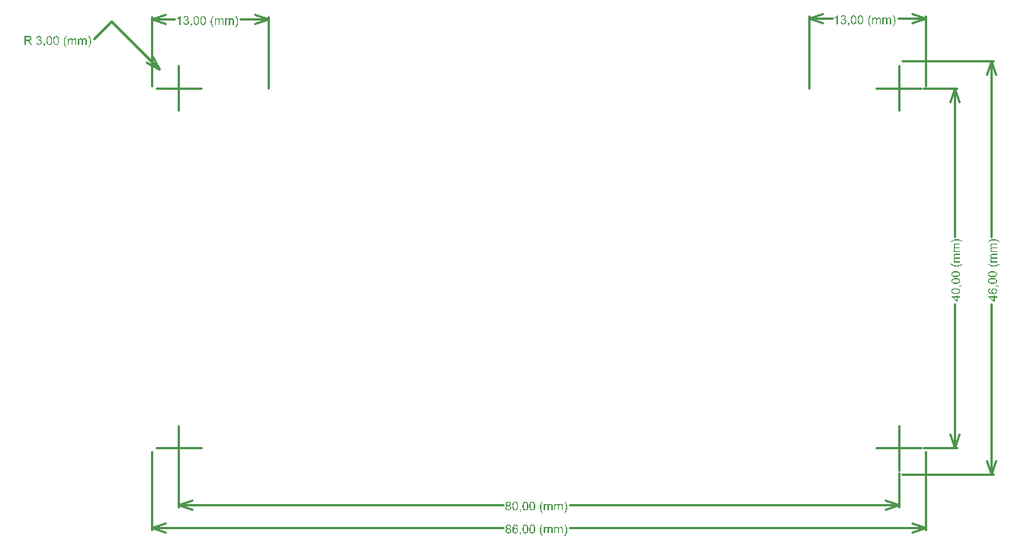
<source format=gbr>
%TF.GenerationSoftware,Altium Limited,Altium Designer,20.0.13 (296)*%
G04 Layer_Color=32896*
%FSLAX26Y26*%
%MOIN*%
%TF.FileFunction,Other,Dimensions*%
%TF.Part,Single*%
G01*
G75*
%TA.AperFunction,NonConductor*%
%ADD111C,0.010000*%
G36*
X-408895Y1792372D02*
X-408562Y1792339D01*
X-408162Y1792272D01*
X-407729Y1792206D01*
X-407230Y1792106D01*
X-406730Y1792006D01*
X-406197Y1791839D01*
X-405665Y1791673D01*
X-405132Y1791440D01*
X-404632Y1791173D01*
X-404100Y1790874D01*
X-403633Y1790507D01*
X-403200Y1790108D01*
X-403167Y1790074D01*
X-403101Y1790008D01*
X-403001Y1789875D01*
X-402834Y1789675D01*
X-402668Y1789442D01*
X-402501Y1789142D01*
X-402301Y1788776D01*
X-402068Y1788376D01*
X-401868Y1787877D01*
X-401669Y1787377D01*
X-401502Y1786778D01*
X-401302Y1786145D01*
X-401169Y1785446D01*
X-401069Y1784713D01*
X-401003Y1783881D01*
X-400969Y1783015D01*
Y1763934D01*
X-405698D01*
Y1781450D01*
Y1781483D01*
Y1781583D01*
Y1781716D01*
Y1781916D01*
Y1782149D01*
X-405731Y1782416D01*
X-405765Y1783015D01*
X-405798Y1783681D01*
X-405898Y1784347D01*
X-405998Y1784980D01*
X-406098Y1785279D01*
X-406164Y1785512D01*
X-406197Y1785579D01*
X-406264Y1785712D01*
X-406364Y1785945D01*
X-406531Y1786245D01*
X-406764Y1786578D01*
X-407063Y1786911D01*
X-407396Y1787244D01*
X-407829Y1787544D01*
X-407896Y1787577D01*
X-408029Y1787677D01*
X-408295Y1787777D01*
X-408628Y1787943D01*
X-409061Y1788076D01*
X-409527Y1788176D01*
X-410060Y1788276D01*
X-410660Y1788310D01*
X-410926D01*
X-411159Y1788276D01*
X-411392Y1788243D01*
X-411692Y1788210D01*
X-412025Y1788143D01*
X-412358Y1788076D01*
X-413124Y1787843D01*
X-413524Y1787677D01*
X-413956Y1787477D01*
X-414356Y1787244D01*
X-414756Y1787011D01*
X-415155Y1786678D01*
X-415522Y1786345D01*
X-415555Y1786312D01*
X-415588Y1786245D01*
X-415688Y1786145D01*
X-415821Y1785979D01*
X-415954Y1785745D01*
X-416121Y1785512D01*
X-416321Y1785179D01*
X-416487Y1784813D01*
X-416654Y1784414D01*
X-416853Y1783947D01*
X-417020Y1783448D01*
X-417153Y1782882D01*
X-417286Y1782249D01*
X-417353Y1781583D01*
X-417420Y1780850D01*
X-417453Y1780084D01*
Y1763934D01*
X-422182D01*
Y1782016D01*
Y1782049D01*
Y1782149D01*
Y1782316D01*
X-422215Y1782515D01*
Y1782782D01*
X-422248Y1783082D01*
X-422315Y1783781D01*
X-422481Y1784547D01*
X-422681Y1785313D01*
X-422947Y1786045D01*
X-423147Y1786411D01*
X-423347Y1786711D01*
Y1786745D01*
X-423414Y1786778D01*
X-423580Y1786978D01*
X-423846Y1787211D01*
X-424246Y1787510D01*
X-424746Y1787810D01*
X-425412Y1788076D01*
X-425778Y1788176D01*
X-426178Y1788243D01*
X-426644Y1788276D01*
X-427110Y1788310D01*
X-427443D01*
X-427609Y1788276D01*
X-427842Y1788243D01*
X-428309Y1788176D01*
X-428875Y1788043D01*
X-429507Y1787877D01*
X-430173Y1787610D01*
X-430806Y1787244D01*
X-430839D01*
X-430873Y1787211D01*
X-431073Y1787044D01*
X-431372Y1786811D01*
X-431739Y1786478D01*
X-432138Y1786045D01*
X-432538Y1785512D01*
X-432904Y1784880D01*
X-433237Y1784180D01*
Y1784147D01*
X-433270Y1784081D01*
X-433304Y1783981D01*
X-433337Y1783814D01*
X-433404Y1783581D01*
X-433470Y1783348D01*
X-433537Y1783048D01*
X-433603Y1782682D01*
X-433670Y1782316D01*
X-433737Y1781883D01*
X-433803Y1781383D01*
X-433870Y1780850D01*
X-433903Y1780318D01*
X-433936Y1779685D01*
X-433970Y1779052D01*
Y1778353D01*
Y1763934D01*
X-438698D01*
Y1791773D01*
X-434469D01*
Y1787877D01*
X-434403Y1787943D01*
X-434336Y1788043D01*
X-434236Y1788176D01*
X-433936Y1788576D01*
X-433537Y1789042D01*
X-433037Y1789542D01*
X-432471Y1790108D01*
X-431772Y1790641D01*
X-431006Y1791140D01*
X-430973D01*
X-430906Y1791207D01*
X-430773Y1791273D01*
X-430606Y1791340D01*
X-430407Y1791440D01*
X-430173Y1791540D01*
X-429874Y1791640D01*
X-429574Y1791773D01*
X-428841Y1792006D01*
X-428009Y1792206D01*
X-427043Y1792339D01*
X-426044Y1792406D01*
X-425745D01*
X-425545Y1792372D01*
X-425278D01*
X-424945Y1792339D01*
X-424612Y1792306D01*
X-424246Y1792239D01*
X-423447Y1792106D01*
X-422614Y1791873D01*
X-421749Y1791540D01*
X-420983Y1791107D01*
X-420949D01*
X-420883Y1791040D01*
X-420783Y1790974D01*
X-420650Y1790874D01*
X-420317Y1790574D01*
X-419884Y1790174D01*
X-419451Y1789675D01*
X-418985Y1789042D01*
X-418552Y1788310D01*
X-418185Y1787510D01*
X-418152Y1787577D01*
X-418019Y1787710D01*
X-417853Y1787977D01*
X-417586Y1788276D01*
X-417253Y1788643D01*
X-416853Y1789075D01*
X-416387Y1789508D01*
X-415888Y1789975D01*
X-415288Y1790408D01*
X-414622Y1790874D01*
X-413923Y1791273D01*
X-413157Y1791640D01*
X-412358Y1791939D01*
X-411492Y1792206D01*
X-410560Y1792339D01*
X-409594Y1792406D01*
X-409195D01*
X-408895Y1792372D01*
D02*
G37*
G36*
X-453583D02*
X-453250Y1792339D01*
X-452851Y1792272D01*
X-452418Y1792206D01*
X-451918Y1792106D01*
X-451419Y1792006D01*
X-450886Y1791839D01*
X-450353Y1791673D01*
X-449820Y1791440D01*
X-449321Y1791173D01*
X-448788Y1790874D01*
X-448322Y1790507D01*
X-447889Y1790108D01*
X-447856Y1790074D01*
X-447789Y1790008D01*
X-447689Y1789875D01*
X-447523Y1789675D01*
X-447356Y1789442D01*
X-447190Y1789142D01*
X-446990Y1788776D01*
X-446757Y1788376D01*
X-446557Y1787877D01*
X-446357Y1787377D01*
X-446191Y1786778D01*
X-445991Y1786145D01*
X-445858Y1785446D01*
X-445758Y1784713D01*
X-445691Y1783881D01*
X-445658Y1783015D01*
Y1763934D01*
X-450387D01*
Y1781450D01*
Y1781483D01*
Y1781583D01*
Y1781716D01*
Y1781916D01*
Y1782149D01*
X-450420Y1782416D01*
X-450453Y1783015D01*
X-450486Y1783681D01*
X-450586Y1784347D01*
X-450686Y1784980D01*
X-450786Y1785279D01*
X-450853Y1785512D01*
X-450886Y1785579D01*
X-450953Y1785712D01*
X-451053Y1785945D01*
X-451219Y1786245D01*
X-451452Y1786578D01*
X-451752Y1786911D01*
X-452085Y1787244D01*
X-452518Y1787544D01*
X-452584Y1787577D01*
X-452718Y1787677D01*
X-452984Y1787777D01*
X-453317Y1787943D01*
X-453750Y1788076D01*
X-454216Y1788176D01*
X-454749Y1788276D01*
X-455348Y1788310D01*
X-455615D01*
X-455848Y1788276D01*
X-456081Y1788243D01*
X-456381Y1788210D01*
X-456714Y1788143D01*
X-457047Y1788076D01*
X-457812Y1787843D01*
X-458212Y1787677D01*
X-458645Y1787477D01*
X-459045Y1787244D01*
X-459444Y1787011D01*
X-459844Y1786678D01*
X-460210Y1786345D01*
X-460243Y1786312D01*
X-460277Y1786245D01*
X-460377Y1786145D01*
X-460510Y1785979D01*
X-460643Y1785745D01*
X-460810Y1785512D01*
X-461009Y1785179D01*
X-461176Y1784813D01*
X-461342Y1784414D01*
X-461542Y1783947D01*
X-461709Y1783448D01*
X-461842Y1782882D01*
X-461975Y1782249D01*
X-462042Y1781583D01*
X-462108Y1780850D01*
X-462142Y1780084D01*
Y1763934D01*
X-466870D01*
Y1782016D01*
Y1782049D01*
Y1782149D01*
Y1782316D01*
X-466903Y1782515D01*
Y1782782D01*
X-466937Y1783082D01*
X-467003Y1783781D01*
X-467170Y1784547D01*
X-467370Y1785313D01*
X-467636Y1786045D01*
X-467836Y1786411D01*
X-468036Y1786711D01*
Y1786745D01*
X-468102Y1786778D01*
X-468269Y1786978D01*
X-468535Y1787211D01*
X-468935Y1787510D01*
X-469434Y1787810D01*
X-470100Y1788076D01*
X-470466Y1788176D01*
X-470866Y1788243D01*
X-471332Y1788276D01*
X-471798Y1788310D01*
X-472132D01*
X-472298Y1788276D01*
X-472531Y1788243D01*
X-472997Y1788176D01*
X-473563Y1788043D01*
X-474196Y1787877D01*
X-474862Y1787610D01*
X-475495Y1787244D01*
X-475528D01*
X-475561Y1787211D01*
X-475761Y1787044D01*
X-476061Y1786811D01*
X-476427Y1786478D01*
X-476827Y1786045D01*
X-477226Y1785512D01*
X-477593Y1784880D01*
X-477926Y1784180D01*
Y1784147D01*
X-477959Y1784081D01*
X-477992Y1783981D01*
X-478026Y1783814D01*
X-478092Y1783581D01*
X-478159Y1783348D01*
X-478225Y1783048D01*
X-478292Y1782682D01*
X-478359Y1782316D01*
X-478425Y1781883D01*
X-478492Y1781383D01*
X-478558Y1780850D01*
X-478592Y1780318D01*
X-478625Y1779685D01*
X-478658Y1779052D01*
Y1778353D01*
Y1763934D01*
X-483387D01*
Y1791773D01*
X-479158D01*
Y1787877D01*
X-479091Y1787943D01*
X-479025Y1788043D01*
X-478925Y1788176D01*
X-478625Y1788576D01*
X-478225Y1789042D01*
X-477726Y1789542D01*
X-477160Y1790108D01*
X-476461Y1790641D01*
X-475695Y1791140D01*
X-475661D01*
X-475595Y1791207D01*
X-475462Y1791273D01*
X-475295Y1791340D01*
X-475095Y1791440D01*
X-474862Y1791540D01*
X-474562Y1791640D01*
X-474263Y1791773D01*
X-473530Y1792006D01*
X-472698Y1792206D01*
X-471732Y1792339D01*
X-470733Y1792406D01*
X-470433D01*
X-470233Y1792372D01*
X-469967D01*
X-469634Y1792339D01*
X-469301Y1792306D01*
X-468935Y1792239D01*
X-468135Y1792106D01*
X-467303Y1791873D01*
X-466437Y1791540D01*
X-465671Y1791107D01*
X-465638D01*
X-465571Y1791040D01*
X-465471Y1790974D01*
X-465338Y1790874D01*
X-465005Y1790574D01*
X-464572Y1790174D01*
X-464139Y1789675D01*
X-463673Y1789042D01*
X-463240Y1788310D01*
X-462874Y1787510D01*
X-462841Y1787577D01*
X-462708Y1787710D01*
X-462541Y1787977D01*
X-462275Y1788276D01*
X-461942Y1788643D01*
X-461542Y1789075D01*
X-461076Y1789508D01*
X-460576Y1789975D01*
X-459977Y1790408D01*
X-459311Y1790874D01*
X-458612Y1791273D01*
X-457846Y1791640D01*
X-457047Y1791939D01*
X-456181Y1792206D01*
X-455248Y1792339D01*
X-454283Y1792406D01*
X-453883D01*
X-453583Y1792372D01*
D02*
G37*
G36*
X-609327Y1802429D02*
X-609061D01*
X-608728Y1802396D01*
X-608362Y1802362D01*
X-607962Y1802296D01*
X-607063Y1802129D01*
X-606064Y1801896D01*
X-605065Y1801563D01*
X-604066Y1801097D01*
X-604033D01*
X-603933Y1801030D01*
X-603800Y1800964D01*
X-603633Y1800864D01*
X-603400Y1800730D01*
X-603167Y1800564D01*
X-602568Y1800131D01*
X-601935Y1799632D01*
X-601269Y1798999D01*
X-600603Y1798266D01*
X-600037Y1797434D01*
X-600004Y1797400D01*
X-599970Y1797334D01*
X-599904Y1797201D01*
X-599804Y1797034D01*
X-599704Y1796801D01*
X-599571Y1796568D01*
X-599437Y1796268D01*
X-599304Y1795935D01*
X-599071Y1795203D01*
X-598838Y1794370D01*
X-598672Y1793438D01*
X-598605Y1792972D01*
Y1792472D01*
Y1792439D01*
Y1792372D01*
Y1792239D01*
X-598638Y1792072D01*
Y1791839D01*
X-598672Y1791573D01*
X-598771Y1790974D01*
X-598938Y1790274D01*
X-599171Y1789508D01*
X-599504Y1788743D01*
X-599970Y1787943D01*
Y1787910D01*
X-600037Y1787843D01*
X-600103Y1787744D01*
X-600203Y1787610D01*
X-600536Y1787244D01*
X-600969Y1786778D01*
X-601502Y1786278D01*
X-602201Y1785712D01*
X-603000Y1785213D01*
X-603900Y1784713D01*
X-603866D01*
X-603733Y1784680D01*
X-603567Y1784613D01*
X-603333Y1784547D01*
X-603067Y1784447D01*
X-602734Y1784347D01*
X-602368Y1784180D01*
X-601968Y1784014D01*
X-601102Y1783581D01*
X-600669Y1783315D01*
X-600237Y1783015D01*
X-599804Y1782682D01*
X-599371Y1782282D01*
X-598971Y1781883D01*
X-598605Y1781450D01*
X-598572Y1781417D01*
X-598538Y1781350D01*
X-598438Y1781183D01*
X-598305Y1781017D01*
X-598172Y1780751D01*
X-598005Y1780484D01*
X-597839Y1780151D01*
X-597639Y1779752D01*
X-597473Y1779319D01*
X-597306Y1778852D01*
X-597140Y1778353D01*
X-597006Y1777787D01*
X-596873Y1777221D01*
X-596773Y1776588D01*
X-596740Y1775955D01*
X-596707Y1775256D01*
Y1775189D01*
Y1775023D01*
X-596740Y1774756D01*
X-596773Y1774424D01*
X-596807Y1773991D01*
X-596907Y1773491D01*
X-597006Y1772925D01*
X-597173Y1772292D01*
X-597373Y1771660D01*
X-597606Y1770960D01*
X-597906Y1770261D01*
X-598272Y1769528D01*
X-598705Y1768829D01*
X-599171Y1768097D01*
X-599737Y1767397D01*
X-600403Y1766731D01*
X-600436Y1766698D01*
X-600570Y1766598D01*
X-600769Y1766398D01*
X-601069Y1766198D01*
X-601435Y1765932D01*
X-601868Y1765632D01*
X-602368Y1765333D01*
X-602934Y1765000D01*
X-603567Y1764667D01*
X-604266Y1764367D01*
X-605032Y1764067D01*
X-605864Y1763801D01*
X-606730Y1763601D01*
X-607663Y1763435D01*
X-608628Y1763301D01*
X-609660Y1763268D01*
X-609894D01*
X-610160Y1763301D01*
X-610493D01*
X-610926Y1763368D01*
X-611425Y1763435D01*
X-611991Y1763534D01*
X-612591Y1763634D01*
X-613257Y1763801D01*
X-613923Y1764001D01*
X-614622Y1764234D01*
X-615322Y1764533D01*
X-616054Y1764866D01*
X-616720Y1765266D01*
X-617419Y1765732D01*
X-618052Y1766265D01*
X-618085Y1766298D01*
X-618185Y1766398D01*
X-618352Y1766565D01*
X-618585Y1766831D01*
X-618851Y1767131D01*
X-619118Y1767464D01*
X-619451Y1767897D01*
X-619784Y1768396D01*
X-620117Y1768929D01*
X-620450Y1769495D01*
X-620749Y1770161D01*
X-621049Y1770860D01*
X-621316Y1771593D01*
X-621549Y1772392D01*
X-621715Y1773225D01*
X-621848Y1774091D01*
X-617120Y1774723D01*
Y1774690D01*
X-617086Y1774557D01*
X-617020Y1774357D01*
X-616953Y1774057D01*
X-616887Y1773724D01*
X-616753Y1773358D01*
X-616620Y1772925D01*
X-616487Y1772492D01*
X-616087Y1771526D01*
X-615621Y1770594D01*
X-615355Y1770128D01*
X-615055Y1769695D01*
X-614722Y1769295D01*
X-614389Y1768929D01*
X-614356Y1768896D01*
X-614289Y1768862D01*
X-614189Y1768763D01*
X-614023Y1768663D01*
X-613856Y1768529D01*
X-613623Y1768363D01*
X-613357Y1768196D01*
X-613057Y1768063D01*
X-612358Y1767730D01*
X-611559Y1767430D01*
X-610626Y1767231D01*
X-610127Y1767197D01*
X-609627Y1767164D01*
X-609294D01*
X-609061Y1767197D01*
X-608795Y1767231D01*
X-608462Y1767297D01*
X-608095Y1767364D01*
X-607663Y1767464D01*
X-607230Y1767564D01*
X-606797Y1767730D01*
X-606331Y1767897D01*
X-605831Y1768130D01*
X-605365Y1768396D01*
X-604899Y1768696D01*
X-604432Y1769062D01*
X-604000Y1769462D01*
X-603966Y1769495D01*
X-603900Y1769562D01*
X-603800Y1769695D01*
X-603633Y1769861D01*
X-603467Y1770094D01*
X-603267Y1770361D01*
X-603067Y1770694D01*
X-602834Y1771027D01*
X-602634Y1771427D01*
X-602434Y1771859D01*
X-602235Y1772326D01*
X-602068Y1772825D01*
X-601902Y1773358D01*
X-601802Y1773924D01*
X-601735Y1774523D01*
X-601702Y1775156D01*
Y1775189D01*
Y1775289D01*
Y1775456D01*
X-601735Y1775689D01*
X-601768Y1775989D01*
X-601802Y1776288D01*
X-601868Y1776655D01*
X-601968Y1777054D01*
X-602235Y1777887D01*
X-602401Y1778353D01*
X-602601Y1778786D01*
X-602834Y1779252D01*
X-603134Y1779685D01*
X-603467Y1780118D01*
X-603833Y1780517D01*
X-603866Y1780551D01*
X-603933Y1780617D01*
X-604066Y1780717D01*
X-604199Y1780850D01*
X-604432Y1781017D01*
X-604665Y1781183D01*
X-604965Y1781383D01*
X-605298Y1781583D01*
X-605664Y1781749D01*
X-606097Y1781949D01*
X-606530Y1782116D01*
X-606996Y1782282D01*
X-607529Y1782416D01*
X-608062Y1782515D01*
X-608628Y1782582D01*
X-609228Y1782615D01*
X-609461D01*
X-609760Y1782582D01*
X-610127Y1782549D01*
X-610626Y1782482D01*
X-611192Y1782416D01*
X-611825Y1782282D01*
X-612558Y1782116D01*
X-612025Y1786245D01*
X-611958D01*
X-611758Y1786212D01*
X-611492Y1786178D01*
X-610959D01*
X-610759Y1786212D01*
X-610493D01*
X-610193Y1786278D01*
X-609827Y1786312D01*
X-609461Y1786378D01*
X-608628Y1786578D01*
X-607729Y1786844D01*
X-606797Y1787244D01*
X-606331Y1787477D01*
X-605864Y1787744D01*
X-605831Y1787777D01*
X-605764Y1787810D01*
X-605631Y1787910D01*
X-605498Y1788043D01*
X-605298Y1788210D01*
X-605098Y1788409D01*
X-604899Y1788643D01*
X-604665Y1788942D01*
X-604432Y1789275D01*
X-604233Y1789608D01*
X-604033Y1790008D01*
X-603833Y1790441D01*
X-603700Y1790940D01*
X-603567Y1791440D01*
X-603500Y1792006D01*
X-603467Y1792605D01*
Y1792639D01*
Y1792705D01*
Y1792838D01*
X-603500Y1793038D01*
X-603533Y1793238D01*
X-603567Y1793504D01*
X-603700Y1794104D01*
X-603900Y1794770D01*
X-604199Y1795502D01*
X-604399Y1795835D01*
X-604632Y1796202D01*
X-604932Y1796535D01*
X-605232Y1796868D01*
X-605265Y1796901D01*
X-605298Y1796934D01*
X-605398Y1797034D01*
X-605565Y1797134D01*
X-605731Y1797267D01*
X-605931Y1797400D01*
X-606164Y1797567D01*
X-606464Y1797734D01*
X-607096Y1798066D01*
X-607896Y1798333D01*
X-608761Y1798533D01*
X-609261Y1798566D01*
X-609760Y1798599D01*
X-610027D01*
X-610227Y1798566D01*
X-610460Y1798533D01*
X-610726Y1798499D01*
X-611359Y1798399D01*
X-612058Y1798166D01*
X-612824Y1797867D01*
X-613224Y1797667D01*
X-613590Y1797434D01*
X-613956Y1797167D01*
X-614322Y1796868D01*
X-614356Y1796834D01*
X-614389Y1796801D01*
X-614489Y1796701D01*
X-614622Y1796535D01*
X-614755Y1796368D01*
X-614922Y1796135D01*
X-615122Y1795869D01*
X-615288Y1795569D01*
X-615488Y1795236D01*
X-615688Y1794836D01*
X-615888Y1794403D01*
X-616087Y1793937D01*
X-616254Y1793438D01*
X-616420Y1792905D01*
X-616554Y1792306D01*
X-616654Y1791673D01*
X-621382Y1792505D01*
Y1792572D01*
X-621349Y1792705D01*
X-621282Y1792972D01*
X-621216Y1793271D01*
X-621082Y1793671D01*
X-620949Y1794137D01*
X-620783Y1794637D01*
X-620583Y1795203D01*
X-620350Y1795769D01*
X-620050Y1796368D01*
X-619750Y1796968D01*
X-619384Y1797600D01*
X-618985Y1798200D01*
X-618518Y1798766D01*
X-618019Y1799332D01*
X-617486Y1799831D01*
X-617453Y1799865D01*
X-617353Y1799931D01*
X-617186Y1800064D01*
X-616920Y1800231D01*
X-616620Y1800431D01*
X-616287Y1800664D01*
X-615854Y1800897D01*
X-615388Y1801163D01*
X-614855Y1801397D01*
X-614289Y1801630D01*
X-613657Y1801863D01*
X-612990Y1802062D01*
X-612258Y1802229D01*
X-611492Y1802362D01*
X-610693Y1802429D01*
X-609860Y1802462D01*
X-609561D01*
X-609327Y1802429D01*
D02*
G37*
G36*
X-655248Y1802296D02*
X-654749Y1802262D01*
X-654216Y1802229D01*
X-653616Y1802196D01*
X-652351Y1802062D01*
X-651052Y1801896D01*
X-650420Y1801763D01*
X-649820Y1801630D01*
X-649254Y1801463D01*
X-648721Y1801263D01*
X-648688D01*
X-648588Y1801230D01*
X-648455Y1801163D01*
X-648288Y1801063D01*
X-648055Y1800930D01*
X-647789Y1800797D01*
X-647190Y1800431D01*
X-646524Y1799931D01*
X-646157Y1799632D01*
X-645791Y1799299D01*
X-645458Y1798932D01*
X-645092Y1798499D01*
X-644759Y1798066D01*
X-644459Y1797600D01*
X-644426Y1797567D01*
X-644392Y1797467D01*
X-644326Y1797334D01*
X-644193Y1797134D01*
X-644093Y1796901D01*
X-643960Y1796601D01*
X-643793Y1796268D01*
X-643660Y1795902D01*
X-643493Y1795502D01*
X-643360Y1795070D01*
X-643094Y1794071D01*
X-642927Y1793005D01*
X-642894Y1792439D01*
X-642861Y1791839D01*
Y1791806D01*
Y1791673D01*
Y1791440D01*
X-642894Y1791173D01*
X-642927Y1790807D01*
X-642994Y1790408D01*
X-643094Y1789941D01*
X-643194Y1789442D01*
X-643327Y1788942D01*
X-643493Y1788376D01*
X-643726Y1787810D01*
X-643993Y1787211D01*
X-644293Y1786645D01*
X-644659Y1786045D01*
X-645058Y1785479D01*
X-645525Y1784946D01*
X-645558Y1784913D01*
X-645658Y1784813D01*
X-645791Y1784680D01*
X-646024Y1784513D01*
X-646290Y1784280D01*
X-646657Y1784014D01*
X-647056Y1783747D01*
X-647523Y1783448D01*
X-648055Y1783148D01*
X-648655Y1782848D01*
X-649354Y1782549D01*
X-650087Y1782282D01*
X-650886Y1782016D01*
X-651752Y1781783D01*
X-652684Y1781583D01*
X-653683Y1781417D01*
X-653650D01*
X-653583Y1781383D01*
X-653483Y1781317D01*
X-653350Y1781250D01*
X-652984Y1781050D01*
X-652551Y1780817D01*
X-652051Y1780517D01*
X-651519Y1780184D01*
X-651052Y1779851D01*
X-650620Y1779485D01*
X-650586Y1779452D01*
X-650520Y1779385D01*
X-650386Y1779285D01*
X-650253Y1779119D01*
X-650053Y1778919D01*
X-649820Y1778686D01*
X-649554Y1778419D01*
X-649254Y1778086D01*
X-648955Y1777720D01*
X-648621Y1777354D01*
X-647922Y1776488D01*
X-647156Y1775489D01*
X-646424Y1774390D01*
X-639764Y1763934D01*
X-646124D01*
X-651186Y1771926D01*
X-651219Y1771959D01*
X-651285Y1772092D01*
X-651385Y1772259D01*
X-651552Y1772492D01*
X-651752Y1772792D01*
X-651952Y1773125D01*
X-652218Y1773491D01*
X-652484Y1773857D01*
X-653050Y1774723D01*
X-653683Y1775589D01*
X-654283Y1776421D01*
X-654582Y1776821D01*
X-654849Y1777187D01*
Y1777221D01*
X-654915Y1777254D01*
X-654982Y1777354D01*
X-655082Y1777487D01*
X-655348Y1777820D01*
X-655714Y1778220D01*
X-656114Y1778619D01*
X-656547Y1779052D01*
X-657013Y1779452D01*
X-657446Y1779752D01*
X-657479Y1779785D01*
X-657646Y1779885D01*
X-657879Y1779985D01*
X-658145Y1780151D01*
X-658512Y1780318D01*
X-658878Y1780484D01*
X-659311Y1780651D01*
X-659744Y1780784D01*
X-659777D01*
X-659910Y1780817D01*
X-660110Y1780850D01*
X-660410Y1780884D01*
X-660809Y1780917D01*
X-661309Y1780950D01*
X-661875Y1780984D01*
X-668435D01*
Y1763934D01*
X-673530D01*
Y1802329D01*
X-655681D01*
X-655248Y1802296D01*
D02*
G37*
G36*
X-534236Y1802429D02*
X-533970D01*
X-533670Y1802396D01*
X-533337Y1802362D01*
X-532937Y1802296D01*
X-532105Y1802162D01*
X-531206Y1801929D01*
X-530273Y1801630D01*
X-529374Y1801197D01*
X-529341D01*
X-529274Y1801130D01*
X-529141Y1801063D01*
X-528975Y1800964D01*
X-528775Y1800830D01*
X-528542Y1800697D01*
X-528009Y1800298D01*
X-527376Y1799765D01*
X-526744Y1799165D01*
X-526111Y1798433D01*
X-525511Y1797600D01*
X-525478Y1797567D01*
X-525445Y1797500D01*
X-525378Y1797367D01*
X-525245Y1797201D01*
X-525145Y1796968D01*
X-524979Y1796701D01*
X-524812Y1796368D01*
X-524646Y1796002D01*
X-524446Y1795636D01*
X-524246Y1795203D01*
X-524046Y1794703D01*
X-523846Y1794204D01*
X-523480Y1793105D01*
X-523114Y1791906D01*
Y1791873D01*
X-523081Y1791739D01*
X-523047Y1791573D01*
X-522981Y1791307D01*
X-522914Y1790940D01*
X-522847Y1790541D01*
X-522747Y1790074D01*
X-522681Y1789508D01*
X-522614Y1788909D01*
X-522514Y1788210D01*
X-522448Y1787477D01*
X-522381Y1786678D01*
X-522315Y1785812D01*
X-522281Y1784880D01*
X-522248Y1783881D01*
Y1782848D01*
Y1782815D01*
Y1782782D01*
Y1782682D01*
Y1782549D01*
Y1782182D01*
X-522281Y1781716D01*
Y1781150D01*
X-522315Y1780484D01*
X-522348Y1779752D01*
X-522414Y1778952D01*
X-522481Y1778086D01*
X-522581Y1777221D01*
X-522847Y1775389D01*
X-522981Y1774490D01*
X-523180Y1773591D01*
X-523413Y1772725D01*
X-523647Y1771926D01*
Y1771893D01*
X-523713Y1771759D01*
X-523780Y1771526D01*
X-523913Y1771260D01*
X-524046Y1770894D01*
X-524246Y1770494D01*
X-524446Y1770061D01*
X-524679Y1769595D01*
X-525278Y1768563D01*
X-525978Y1767497D01*
X-526843Y1766465D01*
X-527310Y1765965D01*
X-527809Y1765532D01*
X-527842Y1765499D01*
X-527942Y1765432D01*
X-528076Y1765333D01*
X-528309Y1765199D01*
X-528575Y1765000D01*
X-528908Y1764833D01*
X-529274Y1764633D01*
X-529707Y1764434D01*
X-530207Y1764200D01*
X-530706Y1764001D01*
X-531306Y1763834D01*
X-531905Y1763668D01*
X-532571Y1763501D01*
X-533270Y1763401D01*
X-534003Y1763335D01*
X-534769Y1763301D01*
X-535002D01*
X-535302Y1763335D01*
X-535701Y1763368D01*
X-536167Y1763435D01*
X-536700Y1763501D01*
X-537300Y1763634D01*
X-537932Y1763801D01*
X-538632Y1764001D01*
X-539331Y1764267D01*
X-540063Y1764567D01*
X-540796Y1764966D01*
X-541529Y1765399D01*
X-542195Y1765932D01*
X-542861Y1766531D01*
X-543493Y1767231D01*
X-543527Y1767297D01*
X-543660Y1767464D01*
X-543826Y1767764D01*
X-544093Y1768163D01*
X-544359Y1768696D01*
X-544692Y1769329D01*
X-545025Y1770094D01*
X-545391Y1770994D01*
X-545758Y1772026D01*
X-546091Y1773158D01*
X-546424Y1774457D01*
X-546690Y1775855D01*
X-546823Y1776621D01*
X-546923Y1777387D01*
X-547023Y1778220D01*
X-547123Y1779085D01*
X-547190Y1779985D01*
X-547256Y1780884D01*
X-547290Y1781849D01*
Y1782848D01*
Y1782882D01*
Y1782915D01*
Y1783015D01*
Y1783148D01*
Y1783514D01*
X-547256Y1783981D01*
Y1784547D01*
X-547223Y1785213D01*
X-547156Y1785945D01*
X-547123Y1786778D01*
X-547023Y1787610D01*
X-546957Y1788509D01*
X-546690Y1790341D01*
X-546524Y1791240D01*
X-546357Y1792139D01*
X-546124Y1793005D01*
X-545891Y1793804D01*
X-545858Y1793837D01*
X-545824Y1794004D01*
X-545758Y1794204D01*
X-545625Y1794503D01*
X-545491Y1794836D01*
X-545292Y1795236D01*
X-545092Y1795669D01*
X-544859Y1796168D01*
X-544259Y1797201D01*
X-543560Y1798266D01*
X-542694Y1799299D01*
X-542228Y1799765D01*
X-541729Y1800198D01*
X-541695Y1800231D01*
X-541595Y1800298D01*
X-541429Y1800398D01*
X-541229Y1800564D01*
X-540963Y1800730D01*
X-540630Y1800930D01*
X-540263Y1801130D01*
X-539830Y1801330D01*
X-539331Y1801530D01*
X-538798Y1801763D01*
X-538232Y1801929D01*
X-537633Y1802096D01*
X-536967Y1802262D01*
X-536267Y1802362D01*
X-535535Y1802429D01*
X-534769Y1802462D01*
X-534469D01*
X-534236Y1802429D01*
D02*
G37*
G36*
X-564073D02*
X-563806D01*
X-563507Y1802396D01*
X-563174Y1802362D01*
X-562774Y1802296D01*
X-561942Y1802162D01*
X-561043Y1801929D01*
X-560110Y1801630D01*
X-559211Y1801197D01*
X-559178D01*
X-559111Y1801130D01*
X-558978Y1801063D01*
X-558811Y1800964D01*
X-558612Y1800830D01*
X-558379Y1800697D01*
X-557846Y1800298D01*
X-557213Y1799765D01*
X-556580Y1799165D01*
X-555948Y1798433D01*
X-555348Y1797600D01*
X-555315Y1797567D01*
X-555282Y1797500D01*
X-555215Y1797367D01*
X-555082Y1797201D01*
X-554982Y1796968D01*
X-554815Y1796701D01*
X-554649Y1796368D01*
X-554482Y1796002D01*
X-554283Y1795636D01*
X-554083Y1795203D01*
X-553883Y1794703D01*
X-553683Y1794204D01*
X-553317Y1793105D01*
X-552951Y1791906D01*
Y1791873D01*
X-552917Y1791739D01*
X-552884Y1791573D01*
X-552817Y1791307D01*
X-552751Y1790940D01*
X-552684Y1790541D01*
X-552584Y1790074D01*
X-552518Y1789508D01*
X-552451Y1788909D01*
X-552351Y1788210D01*
X-552285Y1787477D01*
X-552218Y1786678D01*
X-552151Y1785812D01*
X-552118Y1784880D01*
X-552085Y1783881D01*
Y1782848D01*
Y1782815D01*
Y1782782D01*
Y1782682D01*
Y1782549D01*
Y1782182D01*
X-552118Y1781716D01*
Y1781150D01*
X-552151Y1780484D01*
X-552185Y1779752D01*
X-552251Y1778952D01*
X-552318Y1778086D01*
X-552418Y1777221D01*
X-552684Y1775389D01*
X-552817Y1774490D01*
X-553017Y1773591D01*
X-553250Y1772725D01*
X-553483Y1771926D01*
Y1771893D01*
X-553550Y1771759D01*
X-553617Y1771526D01*
X-553750Y1771260D01*
X-553883Y1770894D01*
X-554083Y1770494D01*
X-554283Y1770061D01*
X-554516Y1769595D01*
X-555115Y1768563D01*
X-555814Y1767497D01*
X-556680Y1766465D01*
X-557146Y1765965D01*
X-557646Y1765532D01*
X-557679Y1765499D01*
X-557779Y1765432D01*
X-557912Y1765333D01*
X-558145Y1765199D01*
X-558412Y1765000D01*
X-558745Y1764833D01*
X-559111Y1764633D01*
X-559544Y1764434D01*
X-560043Y1764200D01*
X-560543Y1764001D01*
X-561142Y1763834D01*
X-561742Y1763668D01*
X-562408Y1763501D01*
X-563107Y1763401D01*
X-563840Y1763335D01*
X-564606Y1763301D01*
X-564839D01*
X-565138Y1763335D01*
X-565538Y1763368D01*
X-566004Y1763435D01*
X-566537Y1763501D01*
X-567136Y1763634D01*
X-567769Y1763801D01*
X-568468Y1764001D01*
X-569168Y1764267D01*
X-569900Y1764567D01*
X-570633Y1764966D01*
X-571365Y1765399D01*
X-572032Y1765932D01*
X-572697Y1766531D01*
X-573330Y1767231D01*
X-573364Y1767297D01*
X-573497Y1767464D01*
X-573663Y1767764D01*
X-573930Y1768163D01*
X-574196Y1768696D01*
X-574529Y1769329D01*
X-574862Y1770094D01*
X-575228Y1770994D01*
X-575595Y1772026D01*
X-575928Y1773158D01*
X-576261Y1774457D01*
X-576527Y1775855D01*
X-576660Y1776621D01*
X-576760Y1777387D01*
X-576860Y1778220D01*
X-576960Y1779085D01*
X-577027Y1779985D01*
X-577093Y1780884D01*
X-577126Y1781849D01*
Y1782848D01*
Y1782882D01*
Y1782915D01*
Y1783015D01*
Y1783148D01*
Y1783514D01*
X-577093Y1783981D01*
Y1784547D01*
X-577060Y1785213D01*
X-576993Y1785945D01*
X-576960Y1786778D01*
X-576860Y1787610D01*
X-576793Y1788509D01*
X-576527Y1790341D01*
X-576361Y1791240D01*
X-576194Y1792139D01*
X-575961Y1793005D01*
X-575728Y1793804D01*
X-575694Y1793837D01*
X-575661Y1794004D01*
X-575595Y1794204D01*
X-575461Y1794503D01*
X-575328Y1794836D01*
X-575128Y1795236D01*
X-574929Y1795669D01*
X-574696Y1796168D01*
X-574096Y1797201D01*
X-573397Y1798266D01*
X-572531Y1799299D01*
X-572065Y1799765D01*
X-571565Y1800198D01*
X-571532Y1800231D01*
X-571432Y1800298D01*
X-571266Y1800398D01*
X-571066Y1800564D01*
X-570799Y1800730D01*
X-570466Y1800930D01*
X-570100Y1801130D01*
X-569667Y1801330D01*
X-569168Y1801530D01*
X-568635Y1801763D01*
X-568069Y1801929D01*
X-567469Y1802096D01*
X-566803Y1802262D01*
X-566104Y1802362D01*
X-565371Y1802429D01*
X-564606Y1802462D01*
X-564306D01*
X-564073Y1802429D01*
D02*
G37*
G36*
X-584153Y1763934D02*
Y1763901D01*
Y1763801D01*
Y1763668D01*
Y1763435D01*
X-584186Y1763201D01*
X-584219Y1762902D01*
X-584286Y1762236D01*
X-584419Y1761470D01*
X-584586Y1760704D01*
X-584852Y1759905D01*
X-585218Y1759172D01*
Y1759139D01*
X-585252Y1759105D01*
X-585318Y1759006D01*
X-585418Y1758872D01*
X-585651Y1758539D01*
X-586018Y1758140D01*
X-586484Y1757674D01*
X-587050Y1757207D01*
X-587716Y1756741D01*
X-588515Y1756342D01*
X-589814Y1758373D01*
X-589780D01*
X-589747Y1758406D01*
X-589581Y1758506D01*
X-589314Y1758639D01*
X-588981Y1758872D01*
X-588648Y1759139D01*
X-588282Y1759472D01*
X-587949Y1759871D01*
X-587649Y1760304D01*
X-587616Y1760371D01*
X-587549Y1760537D01*
X-587416Y1760837D01*
X-587283Y1761237D01*
X-587150Y1761736D01*
X-587016Y1762369D01*
X-586917Y1763101D01*
X-586850Y1763934D01*
X-589514D01*
Y1769295D01*
X-584153D01*
Y1763934D01*
D02*
G37*
G36*
X-390946Y1802962D02*
X-390880Y1802928D01*
X-390813Y1802828D01*
X-390713Y1802695D01*
X-390613Y1802529D01*
X-390480Y1802329D01*
X-390147Y1801863D01*
X-389714Y1801263D01*
X-389248Y1800564D01*
X-388748Y1799765D01*
X-388182Y1798866D01*
X-387616Y1797900D01*
X-386983Y1796868D01*
X-386384Y1795769D01*
X-385785Y1794637D01*
X-385219Y1793471D01*
X-384652Y1792239D01*
X-384120Y1791007D01*
X-383653Y1789775D01*
X-383620Y1789708D01*
X-383553Y1789508D01*
X-383454Y1789209D01*
X-383320Y1788776D01*
X-383187Y1788276D01*
X-383021Y1787644D01*
X-382821Y1786944D01*
X-382621Y1786145D01*
X-382455Y1785279D01*
X-382255Y1784347D01*
X-382088Y1783381D01*
X-381922Y1782316D01*
X-381822Y1781250D01*
X-381722Y1780118D01*
X-381655Y1778986D01*
X-381622Y1777820D01*
Y1777787D01*
Y1777754D01*
Y1777654D01*
Y1777520D01*
Y1777321D01*
X-381655Y1777121D01*
Y1776621D01*
X-381689Y1775989D01*
X-381755Y1775256D01*
X-381855Y1774390D01*
X-381955Y1773458D01*
X-382122Y1772459D01*
X-382288Y1771393D01*
X-382521Y1770261D01*
X-382788Y1769095D01*
X-383087Y1767863D01*
X-383454Y1766631D01*
X-383887Y1765399D01*
X-384353Y1764167D01*
Y1764134D01*
X-384386Y1764101D01*
X-384419Y1764001D01*
X-384486Y1763867D01*
X-384619Y1763534D01*
X-384852Y1763068D01*
X-385119Y1762502D01*
X-385418Y1761836D01*
X-385785Y1761070D01*
X-386184Y1760271D01*
X-386650Y1759372D01*
X-387150Y1758473D01*
X-387716Y1757507D01*
X-388282Y1756541D01*
X-388915Y1755542D01*
X-389548Y1754543D01*
X-390247Y1753578D01*
X-390946Y1752645D01*
X-394309D01*
X-394276Y1752679D01*
X-394209Y1752778D01*
X-394110Y1752978D01*
X-393976Y1753211D01*
X-393810Y1753511D01*
X-393577Y1753877D01*
X-393344Y1754310D01*
X-393077Y1754810D01*
X-392811Y1755343D01*
X-392478Y1755942D01*
X-392178Y1756575D01*
X-391845Y1757274D01*
X-391479Y1758040D01*
X-391113Y1758806D01*
X-390746Y1759638D01*
X-390380Y1760504D01*
X-390014Y1761403D01*
X-389681Y1762336D01*
X-388948Y1764300D01*
X-388282Y1766398D01*
X-387716Y1768563D01*
X-387216Y1770827D01*
X-386983Y1771959D01*
X-386817Y1773125D01*
X-386684Y1774290D01*
X-386584Y1775456D01*
X-386517Y1776655D01*
X-386484Y1777820D01*
Y1777887D01*
Y1778053D01*
Y1778320D01*
Y1778653D01*
X-386517Y1779119D01*
X-386550Y1779618D01*
X-386584Y1780218D01*
X-386617Y1780884D01*
X-386684Y1781583D01*
X-386750Y1782349D01*
X-386850Y1783148D01*
X-386950Y1784014D01*
X-387250Y1785779D01*
X-387616Y1787577D01*
Y1787610D01*
X-387649Y1787744D01*
X-387716Y1787977D01*
X-387783Y1788243D01*
X-387882Y1788609D01*
X-387982Y1789009D01*
X-388116Y1789475D01*
X-388249Y1790008D01*
X-388449Y1790541D01*
X-388615Y1791140D01*
X-389048Y1792439D01*
X-389548Y1793771D01*
X-390114Y1795136D01*
Y1795169D01*
X-390147Y1795236D01*
X-390214Y1795402D01*
X-390313Y1795602D01*
X-390447Y1795835D01*
X-390613Y1796168D01*
X-390813Y1796535D01*
X-391013Y1797001D01*
X-391279Y1797500D01*
X-391579Y1798066D01*
X-391945Y1798733D01*
X-392311Y1799432D01*
X-392744Y1800231D01*
X-393211Y1801063D01*
X-393743Y1801996D01*
X-394309Y1802995D01*
X-390946D01*
Y1802962D01*
D02*
G37*
G36*
X-488848Y1802928D02*
X-488948Y1802762D01*
X-489115Y1802462D01*
X-489314Y1802096D01*
X-489581Y1801663D01*
X-489880Y1801130D01*
X-490213Y1800564D01*
X-490546Y1799965D01*
X-491246Y1798699D01*
X-491945Y1797400D01*
X-492245Y1796801D01*
X-492544Y1796202D01*
X-492811Y1795669D01*
X-493011Y1795203D01*
X-493044Y1795169D01*
X-493077Y1795036D01*
X-493177Y1794836D01*
X-493277Y1794570D01*
X-493410Y1794237D01*
X-493577Y1793837D01*
X-493743Y1793405D01*
X-493910Y1792905D01*
X-494110Y1792339D01*
X-494343Y1791773D01*
X-494542Y1791140D01*
X-494742Y1790474D01*
X-495175Y1789109D01*
X-495541Y1787644D01*
Y1787577D01*
X-495575Y1787410D01*
X-495641Y1787144D01*
X-495708Y1786811D01*
X-495808Y1786345D01*
X-495874Y1785845D01*
X-495974Y1785246D01*
X-496074Y1784580D01*
X-496207Y1783847D01*
X-496307Y1783082D01*
X-496374Y1782282D01*
X-496474Y1781450D01*
X-496607Y1779652D01*
X-496640Y1777820D01*
Y1777787D01*
Y1777687D01*
Y1777487D01*
Y1777254D01*
X-496607Y1776954D01*
X-496574Y1776588D01*
Y1776155D01*
X-496507Y1775656D01*
X-496474Y1775123D01*
X-496407Y1774523D01*
X-496307Y1773857D01*
X-496241Y1773158D01*
X-496108Y1772426D01*
X-495974Y1771626D01*
X-495841Y1770794D01*
X-495675Y1769928D01*
X-495475Y1769029D01*
X-495242Y1768097D01*
X-494742Y1766132D01*
X-494110Y1764034D01*
X-493743Y1762968D01*
X-493344Y1761869D01*
X-492911Y1760771D01*
X-492445Y1759638D01*
X-491945Y1758473D01*
X-491412Y1757341D01*
X-490813Y1756175D01*
X-490180Y1755010D01*
X-489514Y1753811D01*
X-488815Y1752645D01*
X-492178D01*
X-492211Y1752712D01*
X-492345Y1752878D01*
X-492544Y1753145D01*
X-492844Y1753511D01*
X-493177Y1753977D01*
X-493577Y1754543D01*
X-494010Y1755209D01*
X-494476Y1755942D01*
X-494975Y1756741D01*
X-495508Y1757640D01*
X-496074Y1758573D01*
X-496640Y1759572D01*
X-497206Y1760671D01*
X-497739Y1761770D01*
X-498272Y1762968D01*
X-498805Y1764167D01*
Y1764200D01*
X-498838Y1764234D01*
X-498871Y1764334D01*
X-498905Y1764467D01*
X-498971Y1764633D01*
X-499038Y1764833D01*
X-499238Y1765299D01*
X-499438Y1765899D01*
X-499671Y1766631D01*
X-499904Y1767430D01*
X-500137Y1768363D01*
X-500403Y1769329D01*
X-500636Y1770394D01*
X-500869Y1771526D01*
X-501069Y1772725D01*
X-501236Y1773924D01*
X-501369Y1775223D01*
X-501469Y1776488D01*
X-501502Y1777820D01*
Y1777853D01*
Y1777887D01*
Y1777987D01*
Y1778086D01*
Y1778453D01*
X-501469Y1778886D01*
X-501435Y1779452D01*
X-501402Y1780118D01*
X-501336Y1780850D01*
X-501236Y1781650D01*
X-501136Y1782549D01*
X-501003Y1783481D01*
X-500836Y1784480D01*
X-500670Y1785512D01*
X-500437Y1786545D01*
X-500170Y1787644D01*
X-499870Y1788709D01*
X-499504Y1789775D01*
Y1789808D01*
X-499471Y1789841D01*
X-499438Y1789941D01*
X-499404Y1790074D01*
X-499338Y1790241D01*
X-499238Y1790441D01*
X-499071Y1790907D01*
X-498805Y1791506D01*
X-498505Y1792206D01*
X-498139Y1793038D01*
X-497706Y1793904D01*
X-497206Y1794870D01*
X-496674Y1795902D01*
X-496074Y1797001D01*
X-495408Y1798133D01*
X-494709Y1799332D01*
X-493910Y1800531D01*
X-493077Y1801763D01*
X-492178Y1802995D01*
X-488815D01*
X-488848Y1802928D01*
D02*
G37*
G36*
X233772Y1880232D02*
X234105Y1880199D01*
X234504Y1880132D01*
X234937Y1880065D01*
X235437Y1879966D01*
X235936Y1879866D01*
X236469Y1879699D01*
X237002Y1879533D01*
X237535Y1879300D01*
X238034Y1879033D01*
X238567Y1878733D01*
X239033Y1878367D01*
X239466Y1877967D01*
X239499Y1877934D01*
X239566Y1877868D01*
X239666Y1877734D01*
X239832Y1877535D01*
X239999Y1877302D01*
X240165Y1877002D01*
X240365Y1876636D01*
X240598Y1876236D01*
X240798Y1875736D01*
X240998Y1875237D01*
X241164Y1874638D01*
X241364Y1874005D01*
X241497Y1873305D01*
X241597Y1872573D01*
X241664Y1871740D01*
X241697Y1870875D01*
Y1851794D01*
X236968D01*
Y1869310D01*
Y1869343D01*
Y1869443D01*
Y1869576D01*
Y1869776D01*
Y1870009D01*
X236935Y1870275D01*
X236902Y1870875D01*
X236869Y1871541D01*
X236769Y1872207D01*
X236669Y1872839D01*
X236569Y1873139D01*
X236502Y1873372D01*
X236469Y1873439D01*
X236402Y1873572D01*
X236302Y1873805D01*
X236136Y1874105D01*
X235903Y1874438D01*
X235603Y1874771D01*
X235270Y1875104D01*
X234837Y1875403D01*
X234771Y1875437D01*
X234637Y1875537D01*
X234371Y1875637D01*
X234038Y1875803D01*
X233605Y1875936D01*
X233139Y1876036D01*
X232606Y1876136D01*
X232007Y1876169D01*
X231740D01*
X231507Y1876136D01*
X231274Y1876103D01*
X230974Y1876069D01*
X230641Y1876003D01*
X230308Y1875936D01*
X229542Y1875703D01*
X229143Y1875537D01*
X228710Y1875337D01*
X228310Y1875104D01*
X227911Y1874871D01*
X227511Y1874538D01*
X227145Y1874205D01*
X227112Y1874171D01*
X227078Y1874105D01*
X226978Y1874005D01*
X226845Y1873838D01*
X226712Y1873605D01*
X226546Y1873372D01*
X226346Y1873039D01*
X226179Y1872673D01*
X226013Y1872273D01*
X225813Y1871807D01*
X225646Y1871307D01*
X225513Y1870741D01*
X225380Y1870109D01*
X225313Y1869443D01*
X225247Y1868710D01*
X225214Y1867944D01*
Y1851794D01*
X220485D01*
Y1869876D01*
Y1869909D01*
Y1870009D01*
Y1870175D01*
X220452Y1870375D01*
Y1870641D01*
X220418Y1870941D01*
X220352Y1871640D01*
X220185Y1872406D01*
X219985Y1873172D01*
X219719Y1873905D01*
X219519Y1874271D01*
X219319Y1874571D01*
Y1874604D01*
X219253Y1874638D01*
X219086Y1874837D01*
X218820Y1875070D01*
X218420Y1875370D01*
X217921Y1875670D01*
X217255Y1875936D01*
X216888Y1876036D01*
X216489Y1876103D01*
X216023Y1876136D01*
X215556Y1876169D01*
X215224D01*
X215057Y1876136D01*
X214824Y1876103D01*
X214358Y1876036D01*
X213792Y1875903D01*
X213159Y1875736D01*
X212493Y1875470D01*
X211860Y1875104D01*
X211827D01*
X211794Y1875070D01*
X211594Y1874904D01*
X211294Y1874671D01*
X210928Y1874338D01*
X210528Y1873905D01*
X210129Y1873372D01*
X209762Y1872739D01*
X209429Y1872040D01*
Y1872007D01*
X209396Y1871940D01*
X209363Y1871840D01*
X209329Y1871674D01*
X209263Y1871441D01*
X209196Y1871208D01*
X209130Y1870908D01*
X209063Y1870542D01*
X208996Y1870175D01*
X208930Y1869742D01*
X208863Y1869243D01*
X208797Y1868710D01*
X208763Y1868177D01*
X208730Y1867545D01*
X208697Y1866912D01*
Y1866213D01*
Y1851794D01*
X203968D01*
Y1879632D01*
X208197D01*
Y1875736D01*
X208264Y1875803D01*
X208330Y1875903D01*
X208430Y1876036D01*
X208730Y1876436D01*
X209130Y1876902D01*
X209629Y1877401D01*
X210195Y1877967D01*
X210894Y1878500D01*
X211660Y1879000D01*
X211694D01*
X211760Y1879066D01*
X211893Y1879133D01*
X212060Y1879200D01*
X212260Y1879300D01*
X212493Y1879399D01*
X212793Y1879499D01*
X213092Y1879632D01*
X213825Y1879866D01*
X214657Y1880065D01*
X215623Y1880199D01*
X216622Y1880265D01*
X216922D01*
X217122Y1880232D01*
X217388D01*
X217721Y1880199D01*
X218054Y1880165D01*
X218420Y1880099D01*
X219220Y1879966D01*
X220052Y1879732D01*
X220918Y1879399D01*
X221684Y1878966D01*
X221717D01*
X221784Y1878900D01*
X221883Y1878833D01*
X222017Y1878733D01*
X222350Y1878434D01*
X222783Y1878034D01*
X223215Y1877535D01*
X223682Y1876902D01*
X224115Y1876169D01*
X224481Y1875370D01*
X224514Y1875437D01*
X224647Y1875570D01*
X224814Y1875836D01*
X225080Y1876136D01*
X225413Y1876502D01*
X225813Y1876935D01*
X226279Y1877368D01*
X226779Y1877834D01*
X227378Y1878267D01*
X228044Y1878733D01*
X228743Y1879133D01*
X229509Y1879499D01*
X230308Y1879799D01*
X231174Y1880065D01*
X232107Y1880199D01*
X233072Y1880265D01*
X233472D01*
X233772Y1880232D01*
D02*
G37*
G36*
X189083D02*
X189416Y1880199D01*
X189816Y1880132D01*
X190249Y1880065D01*
X190748Y1879966D01*
X191248Y1879866D01*
X191780Y1879699D01*
X192313Y1879533D01*
X192846Y1879300D01*
X193345Y1879033D01*
X193878Y1878733D01*
X194344Y1878367D01*
X194777Y1877967D01*
X194811Y1877934D01*
X194877Y1877868D01*
X194977Y1877734D01*
X195144Y1877535D01*
X195310Y1877302D01*
X195477Y1877002D01*
X195676Y1876636D01*
X195910Y1876236D01*
X196109Y1875736D01*
X196309Y1875237D01*
X196476Y1874638D01*
X196675Y1874005D01*
X196809Y1873305D01*
X196909Y1872573D01*
X196975Y1871740D01*
X197008Y1870875D01*
Y1851794D01*
X192280D01*
Y1869310D01*
Y1869343D01*
Y1869443D01*
Y1869576D01*
Y1869776D01*
Y1870009D01*
X192246Y1870275D01*
X192213Y1870875D01*
X192180Y1871541D01*
X192080Y1872207D01*
X191980Y1872839D01*
X191880Y1873139D01*
X191814Y1873372D01*
X191780Y1873439D01*
X191714Y1873572D01*
X191614Y1873805D01*
X191447Y1874105D01*
X191214Y1874438D01*
X190915Y1874771D01*
X190582Y1875104D01*
X190149Y1875403D01*
X190082Y1875437D01*
X189949Y1875537D01*
X189682Y1875637D01*
X189349Y1875803D01*
X188917Y1875936D01*
X188450Y1876036D01*
X187917Y1876136D01*
X187318Y1876169D01*
X187052D01*
X186819Y1876136D01*
X186585Y1876103D01*
X186286Y1876069D01*
X185953Y1876003D01*
X185620Y1875936D01*
X184854Y1875703D01*
X184454Y1875537D01*
X184021Y1875337D01*
X183622Y1875104D01*
X183222Y1874871D01*
X182823Y1874538D01*
X182456Y1874205D01*
X182423Y1874171D01*
X182390Y1874105D01*
X182290Y1874005D01*
X182157Y1873838D01*
X182023Y1873605D01*
X181857Y1873372D01*
X181657Y1873039D01*
X181491Y1872673D01*
X181324Y1872273D01*
X181124Y1871807D01*
X180958Y1871307D01*
X180825Y1870741D01*
X180691Y1870109D01*
X180625Y1869443D01*
X180558Y1868710D01*
X180525Y1867944D01*
Y1851794D01*
X175796D01*
Y1869876D01*
Y1869909D01*
Y1870009D01*
Y1870175D01*
X175763Y1870375D01*
Y1870641D01*
X175730Y1870941D01*
X175663Y1871640D01*
X175497Y1872406D01*
X175297Y1873172D01*
X175030Y1873905D01*
X174831Y1874271D01*
X174631Y1874571D01*
Y1874604D01*
X174564Y1874638D01*
X174398Y1874837D01*
X174131Y1875070D01*
X173732Y1875370D01*
X173232Y1875670D01*
X172566Y1875936D01*
X172200Y1876036D01*
X171800Y1876103D01*
X171334Y1876136D01*
X170868Y1876169D01*
X170535D01*
X170368Y1876136D01*
X170135Y1876103D01*
X169669Y1876036D01*
X169103Y1875903D01*
X168470Y1875736D01*
X167804Y1875470D01*
X167172Y1875104D01*
X167138D01*
X167105Y1875070D01*
X166905Y1874904D01*
X166606Y1874671D01*
X166239Y1874338D01*
X165840Y1873905D01*
X165440Y1873372D01*
X165074Y1872739D01*
X164741Y1872040D01*
Y1872007D01*
X164707Y1871940D01*
X164674Y1871840D01*
X164641Y1871674D01*
X164574Y1871441D01*
X164508Y1871208D01*
X164441Y1870908D01*
X164374Y1870542D01*
X164308Y1870175D01*
X164241Y1869742D01*
X164175Y1869243D01*
X164108Y1868710D01*
X164075Y1868177D01*
X164041Y1867545D01*
X164008Y1866912D01*
Y1866213D01*
Y1851794D01*
X159280D01*
Y1879632D01*
X163509D01*
Y1875736D01*
X163575Y1875803D01*
X163642Y1875903D01*
X163742Y1876036D01*
X164041Y1876436D01*
X164441Y1876902D01*
X164940Y1877401D01*
X165507Y1877967D01*
X166206Y1878500D01*
X166972Y1879000D01*
X167005D01*
X167072Y1879066D01*
X167205Y1879133D01*
X167371Y1879200D01*
X167571Y1879300D01*
X167804Y1879399D01*
X168104Y1879499D01*
X168404Y1879632D01*
X169136Y1879866D01*
X169969Y1880065D01*
X170935Y1880199D01*
X171934Y1880265D01*
X172233D01*
X172433Y1880232D01*
X172699D01*
X173032Y1880199D01*
X173365Y1880165D01*
X173732Y1880099D01*
X174531Y1879966D01*
X175363Y1879732D01*
X176229Y1879399D01*
X176995Y1878966D01*
X177028D01*
X177095Y1878900D01*
X177195Y1878833D01*
X177328Y1878733D01*
X177661Y1878434D01*
X178094Y1878034D01*
X178527Y1877535D01*
X178993Y1876902D01*
X179426Y1876169D01*
X179792Y1875370D01*
X179826Y1875437D01*
X179959Y1875570D01*
X180125Y1875836D01*
X180392Y1876136D01*
X180725Y1876502D01*
X181124Y1876935D01*
X181590Y1877368D01*
X182090Y1877834D01*
X182689Y1878267D01*
X183355Y1878733D01*
X184055Y1879133D01*
X184821Y1879499D01*
X185620Y1879799D01*
X186486Y1880065D01*
X187418Y1880199D01*
X188384Y1880265D01*
X188783D01*
X189083Y1880232D01*
D02*
G37*
G36*
X33339Y1890289D02*
X33605D01*
X33938Y1890255D01*
X34305Y1890222D01*
X34704Y1890155D01*
X35603Y1889989D01*
X36602Y1889756D01*
X37601Y1889423D01*
X38600Y1888957D01*
X38634D01*
X38733Y1888890D01*
X38867Y1888823D01*
X39033Y1888723D01*
X39266Y1888590D01*
X39499Y1888424D01*
X40099Y1887991D01*
X40731Y1887491D01*
X41398Y1886859D01*
X42063Y1886126D01*
X42630Y1885293D01*
X42663Y1885260D01*
X42696Y1885194D01*
X42763Y1885060D01*
X42863Y1884894D01*
X42963Y1884661D01*
X43096Y1884428D01*
X43229Y1884128D01*
X43362Y1883795D01*
X43595Y1883062D01*
X43828Y1882230D01*
X43995Y1881297D01*
X44062Y1880831D01*
Y1880332D01*
Y1880299D01*
Y1880232D01*
Y1880099D01*
X44028Y1879932D01*
Y1879699D01*
X43995Y1879433D01*
X43895Y1878833D01*
X43728Y1878134D01*
X43495Y1877368D01*
X43162Y1876602D01*
X42696Y1875803D01*
Y1875770D01*
X42630Y1875703D01*
X42563Y1875603D01*
X42463Y1875470D01*
X42130Y1875104D01*
X41697Y1874638D01*
X41164Y1874138D01*
X40465Y1873572D01*
X39666Y1873072D01*
X38767Y1872573D01*
X38800D01*
X38933Y1872540D01*
X39100Y1872473D01*
X39333Y1872406D01*
X39599Y1872306D01*
X39932Y1872207D01*
X40299Y1872040D01*
X40698Y1871874D01*
X41564Y1871441D01*
X41997Y1871174D01*
X42430Y1870875D01*
X42863Y1870542D01*
X43296Y1870142D01*
X43695Y1869742D01*
X44062Y1869310D01*
X44095Y1869276D01*
X44128Y1869210D01*
X44228Y1869043D01*
X44361Y1868877D01*
X44494Y1868610D01*
X44661Y1868344D01*
X44827Y1868011D01*
X45027Y1867611D01*
X45194Y1867178D01*
X45360Y1866712D01*
X45527Y1866213D01*
X45660Y1865647D01*
X45793Y1865080D01*
X45893Y1864448D01*
X45926Y1863815D01*
X45960Y1863116D01*
Y1863049D01*
Y1862883D01*
X45926Y1862616D01*
X45893Y1862283D01*
X45860Y1861850D01*
X45760Y1861351D01*
X45660Y1860785D01*
X45493Y1860152D01*
X45294Y1859519D01*
X45060Y1858820D01*
X44761Y1858121D01*
X44395Y1857388D01*
X43962Y1856689D01*
X43495Y1855956D01*
X42929Y1855257D01*
X42263Y1854591D01*
X42230Y1854558D01*
X42097Y1854458D01*
X41897Y1854258D01*
X41597Y1854058D01*
X41231Y1853792D01*
X40798Y1853492D01*
X40299Y1853192D01*
X39733Y1852859D01*
X39100Y1852526D01*
X38401Y1852227D01*
X37635Y1851927D01*
X36802Y1851660D01*
X35936Y1851461D01*
X35004Y1851294D01*
X34038Y1851161D01*
X33006Y1851128D01*
X32773D01*
X32506Y1851161D01*
X32173D01*
X31741Y1851228D01*
X31241Y1851294D01*
X30675Y1851394D01*
X30076Y1851494D01*
X29410Y1851660D01*
X28744Y1851860D01*
X28044Y1852093D01*
X27345Y1852393D01*
X26612Y1852726D01*
X25946Y1853126D01*
X25247Y1853592D01*
X24614Y1854125D01*
X24581Y1854158D01*
X24481Y1854258D01*
X24315Y1854424D01*
X24081Y1854691D01*
X23815Y1854991D01*
X23549Y1855323D01*
X23216Y1855756D01*
X22883Y1856256D01*
X22550Y1856789D01*
X22217Y1857355D01*
X21917Y1858021D01*
X21617Y1858720D01*
X21351Y1859453D01*
X21118Y1860252D01*
X20951Y1861084D01*
X20818Y1861950D01*
X25547Y1862583D01*
Y1862550D01*
X25580Y1862416D01*
X25647Y1862217D01*
X25713Y1861917D01*
X25780Y1861584D01*
X25913Y1861218D01*
X26046Y1860785D01*
X26179Y1860352D01*
X26579Y1859386D01*
X27045Y1858454D01*
X27312Y1857987D01*
X27611Y1857555D01*
X27944Y1857155D01*
X28277Y1856789D01*
X28311Y1856755D01*
X28377Y1856722D01*
X28477Y1856622D01*
X28644Y1856522D01*
X28810Y1856389D01*
X29043Y1856223D01*
X29310Y1856056D01*
X29609Y1855923D01*
X30309Y1855590D01*
X31108Y1855290D01*
X32040Y1855090D01*
X32540Y1855057D01*
X33039Y1855024D01*
X33372D01*
X33605Y1855057D01*
X33872Y1855090D01*
X34205Y1855157D01*
X34571Y1855224D01*
X35004Y1855323D01*
X35437Y1855423D01*
X35870Y1855590D01*
X36336Y1855756D01*
X36835Y1855989D01*
X37302Y1856256D01*
X37768Y1856556D01*
X38234Y1856922D01*
X38667Y1857322D01*
X38700Y1857355D01*
X38767Y1857421D01*
X38867Y1857555D01*
X39033Y1857721D01*
X39200Y1857954D01*
X39400Y1858221D01*
X39599Y1858554D01*
X39832Y1858887D01*
X40032Y1859286D01*
X40232Y1859719D01*
X40432Y1860185D01*
X40598Y1860685D01*
X40765Y1861218D01*
X40865Y1861784D01*
X40931Y1862383D01*
X40965Y1863016D01*
Y1863049D01*
Y1863149D01*
Y1863315D01*
X40931Y1863549D01*
X40898Y1863848D01*
X40865Y1864148D01*
X40798Y1864514D01*
X40698Y1864914D01*
X40432Y1865746D01*
X40265Y1866213D01*
X40066Y1866646D01*
X39832Y1867112D01*
X39533Y1867545D01*
X39200Y1867977D01*
X38833Y1868377D01*
X38800Y1868410D01*
X38733Y1868477D01*
X38600Y1868577D01*
X38467Y1868710D01*
X38234Y1868877D01*
X38001Y1869043D01*
X37701Y1869243D01*
X37368Y1869443D01*
X37002Y1869609D01*
X36569Y1869809D01*
X36136Y1869976D01*
X35670Y1870142D01*
X35137Y1870275D01*
X34604Y1870375D01*
X34038Y1870442D01*
X33439Y1870475D01*
X33206D01*
X32906Y1870442D01*
X32540Y1870408D01*
X32040Y1870342D01*
X31474Y1870275D01*
X30841Y1870142D01*
X30109Y1869976D01*
X30642Y1874105D01*
X30708D01*
X30908Y1874071D01*
X31174Y1874038D01*
X31707D01*
X31907Y1874071D01*
X32173D01*
X32473Y1874138D01*
X32839Y1874171D01*
X33206Y1874238D01*
X34038Y1874438D01*
X34937Y1874704D01*
X35870Y1875104D01*
X36336Y1875337D01*
X36802Y1875603D01*
X36835Y1875637D01*
X36902Y1875670D01*
X37035Y1875770D01*
X37168Y1875903D01*
X37368Y1876069D01*
X37568Y1876269D01*
X37768Y1876502D01*
X38001Y1876802D01*
X38234Y1877135D01*
X38434Y1877468D01*
X38634Y1877868D01*
X38833Y1878301D01*
X38967Y1878800D01*
X39100Y1879300D01*
X39166Y1879866D01*
X39200Y1880465D01*
Y1880498D01*
Y1880565D01*
Y1880698D01*
X39166Y1880898D01*
X39133Y1881098D01*
X39100Y1881364D01*
X38967Y1881964D01*
X38767Y1882630D01*
X38467Y1883362D01*
X38267Y1883695D01*
X38034Y1884061D01*
X37734Y1884394D01*
X37435Y1884727D01*
X37401Y1884761D01*
X37368Y1884794D01*
X37268Y1884894D01*
X37102Y1884994D01*
X36935Y1885127D01*
X36736Y1885260D01*
X36502Y1885427D01*
X36203Y1885593D01*
X35570Y1885926D01*
X34771Y1886193D01*
X33905Y1886392D01*
X33406Y1886426D01*
X32906Y1886459D01*
X32640D01*
X32440Y1886426D01*
X32207Y1886392D01*
X31940Y1886359D01*
X31308Y1886259D01*
X30608Y1886026D01*
X29842Y1885726D01*
X29443Y1885527D01*
X29076Y1885293D01*
X28710Y1885027D01*
X28344Y1884727D01*
X28311Y1884694D01*
X28277Y1884661D01*
X28177Y1884561D01*
X28044Y1884394D01*
X27911Y1884228D01*
X27744Y1883995D01*
X27545Y1883728D01*
X27378Y1883429D01*
X27178Y1883096D01*
X26979Y1882696D01*
X26779Y1882263D01*
X26579Y1881797D01*
X26413Y1881297D01*
X26246Y1880765D01*
X26113Y1880165D01*
X26013Y1879533D01*
X21284Y1880365D01*
Y1880432D01*
X21318Y1880565D01*
X21384Y1880831D01*
X21451Y1881131D01*
X21584Y1881531D01*
X21717Y1881997D01*
X21884Y1882496D01*
X22084Y1883062D01*
X22317Y1883629D01*
X22616Y1884228D01*
X22916Y1884827D01*
X23282Y1885460D01*
X23682Y1886059D01*
X24148Y1886626D01*
X24648Y1887192D01*
X25180Y1887691D01*
X25214Y1887724D01*
X25314Y1887791D01*
X25480Y1887924D01*
X25747Y1888091D01*
X26046Y1888291D01*
X26379Y1888524D01*
X26812Y1888757D01*
X27278Y1889023D01*
X27811Y1889256D01*
X28377Y1889489D01*
X29010Y1889722D01*
X29676Y1889922D01*
X30409Y1890089D01*
X31174Y1890222D01*
X31974Y1890289D01*
X32806Y1890322D01*
X33106D01*
X33339Y1890289D01*
D02*
G37*
G36*
X8697Y1851794D02*
X3968D01*
Y1881797D01*
X3935Y1881764D01*
X3902Y1881730D01*
X3802Y1881630D01*
X3669Y1881531D01*
X3469Y1881364D01*
X3269Y1881198D01*
X3036Y1880998D01*
X2769Y1880765D01*
X2103Y1880299D01*
X1338Y1879732D01*
X472Y1879133D01*
X-527Y1878534D01*
X-560Y1878500D01*
X-660Y1878467D01*
X-794Y1878367D01*
X-993Y1878267D01*
X-1226Y1878134D01*
X-1493Y1878001D01*
X-1826Y1877801D01*
X-2159Y1877634D01*
X-2925Y1877235D01*
X-3757Y1876835D01*
X-4623Y1876436D01*
X-5456Y1876103D01*
Y1880665D01*
X-5422Y1880698D01*
X-5289Y1880765D01*
X-5056Y1880865D01*
X-4790Y1880998D01*
X-4457Y1881164D01*
X-4057Y1881397D01*
X-3624Y1881630D01*
X-3125Y1881930D01*
X-2592Y1882230D01*
X-2059Y1882596D01*
X-894Y1883362D01*
X305Y1884228D01*
X1438Y1885160D01*
X1471Y1885194D01*
X1571Y1885293D01*
X1704Y1885427D01*
X1937Y1885627D01*
X2170Y1885860D01*
X2437Y1886126D01*
X2736Y1886459D01*
X3069Y1886792D01*
X3768Y1887591D01*
X4468Y1888457D01*
X5101Y1889389D01*
X5400Y1889856D01*
X5633Y1890322D01*
X8697D01*
Y1851794D01*
D02*
G37*
G36*
X108430Y1890289D02*
X108697D01*
X108996Y1890255D01*
X109329Y1890222D01*
X109729Y1890155D01*
X110562Y1890022D01*
X111461Y1889789D01*
X112393Y1889489D01*
X113292Y1889056D01*
X113326D01*
X113392Y1888990D01*
X113525Y1888923D01*
X113692Y1888823D01*
X113892Y1888690D01*
X114125Y1888557D01*
X114657Y1888157D01*
X115290Y1887624D01*
X115923Y1887025D01*
X116556Y1886293D01*
X117155Y1885460D01*
X117188Y1885427D01*
X117222Y1885360D01*
X117288Y1885227D01*
X117421Y1885060D01*
X117521Y1884827D01*
X117688Y1884561D01*
X117854Y1884228D01*
X118021Y1883862D01*
X118221Y1883495D01*
X118420Y1883062D01*
X118620Y1882563D01*
X118820Y1882063D01*
X119186Y1880965D01*
X119553Y1879766D01*
Y1879732D01*
X119586Y1879599D01*
X119619Y1879433D01*
X119686Y1879166D01*
X119752Y1878800D01*
X119819Y1878400D01*
X119919Y1877934D01*
X119986Y1877368D01*
X120052Y1876769D01*
X120152Y1876069D01*
X120219Y1875337D01*
X120285Y1874538D01*
X120352Y1873672D01*
X120385Y1872739D01*
X120418Y1871740D01*
Y1870708D01*
Y1870675D01*
Y1870641D01*
Y1870542D01*
Y1870408D01*
Y1870042D01*
X120385Y1869576D01*
Y1869010D01*
X120352Y1868344D01*
X120319Y1867611D01*
X120252Y1866812D01*
X120185Y1865946D01*
X120085Y1865080D01*
X119819Y1863249D01*
X119686Y1862350D01*
X119486Y1861451D01*
X119253Y1860585D01*
X119020Y1859786D01*
Y1859752D01*
X118953Y1859619D01*
X118887Y1859386D01*
X118753Y1859120D01*
X118620Y1858753D01*
X118420Y1858354D01*
X118221Y1857921D01*
X117987Y1857455D01*
X117388Y1856422D01*
X116689Y1855357D01*
X115823Y1854324D01*
X115357Y1853825D01*
X114857Y1853392D01*
X114824Y1853359D01*
X114724Y1853292D01*
X114591Y1853192D01*
X114358Y1853059D01*
X114091Y1852859D01*
X113758Y1852693D01*
X113392Y1852493D01*
X112959Y1852293D01*
X112460Y1852060D01*
X111960Y1851860D01*
X111361Y1851694D01*
X110761Y1851527D01*
X110095Y1851361D01*
X109396Y1851261D01*
X108663Y1851194D01*
X107898Y1851161D01*
X107665D01*
X107365Y1851194D01*
X106965Y1851228D01*
X106499Y1851294D01*
X105966Y1851361D01*
X105367Y1851494D01*
X104734Y1851660D01*
X104035Y1851860D01*
X103335Y1852127D01*
X102603Y1852426D01*
X101870Y1852826D01*
X101138Y1853259D01*
X100472Y1853792D01*
X99806Y1854391D01*
X99173Y1855090D01*
X99140Y1855157D01*
X99007Y1855323D01*
X98840Y1855623D01*
X98574Y1856023D01*
X98307Y1856556D01*
X97974Y1857188D01*
X97641Y1857954D01*
X97275Y1858853D01*
X96909Y1859886D01*
X96576Y1861018D01*
X96243Y1862316D01*
X95976Y1863715D01*
X95843Y1864481D01*
X95743Y1865247D01*
X95643Y1866079D01*
X95543Y1866945D01*
X95477Y1867844D01*
X95410Y1868743D01*
X95377Y1869709D01*
Y1870708D01*
Y1870741D01*
Y1870775D01*
Y1870875D01*
Y1871008D01*
Y1871374D01*
X95410Y1871840D01*
Y1872406D01*
X95443Y1873072D01*
X95510Y1873805D01*
X95543Y1874638D01*
X95643Y1875470D01*
X95710Y1876369D01*
X95976Y1878201D01*
X96143Y1879100D01*
X96309Y1879999D01*
X96542Y1880865D01*
X96775Y1881664D01*
X96809Y1881697D01*
X96842Y1881864D01*
X96909Y1882063D01*
X97042Y1882363D01*
X97175Y1882696D01*
X97375Y1883096D01*
X97575Y1883529D01*
X97808Y1884028D01*
X98407Y1885060D01*
X99106Y1886126D01*
X99972Y1887158D01*
X100438Y1887624D01*
X100938Y1888057D01*
X100971Y1888091D01*
X101071Y1888157D01*
X101238Y1888257D01*
X101437Y1888424D01*
X101704Y1888590D01*
X102037Y1888790D01*
X102403Y1888990D01*
X102836Y1889190D01*
X103335Y1889389D01*
X103868Y1889622D01*
X104434Y1889789D01*
X105034Y1889956D01*
X105700Y1890122D01*
X106399Y1890222D01*
X107132Y1890289D01*
X107898Y1890322D01*
X108197D01*
X108430Y1890289D01*
D02*
G37*
G36*
X78594D02*
X78860D01*
X79160Y1890255D01*
X79493Y1890222D01*
X79892Y1890155D01*
X80725Y1890022D01*
X81624Y1889789D01*
X82556Y1889489D01*
X83455Y1889056D01*
X83489D01*
X83555Y1888990D01*
X83689Y1888923D01*
X83855Y1888823D01*
X84055Y1888690D01*
X84288Y1888557D01*
X84821Y1888157D01*
X85453Y1887624D01*
X86086Y1887025D01*
X86719Y1886293D01*
X87318Y1885460D01*
X87352Y1885427D01*
X87385Y1885360D01*
X87451Y1885227D01*
X87585Y1885060D01*
X87684Y1884827D01*
X87851Y1884561D01*
X88017Y1884228D01*
X88184Y1883862D01*
X88384Y1883495D01*
X88584Y1883062D01*
X88783Y1882563D01*
X88983Y1882063D01*
X89350Y1880965D01*
X89716Y1879766D01*
Y1879732D01*
X89749Y1879599D01*
X89782Y1879433D01*
X89849Y1879166D01*
X89916Y1878800D01*
X89982Y1878400D01*
X90082Y1877934D01*
X90149Y1877368D01*
X90215Y1876769D01*
X90315Y1876069D01*
X90382Y1875337D01*
X90448Y1874538D01*
X90515Y1873672D01*
X90548Y1872739D01*
X90582Y1871740D01*
Y1870708D01*
Y1870675D01*
Y1870641D01*
Y1870542D01*
Y1870408D01*
Y1870042D01*
X90548Y1869576D01*
Y1869010D01*
X90515Y1868344D01*
X90482Y1867611D01*
X90415Y1866812D01*
X90349Y1865946D01*
X90249Y1865080D01*
X89982Y1863249D01*
X89849Y1862350D01*
X89649Y1861451D01*
X89416Y1860585D01*
X89183Y1859786D01*
Y1859752D01*
X89116Y1859619D01*
X89050Y1859386D01*
X88917Y1859120D01*
X88783Y1858753D01*
X88584Y1858354D01*
X88384Y1857921D01*
X88151Y1857455D01*
X87551Y1856422D01*
X86852Y1855357D01*
X85986Y1854324D01*
X85520Y1853825D01*
X85020Y1853392D01*
X84987Y1853359D01*
X84887Y1853292D01*
X84754Y1853192D01*
X84521Y1853059D01*
X84255Y1852859D01*
X83922Y1852693D01*
X83555Y1852493D01*
X83122Y1852293D01*
X82623Y1852060D01*
X82123Y1851860D01*
X81524Y1851694D01*
X80925Y1851527D01*
X80259Y1851361D01*
X79559Y1851261D01*
X78827Y1851194D01*
X78061Y1851161D01*
X77828D01*
X77528Y1851194D01*
X77128Y1851228D01*
X76662Y1851294D01*
X76129Y1851361D01*
X75530Y1851494D01*
X74897Y1851660D01*
X74198Y1851860D01*
X73499Y1852127D01*
X72766Y1852426D01*
X72034Y1852826D01*
X71301Y1853259D01*
X70635Y1853792D01*
X69969Y1854391D01*
X69336Y1855090D01*
X69303Y1855157D01*
X69170Y1855323D01*
X69003Y1855623D01*
X68737Y1856023D01*
X68470Y1856556D01*
X68137Y1857188D01*
X67804Y1857954D01*
X67438Y1858853D01*
X67072Y1859886D01*
X66739Y1861018D01*
X66406Y1862316D01*
X66139Y1863715D01*
X66006Y1864481D01*
X65906Y1865247D01*
X65806Y1866079D01*
X65707Y1866945D01*
X65640Y1867844D01*
X65573Y1868743D01*
X65540Y1869709D01*
Y1870708D01*
Y1870741D01*
Y1870775D01*
Y1870875D01*
Y1871008D01*
Y1871374D01*
X65573Y1871840D01*
Y1872406D01*
X65607Y1873072D01*
X65673Y1873805D01*
X65707Y1874638D01*
X65806Y1875470D01*
X65873Y1876369D01*
X66139Y1878201D01*
X66306Y1879100D01*
X66472Y1879999D01*
X66706Y1880865D01*
X66939Y1881664D01*
X66972Y1881697D01*
X67005Y1881864D01*
X67072Y1882063D01*
X67205Y1882363D01*
X67338Y1882696D01*
X67538Y1883096D01*
X67738Y1883529D01*
X67971Y1884028D01*
X68570Y1885060D01*
X69270Y1886126D01*
X70135Y1887158D01*
X70602Y1887624D01*
X71101Y1888057D01*
X71134Y1888091D01*
X71234Y1888157D01*
X71401Y1888257D01*
X71601Y1888424D01*
X71867Y1888590D01*
X72200Y1888790D01*
X72566Y1888990D01*
X72999Y1889190D01*
X73499Y1889389D01*
X74031Y1889622D01*
X74598Y1889789D01*
X75197Y1889956D01*
X75863Y1890122D01*
X76562Y1890222D01*
X77295Y1890289D01*
X78061Y1890322D01*
X78361D01*
X78594Y1890289D01*
D02*
G37*
G36*
X58514Y1851794D02*
Y1851760D01*
Y1851660D01*
Y1851527D01*
Y1851294D01*
X58480Y1851061D01*
X58447Y1850761D01*
X58380Y1850095D01*
X58247Y1849330D01*
X58081Y1848564D01*
X57814Y1847764D01*
X57448Y1847032D01*
Y1846998D01*
X57415Y1846965D01*
X57348Y1846865D01*
X57248Y1846732D01*
X57015Y1846399D01*
X56649Y1845999D01*
X56183Y1845533D01*
X55617Y1845067D01*
X54951Y1844601D01*
X54151Y1844201D01*
X52853Y1846233D01*
X52886D01*
X52919Y1846266D01*
X53086Y1846366D01*
X53352Y1846499D01*
X53685Y1846732D01*
X54018Y1846998D01*
X54385Y1847332D01*
X54718Y1847731D01*
X55017Y1848164D01*
X55050Y1848231D01*
X55117Y1848397D01*
X55250Y1848697D01*
X55383Y1849096D01*
X55517Y1849596D01*
X55650Y1850229D01*
X55750Y1850961D01*
X55816Y1851794D01*
X53152D01*
Y1857155D01*
X58514D01*
Y1851794D01*
D02*
G37*
G36*
X251720Y1890821D02*
X251787Y1890788D01*
X251853Y1890688D01*
X251953Y1890555D01*
X252053Y1890388D01*
X252186Y1890189D01*
X252519Y1889722D01*
X252952Y1889123D01*
X253419Y1888424D01*
X253918Y1887624D01*
X254484Y1886725D01*
X255050Y1885760D01*
X255683Y1884727D01*
X256282Y1883629D01*
X256882Y1882496D01*
X257448Y1881331D01*
X258014Y1880099D01*
X258547Y1878867D01*
X259013Y1877634D01*
X259046Y1877568D01*
X259113Y1877368D01*
X259213Y1877068D01*
X259346Y1876636D01*
X259479Y1876136D01*
X259646Y1875503D01*
X259846Y1874804D01*
X260045Y1874005D01*
X260212Y1873139D01*
X260412Y1872207D01*
X260578Y1871241D01*
X260745Y1870175D01*
X260844Y1869110D01*
X260944Y1867977D01*
X261011Y1866845D01*
X261044Y1865680D01*
Y1865647D01*
Y1865613D01*
Y1865513D01*
Y1865380D01*
Y1865180D01*
X261011Y1864980D01*
Y1864481D01*
X260978Y1863848D01*
X260911Y1863116D01*
X260811Y1862250D01*
X260711Y1861318D01*
X260545Y1860319D01*
X260378Y1859253D01*
X260145Y1858121D01*
X259879Y1856955D01*
X259579Y1855723D01*
X259213Y1854491D01*
X258780Y1853259D01*
X258314Y1852027D01*
Y1851994D01*
X258280Y1851960D01*
X258247Y1851860D01*
X258180Y1851727D01*
X258047Y1851394D01*
X257814Y1850928D01*
X257548Y1850362D01*
X257248Y1849696D01*
X256882Y1848930D01*
X256482Y1848131D01*
X256016Y1847232D01*
X255517Y1846332D01*
X254950Y1845367D01*
X254384Y1844401D01*
X253752Y1843402D01*
X253119Y1842403D01*
X252420Y1841437D01*
X251720Y1840505D01*
X248357D01*
X248390Y1840538D01*
X248457Y1840638D01*
X248557Y1840838D01*
X248690Y1841071D01*
X248857Y1841371D01*
X249090Y1841737D01*
X249323Y1842170D01*
X249589Y1842669D01*
X249856Y1843202D01*
X250189Y1843802D01*
X250488Y1844434D01*
X250821Y1845134D01*
X251188Y1845900D01*
X251554Y1846666D01*
X251920Y1847498D01*
X252286Y1848364D01*
X252653Y1849263D01*
X252986Y1850195D01*
X253718Y1852160D01*
X254384Y1854258D01*
X254950Y1856422D01*
X255450Y1858687D01*
X255683Y1859819D01*
X255850Y1860985D01*
X255983Y1862150D01*
X256083Y1863315D01*
X256149Y1864514D01*
X256183Y1865680D01*
Y1865746D01*
Y1865913D01*
Y1866179D01*
Y1866512D01*
X256149Y1866978D01*
X256116Y1867478D01*
X256083Y1868077D01*
X256049Y1868743D01*
X255983Y1869443D01*
X255916Y1870209D01*
X255816Y1871008D01*
X255716Y1871874D01*
X255417Y1873639D01*
X255050Y1875437D01*
Y1875470D01*
X255017Y1875603D01*
X254950Y1875836D01*
X254884Y1876103D01*
X254784Y1876469D01*
X254684Y1876869D01*
X254551Y1877335D01*
X254418Y1877868D01*
X254218Y1878400D01*
X254051Y1879000D01*
X253618Y1880299D01*
X253119Y1881630D01*
X252553Y1882996D01*
Y1883029D01*
X252519Y1883096D01*
X252453Y1883262D01*
X252353Y1883462D01*
X252220Y1883695D01*
X252053Y1884028D01*
X251853Y1884394D01*
X251654Y1884861D01*
X251387Y1885360D01*
X251088Y1885926D01*
X250721Y1886592D01*
X250355Y1887292D01*
X249922Y1888091D01*
X249456Y1888923D01*
X248923Y1889856D01*
X248357Y1890855D01*
X251720D01*
Y1890821D01*
D02*
G37*
G36*
X153818Y1890788D02*
X153718Y1890621D01*
X153552Y1890322D01*
X153352Y1889956D01*
X153086Y1889523D01*
X152786Y1888990D01*
X152453Y1888424D01*
X152120Y1887824D01*
X151421Y1886559D01*
X150721Y1885260D01*
X150422Y1884661D01*
X150122Y1884061D01*
X149856Y1883529D01*
X149656Y1883062D01*
X149623Y1883029D01*
X149589Y1882896D01*
X149489Y1882696D01*
X149389Y1882430D01*
X149256Y1882097D01*
X149090Y1881697D01*
X148923Y1881264D01*
X148757Y1880765D01*
X148557Y1880199D01*
X148324Y1879632D01*
X148124Y1879000D01*
X147924Y1878334D01*
X147491Y1876968D01*
X147125Y1875503D01*
Y1875437D01*
X147092Y1875270D01*
X147025Y1875004D01*
X146958Y1874671D01*
X146859Y1874205D01*
X146792Y1873705D01*
X146692Y1873106D01*
X146592Y1872440D01*
X146459Y1871707D01*
X146359Y1870941D01*
X146292Y1870142D01*
X146193Y1869310D01*
X146059Y1867511D01*
X146026Y1865680D01*
Y1865647D01*
Y1865547D01*
Y1865347D01*
Y1865114D01*
X146059Y1864814D01*
X146093Y1864448D01*
Y1864015D01*
X146159Y1863515D01*
X146193Y1862983D01*
X146259Y1862383D01*
X146359Y1861717D01*
X146426Y1861018D01*
X146559Y1860285D01*
X146692Y1859486D01*
X146825Y1858653D01*
X146992Y1857788D01*
X147192Y1856889D01*
X147425Y1855956D01*
X147924Y1853992D01*
X148557Y1851894D01*
X148923Y1850828D01*
X149323Y1849729D01*
X149756Y1848630D01*
X150222Y1847498D01*
X150721Y1846332D01*
X151254Y1845200D01*
X151854Y1844035D01*
X152486Y1842869D01*
X153152Y1841670D01*
X153852Y1840505D01*
X150488D01*
X150455Y1840572D01*
X150322Y1840738D01*
X150122Y1841005D01*
X149822Y1841371D01*
X149489Y1841837D01*
X149090Y1842403D01*
X148657Y1843069D01*
X148191Y1843802D01*
X147691Y1844601D01*
X147158Y1845500D01*
X146592Y1846432D01*
X146026Y1847431D01*
X145460Y1848530D01*
X144927Y1849629D01*
X144394Y1850828D01*
X143862Y1852027D01*
Y1852060D01*
X143828Y1852093D01*
X143795Y1852193D01*
X143762Y1852326D01*
X143695Y1852493D01*
X143629Y1852693D01*
X143429Y1853159D01*
X143229Y1853758D01*
X142996Y1854491D01*
X142763Y1855290D01*
X142530Y1856223D01*
X142263Y1857188D01*
X142030Y1858254D01*
X141797Y1859386D01*
X141597Y1860585D01*
X141431Y1861784D01*
X141298Y1863082D01*
X141198Y1864348D01*
X141164Y1865680D01*
Y1865713D01*
Y1865746D01*
Y1865846D01*
Y1865946D01*
Y1866312D01*
X141198Y1866745D01*
X141231Y1867312D01*
X141264Y1867977D01*
X141331Y1868710D01*
X141431Y1869509D01*
X141531Y1870408D01*
X141664Y1871341D01*
X141830Y1872340D01*
X141997Y1873372D01*
X142230Y1874404D01*
X142496Y1875503D01*
X142796Y1876569D01*
X143162Y1877634D01*
Y1877668D01*
X143196Y1877701D01*
X143229Y1877801D01*
X143262Y1877934D01*
X143329Y1878101D01*
X143429Y1878301D01*
X143595Y1878767D01*
X143862Y1879366D01*
X144161Y1880065D01*
X144528Y1880898D01*
X144960Y1881764D01*
X145460Y1882729D01*
X145993Y1883762D01*
X146592Y1884861D01*
X147258Y1885993D01*
X147958Y1887192D01*
X148757Y1888390D01*
X149589Y1889622D01*
X150488Y1890855D01*
X153852D01*
X153818Y1890788D01*
D02*
G37*
G36*
X3107788Y1883185D02*
X3108121Y1883151D01*
X3108521Y1883085D01*
X3108954Y1883018D01*
X3109453Y1882918D01*
X3109953Y1882818D01*
X3110485Y1882652D01*
X3111018Y1882485D01*
X3111551Y1882252D01*
X3112051Y1881986D01*
X3112583Y1881686D01*
X3113050Y1881320D01*
X3113483Y1880920D01*
X3113516Y1880887D01*
X3113582Y1880820D01*
X3113682Y1880687D01*
X3113849Y1880487D01*
X3114015Y1880254D01*
X3114182Y1879955D01*
X3114382Y1879588D01*
X3114615Y1879189D01*
X3114814Y1878689D01*
X3115014Y1878190D01*
X3115181Y1877590D01*
X3115381Y1876958D01*
X3115514Y1876258D01*
X3115614Y1875526D01*
X3115680Y1874693D01*
X3115714Y1873827D01*
Y1854746D01*
X3110985D01*
Y1872262D01*
Y1872296D01*
Y1872396D01*
Y1872529D01*
Y1872728D01*
Y1872962D01*
X3110952Y1873228D01*
X3110918Y1873827D01*
X3110885Y1874493D01*
X3110785Y1875159D01*
X3110685Y1875792D01*
X3110585Y1876092D01*
X3110519Y1876325D01*
X3110485Y1876391D01*
X3110419Y1876525D01*
X3110319Y1876758D01*
X3110153Y1877057D01*
X3109919Y1877390D01*
X3109620Y1877724D01*
X3109287Y1878056D01*
X3108854Y1878356D01*
X3108787Y1878389D01*
X3108654Y1878489D01*
X3108388Y1878589D01*
X3108055Y1878756D01*
X3107622Y1878889D01*
X3107155Y1878989D01*
X3106623Y1879089D01*
X3106023Y1879122D01*
X3105757D01*
X3105524Y1879089D01*
X3105291Y1879055D01*
X3104991Y1879022D01*
X3104658Y1878956D01*
X3104325Y1878889D01*
X3103559Y1878656D01*
X3103160Y1878489D01*
X3102727Y1878290D01*
X3102327Y1878056D01*
X3101927Y1877823D01*
X3101528Y1877490D01*
X3101162Y1877157D01*
X3101128Y1877124D01*
X3101095Y1877057D01*
X3100995Y1876958D01*
X3100862Y1876791D01*
X3100729Y1876558D01*
X3100562Y1876325D01*
X3100362Y1875992D01*
X3100196Y1875626D01*
X3100029Y1875226D01*
X3099829Y1874760D01*
X3099663Y1874260D01*
X3099530Y1873694D01*
X3099397Y1873062D01*
X3099330Y1872396D01*
X3099263Y1871663D01*
X3099230Y1870897D01*
Y1854746D01*
X3094501D01*
Y1872828D01*
Y1872862D01*
Y1872962D01*
Y1873128D01*
X3094468Y1873328D01*
Y1873594D01*
X3094435Y1873894D01*
X3094368Y1874593D01*
X3094202Y1875359D01*
X3094002Y1876125D01*
X3093736Y1876858D01*
X3093536Y1877224D01*
X3093336Y1877524D01*
Y1877557D01*
X3093269Y1877590D01*
X3093103Y1877790D01*
X3092836Y1878023D01*
X3092437Y1878323D01*
X3091937Y1878623D01*
X3091271Y1878889D01*
X3090905Y1878989D01*
X3090506Y1879055D01*
X3090039Y1879089D01*
X3089573Y1879122D01*
X3089240D01*
X3089074Y1879089D01*
X3088840Y1879055D01*
X3088374Y1878989D01*
X3087808Y1878856D01*
X3087175Y1878689D01*
X3086510Y1878423D01*
X3085877Y1878056D01*
X3085843D01*
X3085810Y1878023D01*
X3085610Y1877857D01*
X3085311Y1877624D01*
X3084944Y1877291D01*
X3084545Y1876858D01*
X3084145Y1876325D01*
X3083779Y1875692D01*
X3083446Y1874993D01*
Y1874960D01*
X3083413Y1874893D01*
X3083379Y1874793D01*
X3083346Y1874627D01*
X3083279Y1874393D01*
X3083213Y1874160D01*
X3083146Y1873861D01*
X3083080Y1873494D01*
X3083013Y1873128D01*
X3082946Y1872695D01*
X3082880Y1872196D01*
X3082813Y1871663D01*
X3082780Y1871130D01*
X3082747Y1870497D01*
X3082713Y1869865D01*
Y1869165D01*
Y1854746D01*
X3077985D01*
Y1882585D01*
X3082214D01*
Y1878689D01*
X3082280Y1878756D01*
X3082347Y1878856D01*
X3082447Y1878989D01*
X3082747Y1879389D01*
X3083146Y1879855D01*
X3083646Y1880354D01*
X3084212Y1880920D01*
X3084911Y1881453D01*
X3085677Y1881953D01*
X3085710D01*
X3085777Y1882019D01*
X3085910Y1882086D01*
X3086077Y1882152D01*
X3086276Y1882252D01*
X3086510Y1882352D01*
X3086809Y1882452D01*
X3087109Y1882585D01*
X3087841Y1882818D01*
X3088674Y1883018D01*
X3089640Y1883151D01*
X3090639Y1883218D01*
X3090938D01*
X3091138Y1883185D01*
X3091405D01*
X3091738Y1883151D01*
X3092071Y1883118D01*
X3092437Y1883052D01*
X3093236Y1882918D01*
X3094069Y1882685D01*
X3094934Y1882352D01*
X3095700Y1881919D01*
X3095734D01*
X3095800Y1881853D01*
X3095900Y1881786D01*
X3096033Y1881686D01*
X3096366Y1881387D01*
X3096799Y1880987D01*
X3097232Y1880487D01*
X3097698Y1879855D01*
X3098131Y1879122D01*
X3098497Y1878323D01*
X3098531Y1878389D01*
X3098664Y1878523D01*
X3098831Y1878789D01*
X3099097Y1879089D01*
X3099430Y1879455D01*
X3099829Y1879888D01*
X3100296Y1880321D01*
X3100795Y1880787D01*
X3101395Y1881220D01*
X3102061Y1881686D01*
X3102760Y1882086D01*
X3103526Y1882452D01*
X3104325Y1882752D01*
X3105191Y1883018D01*
X3106123Y1883151D01*
X3107089Y1883218D01*
X3107488D01*
X3107788Y1883185D01*
D02*
G37*
G36*
X3063100D02*
X3063433Y1883151D01*
X3063832Y1883085D01*
X3064265Y1883018D01*
X3064765Y1882918D01*
X3065264Y1882818D01*
X3065797Y1882652D01*
X3066330Y1882485D01*
X3066863Y1882252D01*
X3067362Y1881986D01*
X3067895Y1881686D01*
X3068361Y1881320D01*
X3068794Y1880920D01*
X3068827Y1880887D01*
X3068894Y1880820D01*
X3068994Y1880687D01*
X3069160Y1880487D01*
X3069327Y1880254D01*
X3069493Y1879955D01*
X3069693Y1879588D01*
X3069926Y1879189D01*
X3070126Y1878689D01*
X3070326Y1878190D01*
X3070492Y1877590D01*
X3070692Y1876958D01*
X3070825Y1876258D01*
X3070925Y1875526D01*
X3070992Y1874693D01*
X3071025Y1873827D01*
Y1854746D01*
X3066296D01*
Y1872262D01*
Y1872296D01*
Y1872396D01*
Y1872529D01*
Y1872728D01*
Y1872962D01*
X3066263Y1873228D01*
X3066230Y1873827D01*
X3066197Y1874493D01*
X3066097Y1875159D01*
X3065997Y1875792D01*
X3065897Y1876092D01*
X3065830Y1876325D01*
X3065797Y1876391D01*
X3065730Y1876525D01*
X3065630Y1876758D01*
X3065464Y1877057D01*
X3065231Y1877390D01*
X3064931Y1877724D01*
X3064598Y1878056D01*
X3064165Y1878356D01*
X3064099Y1878389D01*
X3063965Y1878489D01*
X3063699Y1878589D01*
X3063366Y1878756D01*
X3062933Y1878889D01*
X3062467Y1878989D01*
X3061934Y1879089D01*
X3061335Y1879122D01*
X3061068D01*
X3060835Y1879089D01*
X3060602Y1879055D01*
X3060302Y1879022D01*
X3059969Y1878956D01*
X3059636Y1878889D01*
X3058870Y1878656D01*
X3058471Y1878489D01*
X3058038Y1878290D01*
X3057638Y1878056D01*
X3057239Y1877823D01*
X3056839Y1877490D01*
X3056473Y1877157D01*
X3056440Y1877124D01*
X3056406Y1877057D01*
X3056306Y1876958D01*
X3056173Y1876791D01*
X3056040Y1876558D01*
X3055874Y1876325D01*
X3055674Y1875992D01*
X3055507Y1875626D01*
X3055341Y1875226D01*
X3055141Y1874760D01*
X3054974Y1874260D01*
X3054841Y1873694D01*
X3054708Y1873062D01*
X3054641Y1872396D01*
X3054575Y1871663D01*
X3054541Y1870897D01*
Y1854746D01*
X3049813D01*
Y1872828D01*
Y1872862D01*
Y1872962D01*
Y1873128D01*
X3049780Y1873328D01*
Y1873594D01*
X3049746Y1873894D01*
X3049680Y1874593D01*
X3049513Y1875359D01*
X3049313Y1876125D01*
X3049047Y1876858D01*
X3048847Y1877224D01*
X3048647Y1877524D01*
Y1877557D01*
X3048581Y1877590D01*
X3048414Y1877790D01*
X3048148Y1878023D01*
X3047748Y1878323D01*
X3047249Y1878623D01*
X3046583Y1878889D01*
X3046216Y1878989D01*
X3045817Y1879055D01*
X3045351Y1879089D01*
X3044885Y1879122D01*
X3044552D01*
X3044385Y1879089D01*
X3044152Y1879055D01*
X3043686Y1878989D01*
X3043120Y1878856D01*
X3042487Y1878689D01*
X3041821Y1878423D01*
X3041188Y1878056D01*
X3041155D01*
X3041122Y1878023D01*
X3040922Y1877857D01*
X3040622Y1877624D01*
X3040256Y1877291D01*
X3039856Y1876858D01*
X3039457Y1876325D01*
X3039090Y1875692D01*
X3038757Y1874993D01*
Y1874960D01*
X3038724Y1874893D01*
X3038691Y1874793D01*
X3038657Y1874627D01*
X3038591Y1874393D01*
X3038524Y1874160D01*
X3038458Y1873861D01*
X3038391Y1873494D01*
X3038324Y1873128D01*
X3038258Y1872695D01*
X3038191Y1872196D01*
X3038125Y1871663D01*
X3038091Y1871130D01*
X3038058Y1870497D01*
X3038025Y1869865D01*
Y1869165D01*
Y1854746D01*
X3033296D01*
Y1882585D01*
X3037525D01*
Y1878689D01*
X3037592Y1878756D01*
X3037658Y1878856D01*
X3037758Y1878989D01*
X3038058Y1879389D01*
X3038458Y1879855D01*
X3038957Y1880354D01*
X3039523Y1880920D01*
X3040222Y1881453D01*
X3040988Y1881953D01*
X3041022D01*
X3041088Y1882019D01*
X3041222Y1882086D01*
X3041388Y1882152D01*
X3041588Y1882252D01*
X3041821Y1882352D01*
X3042121Y1882452D01*
X3042420Y1882585D01*
X3043153Y1882818D01*
X3043985Y1883018D01*
X3044951Y1883151D01*
X3045950Y1883218D01*
X3046250D01*
X3046450Y1883185D01*
X3046716D01*
X3047049Y1883151D01*
X3047382Y1883118D01*
X3047748Y1883052D01*
X3048548Y1882918D01*
X3049380Y1882685D01*
X3050246Y1882352D01*
X3051012Y1881919D01*
X3051045D01*
X3051112Y1881853D01*
X3051211Y1881786D01*
X3051345Y1881686D01*
X3051678Y1881387D01*
X3052111Y1880987D01*
X3052544Y1880487D01*
X3053010Y1879855D01*
X3053443Y1879122D01*
X3053809Y1878323D01*
X3053842Y1878389D01*
X3053975Y1878523D01*
X3054142Y1878789D01*
X3054408Y1879089D01*
X3054741Y1879455D01*
X3055141Y1879888D01*
X3055607Y1880321D01*
X3056107Y1880787D01*
X3056706Y1881220D01*
X3057372Y1881686D01*
X3058071Y1882086D01*
X3058837Y1882452D01*
X3059636Y1882752D01*
X3060502Y1883018D01*
X3061435Y1883151D01*
X3062400Y1883218D01*
X3062800D01*
X3063100Y1883185D01*
D02*
G37*
G36*
X2907356Y1893241D02*
X2907622D01*
X2907955Y1893208D01*
X2908321Y1893175D01*
X2908721Y1893108D01*
X2909620Y1892942D01*
X2910619Y1892708D01*
X2911618Y1892376D01*
X2912617Y1891909D01*
X2912650D01*
X2912750Y1891843D01*
X2912883Y1891776D01*
X2913050Y1891676D01*
X2913283Y1891543D01*
X2913516Y1891377D01*
X2914115Y1890944D01*
X2914748Y1890444D01*
X2915414Y1889811D01*
X2916080Y1889079D01*
X2916646Y1888246D01*
X2916680Y1888213D01*
X2916713Y1888146D01*
X2916779Y1888013D01*
X2916879Y1887847D01*
X2916979Y1887614D01*
X2917112Y1887380D01*
X2917246Y1887081D01*
X2917379Y1886748D01*
X2917612Y1886015D01*
X2917845Y1885183D01*
X2918012Y1884250D01*
X2918078Y1883784D01*
Y1883285D01*
Y1883251D01*
Y1883185D01*
Y1883052D01*
X2918045Y1882885D01*
Y1882652D01*
X2918012Y1882386D01*
X2917912Y1881786D01*
X2917745Y1881087D01*
X2917512Y1880321D01*
X2917179Y1879555D01*
X2916713Y1878756D01*
Y1878723D01*
X2916646Y1878656D01*
X2916580Y1878556D01*
X2916480Y1878423D01*
X2916147Y1878056D01*
X2915714Y1877590D01*
X2915181Y1877091D01*
X2914482Y1876525D01*
X2913682Y1876025D01*
X2912783Y1875526D01*
X2912817D01*
X2912950Y1875492D01*
X2913116Y1875426D01*
X2913349Y1875359D01*
X2913616Y1875259D01*
X2913949Y1875159D01*
X2914315Y1874993D01*
X2914715Y1874826D01*
X2915581Y1874393D01*
X2916014Y1874127D01*
X2916446Y1873827D01*
X2916879Y1873494D01*
X2917312Y1873095D01*
X2917712Y1872695D01*
X2918078Y1872262D01*
X2918111Y1872229D01*
X2918145Y1872162D01*
X2918245Y1871996D01*
X2918378Y1871829D01*
X2918511Y1871563D01*
X2918677Y1871297D01*
X2918844Y1870964D01*
X2919044Y1870564D01*
X2919210Y1870131D01*
X2919377Y1869665D01*
X2919543Y1869165D01*
X2919677Y1868599D01*
X2919810Y1868033D01*
X2919910Y1867400D01*
X2919943Y1866768D01*
X2919976Y1866069D01*
Y1866002D01*
Y1865835D01*
X2919943Y1865569D01*
X2919910Y1865236D01*
X2919876Y1864803D01*
X2919776Y1864304D01*
X2919677Y1863737D01*
X2919510Y1863105D01*
X2919310Y1862472D01*
X2919077Y1861773D01*
X2918777Y1861073D01*
X2918411Y1860341D01*
X2917978Y1859642D01*
X2917512Y1858909D01*
X2916946Y1858210D01*
X2916280Y1857544D01*
X2916247Y1857510D01*
X2916113Y1857410D01*
X2915914Y1857211D01*
X2915614Y1857011D01*
X2915248Y1856745D01*
X2914815Y1856445D01*
X2914315Y1856145D01*
X2913749Y1855812D01*
X2913116Y1855479D01*
X2912417Y1855179D01*
X2911651Y1854880D01*
X2910819Y1854613D01*
X2909953Y1854414D01*
X2909021Y1854247D01*
X2908055Y1854114D01*
X2907023Y1854081D01*
X2906789D01*
X2906523Y1854114D01*
X2906190D01*
X2905757Y1854180D01*
X2905258Y1854247D01*
X2904691Y1854347D01*
X2904092Y1854447D01*
X2903426Y1854613D01*
X2902760Y1854813D01*
X2902061Y1855046D01*
X2901361Y1855346D01*
X2900629Y1855679D01*
X2899963Y1856079D01*
X2899264Y1856545D01*
X2898631Y1857078D01*
X2898598Y1857111D01*
X2898498Y1857211D01*
X2898331Y1857377D01*
X2898098Y1857644D01*
X2897832Y1857943D01*
X2897565Y1858276D01*
X2897232Y1858709D01*
X2896899Y1859209D01*
X2896566Y1859742D01*
X2896233Y1860308D01*
X2895934Y1860974D01*
X2895634Y1861673D01*
X2895367Y1862406D01*
X2895134Y1863205D01*
X2894968Y1864037D01*
X2894835Y1864903D01*
X2899563Y1865536D01*
Y1865502D01*
X2899597Y1865369D01*
X2899663Y1865169D01*
X2899730Y1864870D01*
X2899796Y1864537D01*
X2899930Y1864170D01*
X2900063Y1863737D01*
X2900196Y1863305D01*
X2900596Y1862339D01*
X2901062Y1861407D01*
X2901328Y1860940D01*
X2901628Y1860507D01*
X2901961Y1860108D01*
X2902294Y1859742D01*
X2902327Y1859708D01*
X2902394Y1859675D01*
X2902494Y1859575D01*
X2902660Y1859475D01*
X2902827Y1859342D01*
X2903060Y1859175D01*
X2903326Y1859009D01*
X2903626Y1858876D01*
X2904325Y1858543D01*
X2905124Y1858243D01*
X2906057Y1858043D01*
X2906556Y1858010D01*
X2907056Y1857977D01*
X2907389D01*
X2907622Y1858010D01*
X2907888Y1858043D01*
X2908221Y1858110D01*
X2908588Y1858176D01*
X2909021Y1858276D01*
X2909453Y1858376D01*
X2909886Y1858543D01*
X2910352Y1858709D01*
X2910852Y1858942D01*
X2911318Y1859209D01*
X2911784Y1859508D01*
X2912251Y1859875D01*
X2912684Y1860274D01*
X2912717Y1860308D01*
X2912783Y1860374D01*
X2912883Y1860507D01*
X2913050Y1860674D01*
X2913216Y1860907D01*
X2913416Y1861173D01*
X2913616Y1861506D01*
X2913849Y1861839D01*
X2914049Y1862239D01*
X2914249Y1862672D01*
X2914448Y1863138D01*
X2914615Y1863638D01*
X2914781Y1864170D01*
X2914881Y1864736D01*
X2914948Y1865336D01*
X2914981Y1865969D01*
Y1866002D01*
Y1866102D01*
Y1866268D01*
X2914948Y1866501D01*
X2914915Y1866801D01*
X2914881Y1867101D01*
X2914815Y1867467D01*
X2914715Y1867867D01*
X2914448Y1868699D01*
X2914282Y1869165D01*
X2914082Y1869598D01*
X2913849Y1870064D01*
X2913549Y1870497D01*
X2913216Y1870930D01*
X2912850Y1871330D01*
X2912817Y1871363D01*
X2912750Y1871430D01*
X2912617Y1871530D01*
X2912484Y1871663D01*
X2912251Y1871829D01*
X2912017Y1871996D01*
X2911718Y1872196D01*
X2911385Y1872396D01*
X2911019Y1872562D01*
X2910586Y1872762D01*
X2910153Y1872928D01*
X2909686Y1873095D01*
X2909154Y1873228D01*
X2908621Y1873328D01*
X2908055Y1873395D01*
X2907455Y1873428D01*
X2907222D01*
X2906923Y1873395D01*
X2906556Y1873361D01*
X2906057Y1873295D01*
X2905491Y1873228D01*
X2904858Y1873095D01*
X2904125Y1872928D01*
X2904658Y1877057D01*
X2904725D01*
X2904925Y1877024D01*
X2905191Y1876991D01*
X2905724D01*
X2905924Y1877024D01*
X2906190D01*
X2906490Y1877091D01*
X2906856Y1877124D01*
X2907222Y1877191D01*
X2908055Y1877390D01*
X2908954Y1877657D01*
X2909886Y1878056D01*
X2910352Y1878290D01*
X2910819Y1878556D01*
X2910852Y1878589D01*
X2910919Y1878623D01*
X2911052Y1878723D01*
X2911185Y1878856D01*
X2911385Y1879022D01*
X2911585Y1879222D01*
X2911784Y1879455D01*
X2912017Y1879755D01*
X2912251Y1880088D01*
X2912450Y1880421D01*
X2912650Y1880820D01*
X2912850Y1881253D01*
X2912983Y1881753D01*
X2913116Y1882252D01*
X2913183Y1882818D01*
X2913216Y1883418D01*
Y1883451D01*
Y1883518D01*
Y1883651D01*
X2913183Y1883851D01*
X2913150Y1884051D01*
X2913116Y1884317D01*
X2912983Y1884916D01*
X2912783Y1885582D01*
X2912484Y1886315D01*
X2912284Y1886648D01*
X2912051Y1887014D01*
X2911751Y1887347D01*
X2911451Y1887680D01*
X2911418Y1887714D01*
X2911385Y1887747D01*
X2911285Y1887847D01*
X2911118Y1887947D01*
X2910952Y1888080D01*
X2910752Y1888213D01*
X2910519Y1888380D01*
X2910219Y1888546D01*
X2909587Y1888879D01*
X2908787Y1889145D01*
X2907922Y1889345D01*
X2907422Y1889379D01*
X2906923Y1889412D01*
X2906656D01*
X2906456Y1889379D01*
X2906223Y1889345D01*
X2905957Y1889312D01*
X2905324Y1889212D01*
X2904625Y1888979D01*
X2903859Y1888679D01*
X2903459Y1888479D01*
X2903093Y1888246D01*
X2902727Y1887980D01*
X2902360Y1887680D01*
X2902327Y1887647D01*
X2902294Y1887614D01*
X2902194Y1887514D01*
X2902061Y1887347D01*
X2901928Y1887181D01*
X2901761Y1886948D01*
X2901561Y1886681D01*
X2901395Y1886381D01*
X2901195Y1886049D01*
X2900995Y1885649D01*
X2900795Y1885216D01*
X2900596Y1884750D01*
X2900429Y1884250D01*
X2900263Y1883717D01*
X2900129Y1883118D01*
X2900030Y1882485D01*
X2895301Y1883318D01*
Y1883384D01*
X2895334Y1883518D01*
X2895401Y1883784D01*
X2895467Y1884084D01*
X2895601Y1884483D01*
X2895734Y1884950D01*
X2895900Y1885449D01*
X2896100Y1886015D01*
X2896333Y1886581D01*
X2896633Y1887181D01*
X2896933Y1887780D01*
X2897299Y1888413D01*
X2897698Y1889012D01*
X2898165Y1889578D01*
X2898664Y1890144D01*
X2899197Y1890644D01*
X2899230Y1890677D01*
X2899330Y1890744D01*
X2899497Y1890877D01*
X2899763Y1891043D01*
X2900063Y1891243D01*
X2900396Y1891476D01*
X2900829Y1891709D01*
X2901295Y1891976D01*
X2901828Y1892209D01*
X2902394Y1892442D01*
X2903026Y1892675D01*
X2903693Y1892875D01*
X2904425Y1893042D01*
X2905191Y1893175D01*
X2905990Y1893241D01*
X2906823Y1893275D01*
X2907122D01*
X2907356Y1893241D01*
D02*
G37*
G36*
X2882713Y1854746D02*
X2877985D01*
Y1884750D01*
X2877952Y1884716D01*
X2877918Y1884683D01*
X2877818Y1884583D01*
X2877685Y1884483D01*
X2877485Y1884317D01*
X2877286Y1884150D01*
X2877052Y1883951D01*
X2876786Y1883717D01*
X2876120Y1883251D01*
X2875354Y1882685D01*
X2874488Y1882086D01*
X2873489Y1881486D01*
X2873456Y1881453D01*
X2873356Y1881420D01*
X2873223Y1881320D01*
X2873023Y1881220D01*
X2872790Y1881087D01*
X2872524Y1880954D01*
X2872191Y1880754D01*
X2871858Y1880587D01*
X2871092Y1880188D01*
X2870259Y1879788D01*
X2869394Y1879389D01*
X2868561Y1879055D01*
Y1883618D01*
X2868594Y1883651D01*
X2868727Y1883717D01*
X2868961Y1883817D01*
X2869227Y1883951D01*
X2869560Y1884117D01*
X2869960Y1884350D01*
X2870392Y1884583D01*
X2870892Y1884883D01*
X2871425Y1885183D01*
X2871958Y1885549D01*
X2873123Y1886315D01*
X2874322Y1887181D01*
X2875454Y1888113D01*
X2875487Y1888146D01*
X2875587Y1888246D01*
X2875720Y1888380D01*
X2875954Y1888579D01*
X2876187Y1888812D01*
X2876453Y1889079D01*
X2876753Y1889412D01*
X2877086Y1889745D01*
X2877785Y1890544D01*
X2878484Y1891410D01*
X2879117Y1892342D01*
X2879417Y1892808D01*
X2879650Y1893275D01*
X2882713D01*
Y1854746D01*
D02*
G37*
G36*
X2982447Y1893241D02*
X2982713D01*
X2983013Y1893208D01*
X2983346Y1893175D01*
X2983746Y1893108D01*
X2984578Y1892975D01*
X2985477Y1892742D01*
X2986410Y1892442D01*
X2987309Y1892009D01*
X2987342D01*
X2987409Y1891943D01*
X2987542Y1891876D01*
X2987708Y1891776D01*
X2987908Y1891643D01*
X2988141Y1891510D01*
X2988674Y1891110D01*
X2989307Y1890577D01*
X2989939Y1889978D01*
X2990572Y1889245D01*
X2991172Y1888413D01*
X2991205Y1888380D01*
X2991238Y1888313D01*
X2991305Y1888180D01*
X2991438Y1888013D01*
X2991538Y1887780D01*
X2991704Y1887514D01*
X2991871Y1887181D01*
X2992037Y1886814D01*
X2992237Y1886448D01*
X2992437Y1886015D01*
X2992637Y1885516D01*
X2992837Y1885016D01*
X2993203Y1883917D01*
X2993569Y1882718D01*
Y1882685D01*
X2993602Y1882552D01*
X2993636Y1882386D01*
X2993702Y1882119D01*
X2993769Y1881753D01*
X2993836Y1881353D01*
X2993936Y1880887D01*
X2994002Y1880321D01*
X2994069Y1879722D01*
X2994169Y1879022D01*
X2994235Y1878290D01*
X2994302Y1877490D01*
X2994368Y1876625D01*
X2994402Y1875692D01*
X2994435Y1874693D01*
Y1873661D01*
Y1873628D01*
Y1873594D01*
Y1873494D01*
Y1873361D01*
Y1872995D01*
X2994402Y1872529D01*
Y1871963D01*
X2994368Y1871297D01*
X2994335Y1870564D01*
X2994269Y1869765D01*
X2994202Y1868899D01*
X2994102Y1868033D01*
X2993836Y1866202D01*
X2993702Y1865303D01*
X2993503Y1864403D01*
X2993269Y1863538D01*
X2993036Y1862738D01*
Y1862705D01*
X2992970Y1862572D01*
X2992903Y1862339D01*
X2992770Y1862072D01*
X2992637Y1861706D01*
X2992437Y1861307D01*
X2992237Y1860874D01*
X2992004Y1860408D01*
X2991405Y1859375D01*
X2990705Y1858310D01*
X2989840Y1857277D01*
X2989373Y1856778D01*
X2988874Y1856345D01*
X2988841Y1856312D01*
X2988741Y1856245D01*
X2988608Y1856145D01*
X2988374Y1856012D01*
X2988108Y1855812D01*
X2987775Y1855646D01*
X2987409Y1855446D01*
X2986976Y1855246D01*
X2986476Y1855013D01*
X2985977Y1854813D01*
X2985377Y1854647D01*
X2984778Y1854480D01*
X2984112Y1854314D01*
X2983413Y1854214D01*
X2982680Y1854147D01*
X2981914Y1854114D01*
X2981681D01*
X2981381Y1854147D01*
X2980982Y1854180D01*
X2980516Y1854247D01*
X2979983Y1854314D01*
X2979383Y1854447D01*
X2978751Y1854613D01*
X2978051Y1854813D01*
X2977352Y1855080D01*
X2976619Y1855379D01*
X2975887Y1855779D01*
X2975154Y1856212D01*
X2974488Y1856745D01*
X2973822Y1857344D01*
X2973190Y1858043D01*
X2973156Y1858110D01*
X2973023Y1858276D01*
X2972857Y1858576D01*
X2972590Y1858976D01*
X2972324Y1859508D01*
X2971991Y1860141D01*
X2971658Y1860907D01*
X2971291Y1861806D01*
X2970925Y1862838D01*
X2970592Y1863971D01*
X2970259Y1865269D01*
X2969993Y1866668D01*
X2969860Y1867434D01*
X2969760Y1868200D01*
X2969660Y1869032D01*
X2969560Y1869898D01*
X2969493Y1870797D01*
X2969427Y1871696D01*
X2969393Y1872662D01*
Y1873661D01*
Y1873694D01*
Y1873727D01*
Y1873827D01*
Y1873961D01*
Y1874327D01*
X2969427Y1874793D01*
Y1875359D01*
X2969460Y1876025D01*
X2969527Y1876758D01*
X2969560Y1877590D01*
X2969660Y1878423D01*
X2969726Y1879322D01*
X2969993Y1881153D01*
X2970159Y1882053D01*
X2970326Y1882952D01*
X2970559Y1883817D01*
X2970792Y1884617D01*
X2970825Y1884650D01*
X2970859Y1884816D01*
X2970925Y1885016D01*
X2971058Y1885316D01*
X2971192Y1885649D01*
X2971391Y1886049D01*
X2971591Y1886481D01*
X2971824Y1886981D01*
X2972424Y1888013D01*
X2973123Y1889079D01*
X2973989Y1890111D01*
X2974455Y1890577D01*
X2974954Y1891010D01*
X2974988Y1891043D01*
X2975088Y1891110D01*
X2975254Y1891210D01*
X2975454Y1891377D01*
X2975720Y1891543D01*
X2976053Y1891743D01*
X2976420Y1891943D01*
X2976853Y1892142D01*
X2977352Y1892342D01*
X2977885Y1892575D01*
X2978451Y1892742D01*
X2979050Y1892908D01*
X2979716Y1893075D01*
X2980416Y1893175D01*
X2981148Y1893241D01*
X2981914Y1893275D01*
X2982214D01*
X2982447Y1893241D01*
D02*
G37*
G36*
X2952610D02*
X2952877D01*
X2953176Y1893208D01*
X2953509Y1893175D01*
X2953909Y1893108D01*
X2954741Y1892975D01*
X2955640Y1892742D01*
X2956573Y1892442D01*
X2957472Y1892009D01*
X2957505D01*
X2957572Y1891943D01*
X2957705Y1891876D01*
X2957872Y1891776D01*
X2958071Y1891643D01*
X2958305Y1891510D01*
X2958837Y1891110D01*
X2959470Y1890577D01*
X2960103Y1889978D01*
X2960735Y1889245D01*
X2961335Y1888413D01*
X2961368Y1888380D01*
X2961401Y1888313D01*
X2961468Y1888180D01*
X2961601Y1888013D01*
X2961701Y1887780D01*
X2961868Y1887514D01*
X2962034Y1887181D01*
X2962201Y1886814D01*
X2962400Y1886448D01*
X2962600Y1886015D01*
X2962800Y1885516D01*
X2963000Y1885016D01*
X2963366Y1883917D01*
X2963732Y1882718D01*
Y1882685D01*
X2963766Y1882552D01*
X2963799Y1882386D01*
X2963866Y1882119D01*
X2963932Y1881753D01*
X2963999Y1881353D01*
X2964099Y1880887D01*
X2964165Y1880321D01*
X2964232Y1879722D01*
X2964332Y1879022D01*
X2964398Y1878290D01*
X2964465Y1877490D01*
X2964532Y1876625D01*
X2964565Y1875692D01*
X2964598Y1874693D01*
Y1873661D01*
Y1873628D01*
Y1873594D01*
Y1873494D01*
Y1873361D01*
Y1872995D01*
X2964565Y1872529D01*
Y1871963D01*
X2964532Y1871297D01*
X2964498Y1870564D01*
X2964432Y1869765D01*
X2964365Y1868899D01*
X2964265Y1868033D01*
X2963999Y1866202D01*
X2963866Y1865303D01*
X2963666Y1864403D01*
X2963433Y1863538D01*
X2963200Y1862738D01*
Y1862705D01*
X2963133Y1862572D01*
X2963066Y1862339D01*
X2962933Y1862072D01*
X2962800Y1861706D01*
X2962600Y1861307D01*
X2962400Y1860874D01*
X2962167Y1860408D01*
X2961568Y1859375D01*
X2960869Y1858310D01*
X2960003Y1857277D01*
X2959537Y1856778D01*
X2959037Y1856345D01*
X2959004Y1856312D01*
X2958904Y1856245D01*
X2958771Y1856145D01*
X2958538Y1856012D01*
X2958271Y1855812D01*
X2957938Y1855646D01*
X2957572Y1855446D01*
X2957139Y1855246D01*
X2956640Y1855013D01*
X2956140Y1854813D01*
X2955541Y1854647D01*
X2954941Y1854480D01*
X2954275Y1854314D01*
X2953576Y1854214D01*
X2952843Y1854147D01*
X2952077Y1854114D01*
X2951844D01*
X2951545Y1854147D01*
X2951145Y1854180D01*
X2950679Y1854247D01*
X2950146Y1854314D01*
X2949547Y1854447D01*
X2948914Y1854613D01*
X2948215Y1854813D01*
X2947515Y1855080D01*
X2946783Y1855379D01*
X2946050Y1855779D01*
X2945318Y1856212D01*
X2944651Y1856745D01*
X2943985Y1857344D01*
X2943353Y1858043D01*
X2943320Y1858110D01*
X2943186Y1858276D01*
X2943020Y1858576D01*
X2942753Y1858976D01*
X2942487Y1859508D01*
X2942154Y1860141D01*
X2941821Y1860907D01*
X2941455Y1861806D01*
X2941088Y1862838D01*
X2940755Y1863971D01*
X2940422Y1865269D01*
X2940156Y1866668D01*
X2940023Y1867434D01*
X2939923Y1868200D01*
X2939823Y1869032D01*
X2939723Y1869898D01*
X2939657Y1870797D01*
X2939590Y1871696D01*
X2939557Y1872662D01*
Y1873661D01*
Y1873694D01*
Y1873727D01*
Y1873827D01*
Y1873961D01*
Y1874327D01*
X2939590Y1874793D01*
Y1875359D01*
X2939623Y1876025D01*
X2939690Y1876758D01*
X2939723Y1877590D01*
X2939823Y1878423D01*
X2939890Y1879322D01*
X2940156Y1881153D01*
X2940323Y1882053D01*
X2940489Y1882952D01*
X2940722Y1883817D01*
X2940955Y1884617D01*
X2940988Y1884650D01*
X2941022Y1884816D01*
X2941088Y1885016D01*
X2941222Y1885316D01*
X2941355Y1885649D01*
X2941555Y1886049D01*
X2941754Y1886481D01*
X2941988Y1886981D01*
X2942587Y1888013D01*
X2943286Y1889079D01*
X2944152Y1890111D01*
X2944618Y1890577D01*
X2945118Y1891010D01*
X2945151Y1891043D01*
X2945251Y1891110D01*
X2945417Y1891210D01*
X2945617Y1891377D01*
X2945884Y1891543D01*
X2946217Y1891743D01*
X2946583Y1891943D01*
X2947016Y1892142D01*
X2947515Y1892342D01*
X2948048Y1892575D01*
X2948614Y1892742D01*
X2949214Y1892908D01*
X2949880Y1893075D01*
X2950579Y1893175D01*
X2951311Y1893241D01*
X2952077Y1893275D01*
X2952377D01*
X2952610Y1893241D01*
D02*
G37*
G36*
X2932530Y1854746D02*
Y1854713D01*
Y1854613D01*
Y1854480D01*
Y1854247D01*
X2932497Y1854014D01*
X2932464Y1853714D01*
X2932397Y1853048D01*
X2932264Y1852282D01*
X2932097Y1851516D01*
X2931831Y1850717D01*
X2931465Y1849985D01*
Y1849951D01*
X2931431Y1849918D01*
X2931365Y1849818D01*
X2931265Y1849685D01*
X2931032Y1849352D01*
X2930666Y1848952D01*
X2930199Y1848486D01*
X2929633Y1848020D01*
X2928967Y1847554D01*
X2928168Y1847154D01*
X2926869Y1849185D01*
X2926903D01*
X2926936Y1849219D01*
X2927102Y1849319D01*
X2927369Y1849452D01*
X2927702Y1849685D01*
X2928035Y1849951D01*
X2928401Y1850284D01*
X2928734Y1850684D01*
X2929034Y1851117D01*
X2929067Y1851183D01*
X2929134Y1851350D01*
X2929267Y1851650D01*
X2929400Y1852049D01*
X2929533Y1852549D01*
X2929666Y1853181D01*
X2929766Y1853914D01*
X2929833Y1854746D01*
X2927169D01*
Y1860108D01*
X2932530D01*
Y1854746D01*
D02*
G37*
G36*
X3125737Y1893774D02*
X3125803Y1893741D01*
X3125870Y1893641D01*
X3125970Y1893508D01*
X3126070Y1893341D01*
X3126203Y1893141D01*
X3126536Y1892675D01*
X3126969Y1892076D01*
X3127435Y1891377D01*
X3127935Y1890577D01*
X3128501Y1889678D01*
X3129067Y1888713D01*
X3129700Y1887680D01*
X3130299Y1886581D01*
X3130898Y1885449D01*
X3131465Y1884284D01*
X3132031Y1883052D01*
X3132563Y1881819D01*
X3133030Y1880587D01*
X3133063Y1880521D01*
X3133130Y1880321D01*
X3133229Y1880021D01*
X3133363Y1879588D01*
X3133496Y1879089D01*
X3133662Y1878456D01*
X3133862Y1877757D01*
X3134062Y1876958D01*
X3134228Y1876092D01*
X3134428Y1875159D01*
X3134595Y1874194D01*
X3134761Y1873128D01*
X3134861Y1872062D01*
X3134961Y1870930D01*
X3135028Y1869798D01*
X3135061Y1868633D01*
Y1868599D01*
Y1868566D01*
Y1868466D01*
Y1868333D01*
Y1868133D01*
X3135028Y1867933D01*
Y1867434D01*
X3134994Y1866801D01*
X3134928Y1866069D01*
X3134828Y1865203D01*
X3134728Y1864270D01*
X3134561Y1863271D01*
X3134395Y1862206D01*
X3134162Y1861073D01*
X3133895Y1859908D01*
X3133596Y1858676D01*
X3133229Y1857444D01*
X3132796Y1856212D01*
X3132330Y1854980D01*
Y1854946D01*
X3132297Y1854913D01*
X3132264Y1854813D01*
X3132197Y1854680D01*
X3132064Y1854347D01*
X3131831Y1853881D01*
X3131564Y1853315D01*
X3131265Y1852649D01*
X3130898Y1851883D01*
X3130499Y1851083D01*
X3130033Y1850184D01*
X3129533Y1849285D01*
X3128967Y1848320D01*
X3128401Y1847354D01*
X3127768Y1846355D01*
X3127135Y1845356D01*
X3126436Y1844390D01*
X3125737Y1843458D01*
X3122374D01*
X3122407Y1843491D01*
X3122474Y1843591D01*
X3122573Y1843791D01*
X3122707Y1844024D01*
X3122873Y1844324D01*
X3123106Y1844690D01*
X3123339Y1845123D01*
X3123606Y1845622D01*
X3123872Y1846155D01*
X3124205Y1846755D01*
X3124505Y1847387D01*
X3124838Y1848086D01*
X3125204Y1848852D01*
X3125570Y1849618D01*
X3125937Y1850451D01*
X3126303Y1851317D01*
X3126669Y1852216D01*
X3127002Y1853148D01*
X3127735Y1855113D01*
X3128401Y1857211D01*
X3128967Y1859375D01*
X3129466Y1861640D01*
X3129700Y1862772D01*
X3129866Y1863937D01*
X3129999Y1865103D01*
X3130099Y1866268D01*
X3130166Y1867467D01*
X3130199Y1868633D01*
Y1868699D01*
Y1868866D01*
Y1869132D01*
Y1869465D01*
X3130166Y1869931D01*
X3130133Y1870431D01*
X3130099Y1871030D01*
X3130066Y1871696D01*
X3129999Y1872396D01*
X3129933Y1873161D01*
X3129833Y1873961D01*
X3129733Y1874826D01*
X3129433Y1876591D01*
X3129067Y1878389D01*
Y1878423D01*
X3129034Y1878556D01*
X3128967Y1878789D01*
X3128900Y1879055D01*
X3128800Y1879422D01*
X3128701Y1879821D01*
X3128567Y1880288D01*
X3128434Y1880820D01*
X3128234Y1881353D01*
X3128068Y1881953D01*
X3127635Y1883251D01*
X3127135Y1884583D01*
X3126569Y1885949D01*
Y1885982D01*
X3126536Y1886049D01*
X3126470Y1886215D01*
X3126370Y1886415D01*
X3126236Y1886648D01*
X3126070Y1886981D01*
X3125870Y1887347D01*
X3125670Y1887813D01*
X3125404Y1888313D01*
X3125104Y1888879D01*
X3124738Y1889545D01*
X3124372Y1890244D01*
X3123939Y1891043D01*
X3123472Y1891876D01*
X3122940Y1892808D01*
X3122374Y1893807D01*
X3125737D01*
Y1893774D01*
D02*
G37*
G36*
X3027835Y1893741D02*
X3027735Y1893574D01*
X3027568Y1893275D01*
X3027369Y1892908D01*
X3027102Y1892475D01*
X3026803Y1891943D01*
X3026470Y1891377D01*
X3026137Y1890777D01*
X3025437Y1889512D01*
X3024738Y1888213D01*
X3024438Y1887614D01*
X3024139Y1887014D01*
X3023872Y1886481D01*
X3023672Y1886015D01*
X3023639Y1885982D01*
X3023606Y1885849D01*
X3023506Y1885649D01*
X3023406Y1885382D01*
X3023273Y1885050D01*
X3023106Y1884650D01*
X3022940Y1884217D01*
X3022773Y1883717D01*
X3022573Y1883151D01*
X3022340Y1882585D01*
X3022141Y1881953D01*
X3021941Y1881287D01*
X3021508Y1879921D01*
X3021142Y1878456D01*
Y1878389D01*
X3021108Y1878223D01*
X3021042Y1877957D01*
X3020975Y1877624D01*
X3020875Y1877157D01*
X3020809Y1876658D01*
X3020709Y1876059D01*
X3020609Y1875392D01*
X3020476Y1874660D01*
X3020376Y1873894D01*
X3020309Y1873095D01*
X3020209Y1872262D01*
X3020076Y1870464D01*
X3020043Y1868633D01*
Y1868599D01*
Y1868499D01*
Y1868300D01*
Y1868066D01*
X3020076Y1867767D01*
X3020109Y1867400D01*
Y1866968D01*
X3020176Y1866468D01*
X3020209Y1865935D01*
X3020276Y1865336D01*
X3020376Y1864670D01*
X3020442Y1863971D01*
X3020575Y1863238D01*
X3020709Y1862439D01*
X3020842Y1861606D01*
X3021008Y1860741D01*
X3021208Y1859841D01*
X3021441Y1858909D01*
X3021941Y1856944D01*
X3022573Y1854846D01*
X3022940Y1853781D01*
X3023339Y1852682D01*
X3023772Y1851583D01*
X3024238Y1850451D01*
X3024738Y1849285D01*
X3025271Y1848153D01*
X3025870Y1846988D01*
X3026503Y1845822D01*
X3027169Y1844623D01*
X3027868Y1843458D01*
X3024505D01*
X3024472Y1843524D01*
X3024338Y1843691D01*
X3024139Y1843957D01*
X3023839Y1844324D01*
X3023506Y1844790D01*
X3023106Y1845356D01*
X3022673Y1846022D01*
X3022207Y1846755D01*
X3021708Y1847554D01*
X3021175Y1848453D01*
X3020609Y1849385D01*
X3020043Y1850384D01*
X3019477Y1851483D01*
X3018944Y1852582D01*
X3018411Y1853781D01*
X3017878Y1854980D01*
Y1855013D01*
X3017845Y1855046D01*
X3017812Y1855146D01*
X3017778Y1855279D01*
X3017712Y1855446D01*
X3017645Y1855646D01*
X3017445Y1856112D01*
X3017245Y1856711D01*
X3017012Y1857444D01*
X3016779Y1858243D01*
X3016546Y1859175D01*
X3016280Y1860141D01*
X3016047Y1861207D01*
X3015814Y1862339D01*
X3015614Y1863538D01*
X3015447Y1864736D01*
X3015314Y1866035D01*
X3015214Y1867301D01*
X3015181Y1868633D01*
Y1868666D01*
Y1868699D01*
Y1868799D01*
Y1868899D01*
Y1869265D01*
X3015214Y1869698D01*
X3015247Y1870264D01*
X3015281Y1870930D01*
X3015347Y1871663D01*
X3015447Y1872462D01*
X3015547Y1873361D01*
X3015680Y1874294D01*
X3015847Y1875293D01*
X3016013Y1876325D01*
X3016247Y1877357D01*
X3016513Y1878456D01*
X3016813Y1879522D01*
X3017179Y1880587D01*
Y1880621D01*
X3017212Y1880654D01*
X3017245Y1880754D01*
X3017279Y1880887D01*
X3017345Y1881053D01*
X3017445Y1881253D01*
X3017612Y1881719D01*
X3017878Y1882319D01*
X3018178Y1883018D01*
X3018544Y1883851D01*
X3018977Y1884716D01*
X3019477Y1885682D01*
X3020009Y1886715D01*
X3020609Y1887813D01*
X3021275Y1888946D01*
X3021974Y1890144D01*
X3022773Y1891343D01*
X3023606Y1892575D01*
X3024505Y1893807D01*
X3027868D01*
X3027835Y1893741D01*
D02*
G37*
G36*
X3565138Y913199D02*
X3565637D01*
X3566270Y913166D01*
X3567002Y913099D01*
X3567868Y912999D01*
X3568801Y912899D01*
X3569800Y912733D01*
X3570865Y912566D01*
X3571997Y912333D01*
X3573163Y912067D01*
X3574395Y911767D01*
X3575627Y911401D01*
X3576859Y910968D01*
X3578091Y910502D01*
X3578125D01*
X3578158Y910468D01*
X3578258Y910435D01*
X3578391Y910369D01*
X3578724Y910235D01*
X3579190Y910002D01*
X3579756Y909736D01*
X3580422Y909436D01*
X3581188Y909070D01*
X3581987Y908670D01*
X3582887Y908204D01*
X3583786Y907705D01*
X3584751Y907138D01*
X3585717Y906572D01*
X3586716Y905940D01*
X3587715Y905307D01*
X3588681Y904608D01*
X3589613Y903908D01*
Y900545D01*
X3589580Y900578D01*
X3589480Y900645D01*
X3589280Y900745D01*
X3589047Y900878D01*
X3588747Y901044D01*
X3588381Y901278D01*
X3587948Y901511D01*
X3587449Y901777D01*
X3586916Y902043D01*
X3586316Y902376D01*
X3585684Y902676D01*
X3584984Y903009D01*
X3584218Y903375D01*
X3583453Y903742D01*
X3582620Y904108D01*
X3581754Y904474D01*
X3580855Y904841D01*
X3579923Y905174D01*
X3577958Y905906D01*
X3575860Y906572D01*
X3573696Y907138D01*
X3571431Y907638D01*
X3570299Y907871D01*
X3569134Y908038D01*
X3567968Y908171D01*
X3566803Y908271D01*
X3565604Y908337D01*
X3564438Y908370D01*
X3564372D01*
X3564205D01*
X3563939D01*
X3563606D01*
X3563140Y908337D01*
X3562640Y908304D01*
X3562041Y908271D01*
X3561375Y908237D01*
X3560675Y908171D01*
X3559910Y908104D01*
X3559110Y908004D01*
X3558244Y907904D01*
X3556480Y907605D01*
X3554681Y907238D01*
X3554648D01*
X3554515Y907205D01*
X3554282Y907138D01*
X3554015Y907072D01*
X3553649Y906972D01*
X3553249Y906872D01*
X3552783Y906739D01*
X3552251Y906606D01*
X3551718Y906406D01*
X3551118Y906239D01*
X3549820Y905806D01*
X3548488Y905307D01*
X3547122Y904741D01*
X3547089D01*
X3547022Y904707D01*
X3546856Y904641D01*
X3546656Y904541D01*
X3546423Y904408D01*
X3546090Y904241D01*
X3545724Y904042D01*
X3545258Y903842D01*
X3544758Y903575D01*
X3544192Y903276D01*
X3543526Y902909D01*
X3542827Y902543D01*
X3542027Y902110D01*
X3541195Y901644D01*
X3540262Y901111D01*
X3539264Y900545D01*
Y903908D01*
X3539297D01*
X3539330Y903975D01*
X3539430Y904042D01*
X3539563Y904141D01*
X3539730Y904241D01*
X3539930Y904375D01*
X3540396Y904707D01*
X3540995Y905140D01*
X3541694Y905607D01*
X3542494Y906106D01*
X3543393Y906672D01*
X3544358Y907238D01*
X3545391Y907871D01*
X3546490Y908470D01*
X3547622Y909070D01*
X3548787Y909636D01*
X3550019Y910202D01*
X3551251Y910735D01*
X3552484Y911201D01*
X3552550Y911234D01*
X3552750Y911301D01*
X3553050Y911401D01*
X3553483Y911534D01*
X3553982Y911667D01*
X3554615Y911834D01*
X3555314Y912034D01*
X3556113Y912233D01*
X3556979Y912400D01*
X3557912Y912600D01*
X3558877Y912766D01*
X3559943Y912933D01*
X3561008Y913033D01*
X3562141Y913132D01*
X3563273Y913199D01*
X3564438Y913232D01*
X3564472D01*
X3564505D01*
X3564605D01*
X3564738D01*
X3564938D01*
X3565138Y913199D01*
D02*
G37*
G36*
X3578324Y889156D02*
X3560809D01*
X3560775D01*
X3560675D01*
X3560542D01*
X3560342D01*
X3560109D01*
X3559843Y889123D01*
X3559244Y889090D01*
X3558577Y889057D01*
X3557912Y888957D01*
X3557279Y888857D01*
X3556979Y888757D01*
X3556746Y888690D01*
X3556679Y888657D01*
X3556546Y888590D01*
X3556313Y888490D01*
X3556013Y888324D01*
X3555680Y888091D01*
X3555347Y887791D01*
X3555014Y887458D01*
X3554715Y887025D01*
X3554681Y886959D01*
X3554581Y886825D01*
X3554482Y886559D01*
X3554315Y886226D01*
X3554182Y885793D01*
X3554082Y885327D01*
X3553982Y884794D01*
X3553949Y884195D01*
Y883928D01*
X3553982Y883695D01*
X3554015Y883462D01*
X3554049Y883162D01*
X3554115Y882829D01*
X3554182Y882496D01*
X3554415Y881731D01*
X3554581Y881331D01*
X3554781Y880898D01*
X3555014Y880498D01*
X3555247Y880099D01*
X3555581Y879699D01*
X3555914Y879333D01*
X3555947Y879300D01*
X3556013Y879266D01*
X3556113Y879166D01*
X3556280Y879033D01*
X3556513Y878900D01*
X3556746Y878734D01*
X3557079Y878534D01*
X3557445Y878367D01*
X3557845Y878201D01*
X3558311Y878001D01*
X3558811Y877834D01*
X3559377Y877701D01*
X3560009Y877568D01*
X3560675Y877501D01*
X3561408Y877435D01*
X3562174Y877402D01*
X3578324D01*
Y872673D01*
X3560242D01*
X3560209D01*
X3560109D01*
X3559943D01*
X3559743Y872640D01*
X3559477D01*
X3559177Y872606D01*
X3558478Y872540D01*
X3557712Y872373D01*
X3556946Y872173D01*
X3556213Y871907D01*
X3555847Y871707D01*
X3555547Y871507D01*
X3555514D01*
X3555481Y871441D01*
X3555281Y871274D01*
X3555048Y871008D01*
X3554748Y870608D01*
X3554448Y870109D01*
X3554182Y869443D01*
X3554082Y869077D01*
X3554015Y868677D01*
X3553982Y868211D01*
X3553949Y867745D01*
Y867412D01*
X3553982Y867245D01*
X3554015Y867012D01*
X3554082Y866546D01*
X3554215Y865980D01*
X3554382Y865347D01*
X3554648Y864681D01*
X3555014Y864048D01*
Y864015D01*
X3555048Y863982D01*
X3555214Y863782D01*
X3555447Y863482D01*
X3555780Y863116D01*
X3556213Y862716D01*
X3556746Y862317D01*
X3557379Y861950D01*
X3558078Y861617D01*
X3558111D01*
X3558178Y861584D01*
X3558278Y861551D01*
X3558444Y861517D01*
X3558677Y861451D01*
X3558910Y861384D01*
X3559210Y861318D01*
X3559577Y861251D01*
X3559943Y861184D01*
X3560376Y861118D01*
X3560875Y861051D01*
X3561408Y860985D01*
X3561941Y860951D01*
X3562573Y860918D01*
X3563206Y860885D01*
X3563905D01*
X3578324D01*
Y856156D01*
X3550486D01*
Y860385D01*
X3554382D01*
X3554315Y860452D01*
X3554215Y860518D01*
X3554082Y860618D01*
X3553682Y860918D01*
X3553216Y861318D01*
X3552717Y861817D01*
X3552151Y862383D01*
X3551618Y863082D01*
X3551118Y863848D01*
Y863882D01*
X3551052Y863948D01*
X3550985Y864082D01*
X3550919Y864248D01*
X3550819Y864448D01*
X3550719Y864681D01*
X3550619Y864981D01*
X3550486Y865280D01*
X3550253Y866013D01*
X3550053Y866845D01*
X3549919Y867811D01*
X3549853Y868810D01*
Y869110D01*
X3549886Y869310D01*
Y869576D01*
X3549919Y869909D01*
X3549953Y870242D01*
X3550019Y870608D01*
X3550153Y871408D01*
X3550386Y872240D01*
X3550719Y873106D01*
X3551152Y873872D01*
Y873905D01*
X3551218Y873972D01*
X3551285Y874072D01*
X3551385Y874205D01*
X3551684Y874538D01*
X3552084Y874971D01*
X3552584Y875404D01*
X3553216Y875870D01*
X3553949Y876303D01*
X3554748Y876669D01*
X3554681Y876702D01*
X3554548Y876835D01*
X3554282Y877002D01*
X3553982Y877268D01*
X3553616Y877601D01*
X3553183Y878001D01*
X3552750Y878467D01*
X3552284Y878967D01*
X3551851Y879566D01*
X3551385Y880232D01*
X3550985Y880931D01*
X3550619Y881697D01*
X3550319Y882496D01*
X3550053Y883362D01*
X3549919Y884295D01*
X3549853Y885260D01*
Y885660D01*
X3549886Y885960D01*
X3549919Y886293D01*
X3549986Y886692D01*
X3550053Y887125D01*
X3550153Y887625D01*
X3550253Y888124D01*
X3550419Y888657D01*
X3550586Y889190D01*
X3550819Y889722D01*
X3551085Y890222D01*
X3551385Y890755D01*
X3551751Y891221D01*
X3552151Y891654D01*
X3552184Y891687D01*
X3552251Y891754D01*
X3552384Y891854D01*
X3552584Y892020D01*
X3552817Y892187D01*
X3553116Y892353D01*
X3553483Y892553D01*
X3553882Y892786D01*
X3554382Y892986D01*
X3554881Y893186D01*
X3555481Y893352D01*
X3556113Y893552D01*
X3556813Y893685D01*
X3557545Y893785D01*
X3558378Y893852D01*
X3559244Y893885D01*
X3578324D01*
Y889156D01*
D02*
G37*
G36*
Y844468D02*
X3560809D01*
X3560775D01*
X3560675D01*
X3560542D01*
X3560342D01*
X3560109D01*
X3559843Y844434D01*
X3559244Y844401D01*
X3558577Y844368D01*
X3557912Y844268D01*
X3557279Y844168D01*
X3556979Y844068D01*
X3556746Y844002D01*
X3556679Y843968D01*
X3556546Y843902D01*
X3556313Y843802D01*
X3556013Y843635D01*
X3555680Y843402D01*
X3555347Y843102D01*
X3555014Y842769D01*
X3554715Y842337D01*
X3554681Y842270D01*
X3554581Y842137D01*
X3554482Y841870D01*
X3554315Y841537D01*
X3554182Y841105D01*
X3554082Y840638D01*
X3553982Y840106D01*
X3553949Y839506D01*
Y839240D01*
X3553982Y839007D01*
X3554015Y838774D01*
X3554049Y838474D01*
X3554115Y838141D01*
X3554182Y837808D01*
X3554415Y837042D01*
X3554581Y836642D01*
X3554781Y836209D01*
X3555014Y835810D01*
X3555247Y835410D01*
X3555581Y835011D01*
X3555914Y834644D01*
X3555947Y834611D01*
X3556013Y834578D01*
X3556113Y834478D01*
X3556280Y834345D01*
X3556513Y834211D01*
X3556746Y834045D01*
X3557079Y833845D01*
X3557445Y833679D01*
X3557845Y833512D01*
X3558311Y833312D01*
X3558811Y833146D01*
X3559377Y833013D01*
X3560009Y832879D01*
X3560675Y832813D01*
X3561408Y832746D01*
X3562174Y832713D01*
X3578324D01*
Y827984D01*
X3560242D01*
X3560209D01*
X3560109D01*
X3559943D01*
X3559743Y827951D01*
X3559477D01*
X3559177Y827918D01*
X3558478Y827851D01*
X3557712Y827685D01*
X3556946Y827485D01*
X3556213Y827218D01*
X3555847Y827019D01*
X3555547Y826819D01*
X3555514D01*
X3555481Y826752D01*
X3555281Y826586D01*
X3555048Y826319D01*
X3554748Y825920D01*
X3554448Y825420D01*
X3554182Y824754D01*
X3554082Y824388D01*
X3554015Y823988D01*
X3553982Y823522D01*
X3553949Y823056D01*
Y822723D01*
X3553982Y822556D01*
X3554015Y822323D01*
X3554082Y821857D01*
X3554215Y821291D01*
X3554382Y820658D01*
X3554648Y819992D01*
X3555014Y819360D01*
Y819326D01*
X3555048Y819293D01*
X3555214Y819093D01*
X3555447Y818793D01*
X3555780Y818427D01*
X3556213Y818028D01*
X3556746Y817628D01*
X3557379Y817262D01*
X3558078Y816929D01*
X3558111D01*
X3558178Y816895D01*
X3558278Y816862D01*
X3558444Y816829D01*
X3558677Y816762D01*
X3558910Y816696D01*
X3559210Y816629D01*
X3559577Y816562D01*
X3559943Y816496D01*
X3560376Y816429D01*
X3560875Y816363D01*
X3561408Y816296D01*
X3561941Y816263D01*
X3562573Y816229D01*
X3563206Y816196D01*
X3563905D01*
X3578324D01*
Y811467D01*
X3550486D01*
Y815697D01*
X3554382D01*
X3554315Y815763D01*
X3554215Y815830D01*
X3554082Y815930D01*
X3553682Y816229D01*
X3553216Y816629D01*
X3552717Y817129D01*
X3552151Y817695D01*
X3551618Y818394D01*
X3551118Y819160D01*
Y819193D01*
X3551052Y819260D01*
X3550985Y819393D01*
X3550919Y819559D01*
X3550819Y819759D01*
X3550719Y819992D01*
X3550619Y820292D01*
X3550486Y820592D01*
X3550253Y821324D01*
X3550053Y822157D01*
X3549919Y823122D01*
X3549853Y824121D01*
Y824421D01*
X3549886Y824621D01*
Y824887D01*
X3549919Y825220D01*
X3549953Y825553D01*
X3550019Y825920D01*
X3550153Y826719D01*
X3550386Y827551D01*
X3550719Y828417D01*
X3551152Y829183D01*
Y829216D01*
X3551218Y829283D01*
X3551285Y829383D01*
X3551385Y829516D01*
X3551684Y829849D01*
X3552084Y830282D01*
X3552584Y830715D01*
X3553216Y831181D01*
X3553949Y831614D01*
X3554748Y831980D01*
X3554681Y832014D01*
X3554548Y832147D01*
X3554282Y832313D01*
X3553982Y832580D01*
X3553616Y832913D01*
X3553183Y833312D01*
X3552750Y833779D01*
X3552284Y834278D01*
X3551851Y834877D01*
X3551385Y835543D01*
X3550985Y836243D01*
X3550619Y837009D01*
X3550319Y837808D01*
X3550053Y838674D01*
X3549919Y839606D01*
X3549853Y840572D01*
Y840971D01*
X3549886Y841271D01*
X3549919Y841604D01*
X3549986Y842004D01*
X3550053Y842437D01*
X3550153Y842936D01*
X3550253Y843436D01*
X3550419Y843968D01*
X3550586Y844501D01*
X3550819Y845034D01*
X3551085Y845533D01*
X3551385Y846066D01*
X3551751Y846532D01*
X3552151Y846965D01*
X3552184Y846999D01*
X3552251Y847065D01*
X3552384Y847165D01*
X3552584Y847332D01*
X3552817Y847498D01*
X3553116Y847665D01*
X3553483Y847864D01*
X3553882Y848097D01*
X3554382Y848297D01*
X3554881Y848497D01*
X3555481Y848664D01*
X3556113Y848863D01*
X3556813Y848997D01*
X3557545Y849096D01*
X3558378Y849163D01*
X3559244Y849196D01*
X3578324D01*
Y844468D01*
D02*
G37*
G36*
X3589613Y802676D02*
X3589546Y802643D01*
X3589380Y802510D01*
X3589114Y802310D01*
X3588747Y802010D01*
X3588281Y801677D01*
X3587715Y801278D01*
X3587049Y800845D01*
X3586316Y800379D01*
X3585517Y799879D01*
X3584618Y799346D01*
X3583686Y798780D01*
X3582687Y798214D01*
X3581588Y797648D01*
X3580489Y797115D01*
X3579290Y796582D01*
X3578091Y796050D01*
X3578058D01*
X3578025Y796016D01*
X3577925Y795983D01*
X3577792Y795950D01*
X3577625Y795883D01*
X3577425Y795817D01*
X3576959Y795617D01*
X3576360Y795417D01*
X3575627Y795184D01*
X3574828Y794951D01*
X3573896Y794718D01*
X3572930Y794451D01*
X3571864Y794218D01*
X3570732Y793985D01*
X3569533Y793785D01*
X3568334Y793619D01*
X3567036Y793486D01*
X3565770Y793386D01*
X3564438Y793352D01*
X3564405D01*
X3564372D01*
X3564272D01*
X3564172D01*
X3563806D01*
X3563373Y793386D01*
X3562807Y793419D01*
X3562141Y793452D01*
X3561408Y793519D01*
X3560609Y793619D01*
X3559710Y793719D01*
X3558777Y793852D01*
X3557778Y794018D01*
X3556746Y794185D01*
X3555714Y794418D01*
X3554615Y794684D01*
X3553549Y794984D01*
X3552484Y795350D01*
X3552450D01*
X3552417Y795384D01*
X3552317Y795417D01*
X3552184Y795450D01*
X3552017Y795517D01*
X3551818Y795617D01*
X3551351Y795783D01*
X3550752Y796050D01*
X3550053Y796349D01*
X3549220Y796716D01*
X3548354Y797149D01*
X3547389Y797648D01*
X3546356Y798181D01*
X3545258Y798780D01*
X3544125Y799446D01*
X3542927Y800145D01*
X3541728Y800945D01*
X3540496Y801777D01*
X3539264Y802676D01*
Y806040D01*
X3539330Y806006D01*
X3539497Y805906D01*
X3539796Y805740D01*
X3540163Y805540D01*
X3540595Y805274D01*
X3541128Y804974D01*
X3541694Y804641D01*
X3542294Y804308D01*
X3543559Y803609D01*
X3544858Y802909D01*
X3545457Y802610D01*
X3546057Y802310D01*
X3546590Y802044D01*
X3547056Y801844D01*
X3547089Y801811D01*
X3547222Y801777D01*
X3547422Y801677D01*
X3547688Y801577D01*
X3548021Y801444D01*
X3548421Y801278D01*
X3548854Y801111D01*
X3549353Y800945D01*
X3549919Y800745D01*
X3550486Y800512D01*
X3551118Y800312D01*
X3551784Y800112D01*
X3553150Y799679D01*
X3554615Y799313D01*
X3554681D01*
X3554848Y799280D01*
X3555114Y799213D01*
X3555447Y799146D01*
X3555914Y799047D01*
X3556413Y798980D01*
X3557012Y798880D01*
X3557678Y798780D01*
X3558411Y798647D01*
X3559177Y798547D01*
X3559976Y798481D01*
X3560809Y798381D01*
X3562607Y798247D01*
X3564438Y798214D01*
X3564472D01*
X3564572D01*
X3564771D01*
X3565004D01*
X3565304Y798247D01*
X3565670Y798281D01*
X3566103D01*
X3566603Y798347D01*
X3567136Y798381D01*
X3567735Y798447D01*
X3568401Y798547D01*
X3569100Y798614D01*
X3569833Y798747D01*
X3570632Y798880D01*
X3571465Y799013D01*
X3572330Y799180D01*
X3573229Y799380D01*
X3574162Y799613D01*
X3576127Y800112D01*
X3578224Y800745D01*
X3579290Y801111D01*
X3580389Y801511D01*
X3581488Y801944D01*
X3582620Y802410D01*
X3583786Y802909D01*
X3584918Y803442D01*
X3586083Y804042D01*
X3587249Y804674D01*
X3588448Y805340D01*
X3589613Y806040D01*
Y802676D01*
D02*
G37*
G36*
X3560542Y772573D02*
X3561108D01*
X3561774Y772540D01*
X3562507Y772506D01*
X3563306Y772440D01*
X3564172Y772373D01*
X3565038Y772273D01*
X3566869Y772007D01*
X3567768Y771874D01*
X3568667Y771674D01*
X3569533Y771441D01*
X3570332Y771208D01*
X3570366D01*
X3570499Y771141D01*
X3570732Y771075D01*
X3570998Y770941D01*
X3571365Y770808D01*
X3571764Y770608D01*
X3572197Y770409D01*
X3572663Y770176D01*
X3573696Y769576D01*
X3574761Y768877D01*
X3575794Y768011D01*
X3576293Y767545D01*
X3576726Y767045D01*
X3576759Y767012D01*
X3576826Y766912D01*
X3576926Y766779D01*
X3577059Y766546D01*
X3577259Y766279D01*
X3577425Y765946D01*
X3577625Y765580D01*
X3577825Y765147D01*
X3578058Y764648D01*
X3578258Y764148D01*
X3578424Y763549D01*
X3578591Y762949D01*
X3578757Y762283D01*
X3578857Y761584D01*
X3578924Y760851D01*
X3578957Y760086D01*
Y759852D01*
X3578924Y759553D01*
X3578890Y759153D01*
X3578824Y758687D01*
X3578757Y758154D01*
X3578624Y757555D01*
X3578458Y756922D01*
X3578258Y756223D01*
X3577991Y755524D01*
X3577692Y754791D01*
X3577292Y754058D01*
X3576859Y753326D01*
X3576326Y752660D01*
X3575727Y751994D01*
X3575028Y751361D01*
X3574961Y751328D01*
X3574795Y751194D01*
X3574495Y751028D01*
X3574095Y750762D01*
X3573562Y750495D01*
X3572930Y750162D01*
X3572164Y749829D01*
X3571265Y749463D01*
X3570233Y749097D01*
X3569100Y748764D01*
X3567802Y748431D01*
X3566403Y748164D01*
X3565637Y748031D01*
X3564871Y747931D01*
X3564039Y747831D01*
X3563173Y747731D01*
X3562274Y747665D01*
X3561375Y747598D01*
X3560409Y747565D01*
X3559410D01*
X3559377D01*
X3559343D01*
X3559244D01*
X3559110D01*
X3558744D01*
X3558278Y747598D01*
X3557712D01*
X3557046Y747631D01*
X3556313Y747698D01*
X3555481Y747731D01*
X3554648Y747831D01*
X3553749Y747898D01*
X3551918Y748164D01*
X3551018Y748331D01*
X3550119Y748497D01*
X3549253Y748730D01*
X3548454Y748963D01*
X3548421Y748997D01*
X3548255Y749030D01*
X3548055Y749097D01*
X3547755Y749230D01*
X3547422Y749363D01*
X3547022Y749563D01*
X3546590Y749763D01*
X3546090Y749996D01*
X3545058Y750595D01*
X3543992Y751294D01*
X3542960Y752160D01*
X3542494Y752626D01*
X3542061Y753126D01*
X3542027Y753159D01*
X3541961Y753259D01*
X3541861Y753426D01*
X3541694Y753625D01*
X3541528Y753892D01*
X3541328Y754225D01*
X3541128Y754591D01*
X3540928Y755024D01*
X3540729Y755524D01*
X3540496Y756056D01*
X3540329Y756622D01*
X3540163Y757222D01*
X3539996Y757888D01*
X3539896Y758587D01*
X3539830Y759320D01*
X3539796Y760086D01*
Y760385D01*
X3539830Y760618D01*
Y760885D01*
X3539863Y761184D01*
X3539896Y761518D01*
X3539963Y761917D01*
X3540096Y762750D01*
X3540329Y763649D01*
X3540629Y764581D01*
X3541062Y765480D01*
Y765514D01*
X3541128Y765580D01*
X3541195Y765713D01*
X3541295Y765880D01*
X3541428Y766080D01*
X3541561Y766313D01*
X3541961Y766846D01*
X3542494Y767478D01*
X3543093Y768111D01*
X3543826Y768744D01*
X3544658Y769343D01*
X3544691Y769376D01*
X3544758Y769410D01*
X3544891Y769476D01*
X3545058Y769609D01*
X3545291Y769709D01*
X3545557Y769876D01*
X3545890Y770042D01*
X3546256Y770209D01*
X3546623Y770409D01*
X3547056Y770608D01*
X3547555Y770808D01*
X3548055Y771008D01*
X3549154Y771374D01*
X3550352Y771741D01*
X3550386D01*
X3550519Y771774D01*
X3550685Y771807D01*
X3550952Y771874D01*
X3551318Y771940D01*
X3551718Y772007D01*
X3552184Y772107D01*
X3552750Y772173D01*
X3553349Y772240D01*
X3554049Y772340D01*
X3554781Y772407D01*
X3555581Y772473D01*
X3556446Y772540D01*
X3557379Y772573D01*
X3558378Y772606D01*
X3559410D01*
X3559443D01*
X3559477D01*
X3559577D01*
X3559710D01*
X3560076D01*
X3560542Y772573D01*
D02*
G37*
G36*
Y742736D02*
X3561108D01*
X3561774Y742703D01*
X3562507Y742670D01*
X3563306Y742603D01*
X3564172Y742537D01*
X3565038Y742437D01*
X3566869Y742170D01*
X3567768Y742037D01*
X3568667Y741837D01*
X3569533Y741604D01*
X3570332Y741371D01*
X3570366D01*
X3570499Y741304D01*
X3570732Y741238D01*
X3570998Y741105D01*
X3571365Y740971D01*
X3571764Y740772D01*
X3572197Y740572D01*
X3572663Y740339D01*
X3573696Y739739D01*
X3574761Y739040D01*
X3575794Y738174D01*
X3576293Y737708D01*
X3576726Y737208D01*
X3576759Y737175D01*
X3576826Y737075D01*
X3576926Y736942D01*
X3577059Y736709D01*
X3577259Y736443D01*
X3577425Y736110D01*
X3577625Y735743D01*
X3577825Y735310D01*
X3578058Y734811D01*
X3578258Y734311D01*
X3578424Y733712D01*
X3578591Y733113D01*
X3578757Y732447D01*
X3578857Y731747D01*
X3578924Y731015D01*
X3578957Y730249D01*
Y730016D01*
X3578924Y729716D01*
X3578890Y729316D01*
X3578824Y728850D01*
X3578757Y728317D01*
X3578624Y727718D01*
X3578458Y727085D01*
X3578258Y726386D01*
X3577991Y725687D01*
X3577692Y724954D01*
X3577292Y724221D01*
X3576859Y723489D01*
X3576326Y722823D01*
X3575727Y722157D01*
X3575028Y721524D01*
X3574961Y721491D01*
X3574795Y721358D01*
X3574495Y721191D01*
X3574095Y720925D01*
X3573562Y720658D01*
X3572930Y720325D01*
X3572164Y719992D01*
X3571265Y719626D01*
X3570233Y719260D01*
X3569100Y718927D01*
X3567802Y718594D01*
X3566403Y718327D01*
X3565637Y718194D01*
X3564871Y718094D01*
X3564039Y717994D01*
X3563173Y717894D01*
X3562274Y717828D01*
X3561375Y717761D01*
X3560409Y717728D01*
X3559410D01*
X3559377D01*
X3559343D01*
X3559244D01*
X3559110D01*
X3558744D01*
X3558278Y717761D01*
X3557712D01*
X3557046Y717795D01*
X3556313Y717861D01*
X3555481Y717894D01*
X3554648Y717994D01*
X3553749Y718061D01*
X3551918Y718327D01*
X3551018Y718494D01*
X3550119Y718660D01*
X3549253Y718894D01*
X3548454Y719127D01*
X3548421Y719160D01*
X3548255Y719193D01*
X3548055Y719260D01*
X3547755Y719393D01*
X3547422Y719526D01*
X3547022Y719726D01*
X3546590Y719926D01*
X3546090Y720159D01*
X3545058Y720758D01*
X3543992Y721458D01*
X3542960Y722323D01*
X3542494Y722790D01*
X3542061Y723289D01*
X3542027Y723322D01*
X3541961Y723422D01*
X3541861Y723589D01*
X3541694Y723789D01*
X3541528Y724055D01*
X3541328Y724388D01*
X3541128Y724754D01*
X3540928Y725187D01*
X3540729Y725687D01*
X3540496Y726220D01*
X3540329Y726786D01*
X3540163Y727385D01*
X3539996Y728051D01*
X3539896Y728750D01*
X3539830Y729483D01*
X3539796Y730249D01*
Y730548D01*
X3539830Y730782D01*
Y731048D01*
X3539863Y731348D01*
X3539896Y731681D01*
X3539963Y732080D01*
X3540096Y732913D01*
X3540329Y733812D01*
X3540629Y734744D01*
X3541062Y735643D01*
Y735677D01*
X3541128Y735743D01*
X3541195Y735876D01*
X3541295Y736043D01*
X3541428Y736243D01*
X3541561Y736476D01*
X3541961Y737009D01*
X3542494Y737641D01*
X3543093Y738274D01*
X3543826Y738907D01*
X3544658Y739506D01*
X3544691Y739539D01*
X3544758Y739573D01*
X3544891Y739639D01*
X3545058Y739773D01*
X3545291Y739872D01*
X3545557Y740039D01*
X3545890Y740206D01*
X3546256Y740372D01*
X3546623Y740572D01*
X3547056Y740772D01*
X3547555Y740971D01*
X3548055Y741171D01*
X3549154Y741538D01*
X3550352Y741904D01*
X3550386D01*
X3550519Y741937D01*
X3550685Y741970D01*
X3550952Y742037D01*
X3551318Y742104D01*
X3551718Y742170D01*
X3552184Y742270D01*
X3552750Y742337D01*
X3553349Y742403D01*
X3554049Y742503D01*
X3554781Y742570D01*
X3555581Y742636D01*
X3556446Y742703D01*
X3557379Y742736D01*
X3558378Y742770D01*
X3559410D01*
X3559443D01*
X3559477D01*
X3559577D01*
X3559710D01*
X3560076D01*
X3560542Y742736D01*
D02*
G37*
G36*
X3579057Y710668D02*
X3579357Y710635D01*
X3580023Y710568D01*
X3580789Y710435D01*
X3581555Y710269D01*
X3582354Y710002D01*
X3583086Y709636D01*
X3583120D01*
X3583153Y709603D01*
X3583253Y709536D01*
X3583386Y709436D01*
X3583719Y709203D01*
X3584119Y708837D01*
X3584585Y708371D01*
X3585051Y707805D01*
X3585517Y707139D01*
X3585917Y706339D01*
X3583885Y705041D01*
Y705074D01*
X3583852Y705107D01*
X3583752Y705274D01*
X3583619Y705540D01*
X3583386Y705873D01*
X3583120Y706206D01*
X3582787Y706572D01*
X3582387Y706905D01*
X3581954Y707205D01*
X3581887Y707239D01*
X3581721Y707305D01*
X3581421Y707438D01*
X3581022Y707572D01*
X3580522Y707705D01*
X3579890Y707838D01*
X3579157Y707938D01*
X3578324Y708004D01*
Y705340D01*
X3572963D01*
Y710702D01*
X3578324D01*
X3578358D01*
X3578458D01*
X3578591D01*
X3578824D01*
X3579057Y710668D01*
D02*
G37*
G36*
X3566470Y698114D02*
X3566803D01*
X3567169Y698081D01*
X3567602Y698014D01*
X3568068Y697948D01*
X3568568Y697881D01*
X3569100Y697781D01*
X3570199Y697482D01*
X3571398Y697115D01*
X3571964Y696849D01*
X3572564Y696582D01*
X3572597Y696549D01*
X3572697Y696516D01*
X3572863Y696416D01*
X3573063Y696283D01*
X3573329Y696150D01*
X3573629Y695950D01*
X3574328Y695450D01*
X3575094Y694851D01*
X3575894Y694118D01*
X3576626Y693253D01*
X3576992Y692786D01*
X3577325Y692287D01*
X3577359Y692254D01*
X3577392Y692154D01*
X3577459Y692020D01*
X3577592Y691821D01*
X3577692Y691554D01*
X3577825Y691255D01*
X3577991Y690888D01*
X3578125Y690489D01*
X3578291Y690056D01*
X3578424Y689590D01*
X3578591Y689057D01*
X3578691Y688524D01*
X3578890Y687358D01*
X3578924Y686726D01*
X3578957Y686093D01*
Y685827D01*
X3578924Y685527D01*
X3578890Y685127D01*
X3578824Y684628D01*
X3578724Y684028D01*
X3578591Y683396D01*
X3578424Y682696D01*
X3578191Y681931D01*
X3577892Y681165D01*
X3577559Y680365D01*
X3577126Y679533D01*
X3576626Y678734D01*
X3576060Y677968D01*
X3575394Y677202D01*
X3574628Y676469D01*
X3574561Y676436D01*
X3574428Y676303D01*
X3574162Y676136D01*
X3573796Y675903D01*
X3573329Y675604D01*
X3572730Y675304D01*
X3572031Y674971D01*
X3571231Y674638D01*
X3570299Y674271D01*
X3569233Y673938D01*
X3568068Y673639D01*
X3566803Y673339D01*
X3565371Y673106D01*
X3563839Y672939D01*
X3562174Y672806D01*
X3560376Y672773D01*
X3560342D01*
X3560242D01*
X3560109D01*
X3559876D01*
X3559610Y672806D01*
X3559310D01*
X3558944D01*
X3558544Y672840D01*
X3558111Y672873D01*
X3557645Y672906D01*
X3557146Y672939D01*
X3556579Y673006D01*
X3555414Y673106D01*
X3554182Y673273D01*
X3552883Y673506D01*
X3551551Y673772D01*
X3550186Y674105D01*
X3548854Y674505D01*
X3547555Y674971D01*
X3546323Y675504D01*
X3545191Y676136D01*
X3544691Y676503D01*
X3544192Y676869D01*
X3544125Y676902D01*
X3543992Y677035D01*
X3543792Y677235D01*
X3543493Y677535D01*
X3543160Y677901D01*
X3542793Y678334D01*
X3542394Y678834D01*
X3541994Y679433D01*
X3541595Y680099D01*
X3541195Y680832D01*
X3540829Y681597D01*
X3540496Y682463D01*
X3540196Y683396D01*
X3539996Y684395D01*
X3539830Y685460D01*
X3539796Y686559D01*
Y686992D01*
X3539830Y687325D01*
X3539863Y687691D01*
X3539930Y688158D01*
X3539996Y688657D01*
X3540129Y689190D01*
X3540262Y689756D01*
X3540429Y690355D01*
X3540629Y690988D01*
X3540862Y691587D01*
X3541162Y692220D01*
X3541528Y692820D01*
X3541894Y693419D01*
X3542360Y693985D01*
X3542394Y694018D01*
X3542460Y694118D01*
X3542627Y694251D01*
X3542827Y694451D01*
X3543093Y694684D01*
X3543393Y694951D01*
X3543759Y695217D01*
X3544192Y695517D01*
X3544658Y695817D01*
X3545191Y696116D01*
X3545757Y696416D01*
X3546390Y696682D01*
X3547056Y696949D01*
X3547755Y697149D01*
X3548554Y697348D01*
X3549353Y697482D01*
X3549720Y692786D01*
X3549686D01*
X3549586Y692753D01*
X3549453Y692720D01*
X3549253Y692686D01*
X3549054Y692620D01*
X3548787Y692520D01*
X3548188Y692320D01*
X3547522Y692054D01*
X3546856Y691754D01*
X3546223Y691388D01*
X3545957Y691188D01*
X3545690Y690988D01*
X3545657Y690955D01*
X3545590Y690888D01*
X3545491Y690788D01*
X3545357Y690655D01*
X3545224Y690455D01*
X3545058Y690222D01*
X3544858Y689956D01*
X3544658Y689689D01*
X3544292Y688990D01*
X3543959Y688191D01*
X3543859Y687725D01*
X3543759Y687259D01*
X3543692Y686759D01*
X3543659Y686260D01*
Y686026D01*
X3543692Y685893D01*
Y685693D01*
X3543726Y685460D01*
X3543826Y684928D01*
X3543959Y684295D01*
X3544192Y683629D01*
X3544492Y682963D01*
X3544925Y682297D01*
X3544958Y682264D01*
X3544991Y682197D01*
X3545091Y682097D01*
X3545224Y681931D01*
X3545391Y681731D01*
X3545590Y681531D01*
X3545857Y681298D01*
X3546123Y681031D01*
X3546456Y680732D01*
X3546789Y680465D01*
X3547189Y680166D01*
X3547622Y679866D01*
X3548088Y679566D01*
X3548588Y679300D01*
X3549120Y679033D01*
X3549686Y678767D01*
X3549720D01*
X3549820Y678700D01*
X3550019Y678667D01*
X3550253Y678567D01*
X3550586Y678467D01*
X3550985Y678367D01*
X3551418Y678234D01*
X3551951Y678134D01*
X3552550Y678001D01*
X3553216Y677901D01*
X3553949Y677801D01*
X3554715Y677701D01*
X3555581Y677601D01*
X3556513Y677535D01*
X3557479Y677502D01*
X3558544Y677468D01*
X3558511Y677502D01*
X3558444Y677535D01*
X3558311Y677635D01*
X3558111Y677768D01*
X3557912Y677934D01*
X3557645Y678134D01*
X3557079Y678634D01*
X3556446Y679233D01*
X3555814Y679933D01*
X3555214Y680732D01*
X3554681Y681631D01*
Y681664D01*
X3554615Y681731D01*
X3554548Y681864D01*
X3554482Y682064D01*
X3554382Y682297D01*
X3554282Y682563D01*
X3554182Y682863D01*
X3554049Y683196D01*
X3553816Y683962D01*
X3553616Y684861D01*
X3553483Y685793D01*
X3553416Y686792D01*
Y686992D01*
X3553449Y687259D01*
X3553483Y687591D01*
X3553516Y687991D01*
X3553616Y688457D01*
X3553716Y688990D01*
X3553849Y689556D01*
X3554049Y690156D01*
X3554282Y690822D01*
X3554548Y691488D01*
X3554881Y692154D01*
X3555281Y692853D01*
X3555747Y693519D01*
X3556280Y694185D01*
X3556912Y694818D01*
X3556946Y694851D01*
X3557079Y694951D01*
X3557279Y695117D01*
X3557545Y695350D01*
X3557878Y695583D01*
X3558311Y695883D01*
X3558777Y696183D01*
X3559343Y696483D01*
X3559943Y696782D01*
X3560609Y697082D01*
X3561341Y697382D01*
X3562141Y697615D01*
X3563006Y697848D01*
X3563905Y698014D01*
X3564871Y698114D01*
X3565870Y698148D01*
X3565903D01*
X3566037D01*
X3566236D01*
X3566470Y698114D01*
D02*
G37*
G36*
X3569134Y662949D02*
X3578324D01*
Y658221D01*
X3569134D01*
Y641571D01*
X3564805D01*
X3539930Y659087D01*
Y662949D01*
X3564805D01*
Y668144D01*
X3569134D01*
Y662949D01*
D02*
G37*
G36*
X3403720Y913199D02*
X3404220D01*
X3404852Y913166D01*
X3405585Y913099D01*
X3406451Y912999D01*
X3407383Y912899D01*
X3408382Y912733D01*
X3409448Y912566D01*
X3410580Y912333D01*
X3411746Y912067D01*
X3412978Y911767D01*
X3414210Y911401D01*
X3415442Y910968D01*
X3416674Y910502D01*
X3416707D01*
X3416741Y910468D01*
X3416840Y910435D01*
X3416974Y910369D01*
X3417307Y910235D01*
X3417773Y910002D01*
X3418339Y909736D01*
X3419005Y909436D01*
X3419771Y909070D01*
X3420570Y908670D01*
X3421469Y908204D01*
X3422368Y907705D01*
X3423334Y907138D01*
X3424300Y906572D01*
X3425299Y905940D01*
X3426298Y905307D01*
X3427263Y904608D01*
X3428196Y903908D01*
Y900545D01*
X3428162Y900578D01*
X3428063Y900645D01*
X3427863Y900745D01*
X3427630Y900878D01*
X3427330Y901044D01*
X3426964Y901278D01*
X3426531Y901511D01*
X3426031Y901777D01*
X3425499Y902043D01*
X3424899Y902376D01*
X3424266Y902676D01*
X3423567Y903009D01*
X3422801Y903375D01*
X3422035Y903742D01*
X3421203Y904108D01*
X3420337Y904474D01*
X3419438Y904841D01*
X3418506Y905174D01*
X3416541Y905906D01*
X3414443Y906572D01*
X3412278Y907138D01*
X3410014Y907638D01*
X3408882Y907871D01*
X3407716Y908038D01*
X3406551Y908171D01*
X3405385Y908271D01*
X3404186Y908337D01*
X3403021Y908370D01*
X3402954D01*
X3402788D01*
X3402521D01*
X3402189D01*
X3401722Y908337D01*
X3401223Y908304D01*
X3400623Y908271D01*
X3399957Y908237D01*
X3399258Y908171D01*
X3398492Y908104D01*
X3397693Y908004D01*
X3396827Y907904D01*
X3395062Y907605D01*
X3393264Y907238D01*
X3393231D01*
X3393098Y907205D01*
X3392865Y907138D01*
X3392598Y907072D01*
X3392232Y906972D01*
X3391832Y906872D01*
X3391366Y906739D01*
X3390833Y906606D01*
X3390300Y906406D01*
X3389701Y906239D01*
X3388402Y905806D01*
X3387070Y905307D01*
X3385705Y904741D01*
X3385672D01*
X3385605Y904707D01*
X3385439Y904641D01*
X3385239Y904541D01*
X3385006Y904408D01*
X3384673Y904241D01*
X3384306Y904042D01*
X3383840Y903842D01*
X3383341Y903575D01*
X3382775Y903276D01*
X3382109Y902909D01*
X3381409Y902543D01*
X3380610Y902110D01*
X3379778Y901644D01*
X3378845Y901111D01*
X3377846Y900545D01*
Y903908D01*
X3377880D01*
X3377913Y903975D01*
X3378013Y904042D01*
X3378146Y904141D01*
X3378312Y904241D01*
X3378512Y904375D01*
X3378978Y904707D01*
X3379578Y905140D01*
X3380277Y905607D01*
X3381076Y906106D01*
X3381975Y906672D01*
X3382941Y907238D01*
X3383973Y907871D01*
X3385072Y908470D01*
X3386204Y909070D01*
X3387370Y909636D01*
X3388602Y910202D01*
X3389834Y910735D01*
X3391066Y911201D01*
X3391133Y911234D01*
X3391333Y911301D01*
X3391632Y911401D01*
X3392065Y911534D01*
X3392565Y911667D01*
X3393198Y911834D01*
X3393897Y912034D01*
X3394696Y912233D01*
X3395562Y912400D01*
X3396494Y912600D01*
X3397460Y912766D01*
X3398526Y912933D01*
X3399591Y913033D01*
X3400723Y913132D01*
X3401856Y913199D01*
X3403021Y913232D01*
X3403054D01*
X3403088D01*
X3403188D01*
X3403321D01*
X3403521D01*
X3403720Y913199D01*
D02*
G37*
G36*
X3416907Y889156D02*
X3399391D01*
X3399358D01*
X3399258D01*
X3399125D01*
X3398925D01*
X3398692D01*
X3398426Y889123D01*
X3397826Y889090D01*
X3397160Y889057D01*
X3396494Y888957D01*
X3395861Y888857D01*
X3395562Y888757D01*
X3395329Y888690D01*
X3395262Y888657D01*
X3395129Y888590D01*
X3394896Y888490D01*
X3394596Y888324D01*
X3394263Y888091D01*
X3393930Y887791D01*
X3393597Y887458D01*
X3393297Y887025D01*
X3393264Y886959D01*
X3393164Y886825D01*
X3393064Y886559D01*
X3392898Y886226D01*
X3392765Y885793D01*
X3392665Y885327D01*
X3392565Y884794D01*
X3392532Y884195D01*
Y883928D01*
X3392565Y883695D01*
X3392598Y883462D01*
X3392631Y883162D01*
X3392698Y882829D01*
X3392765Y882496D01*
X3392998Y881731D01*
X3393164Y881331D01*
X3393364Y880898D01*
X3393597Y880498D01*
X3393830Y880099D01*
X3394163Y879699D01*
X3394496Y879333D01*
X3394530Y879300D01*
X3394596Y879266D01*
X3394696Y879166D01*
X3394863Y879033D01*
X3395096Y878900D01*
X3395329Y878734D01*
X3395662Y878534D01*
X3396028Y878367D01*
X3396428Y878201D01*
X3396894Y878001D01*
X3397393Y877834D01*
X3397959Y877701D01*
X3398592Y877568D01*
X3399258Y877501D01*
X3399991Y877435D01*
X3400757Y877402D01*
X3416907D01*
Y872673D01*
X3398825D01*
X3398792D01*
X3398692D01*
X3398526D01*
X3398326Y872640D01*
X3398059D01*
X3397760Y872606D01*
X3397060Y872540D01*
X3396294Y872373D01*
X3395528Y872173D01*
X3394796Y871907D01*
X3394430Y871707D01*
X3394130Y871507D01*
X3394097D01*
X3394063Y871441D01*
X3393863Y871274D01*
X3393630Y871008D01*
X3393331Y870608D01*
X3393031Y870109D01*
X3392765Y869443D01*
X3392665Y869077D01*
X3392598Y868677D01*
X3392565Y868211D01*
X3392532Y867745D01*
Y867412D01*
X3392565Y867245D01*
X3392598Y867012D01*
X3392665Y866546D01*
X3392798Y865980D01*
X3392964Y865347D01*
X3393231Y864681D01*
X3393597Y864048D01*
Y864015D01*
X3393630Y863982D01*
X3393797Y863782D01*
X3394030Y863482D01*
X3394363Y863116D01*
X3394796Y862716D01*
X3395329Y862317D01*
X3395961Y861950D01*
X3396661Y861617D01*
X3396694D01*
X3396761Y861584D01*
X3396860Y861551D01*
X3397027Y861517D01*
X3397260Y861451D01*
X3397493Y861384D01*
X3397793Y861318D01*
X3398159Y861251D01*
X3398526Y861184D01*
X3398958Y861118D01*
X3399458Y861051D01*
X3399991Y860985D01*
X3400523Y860951D01*
X3401156Y860918D01*
X3401789Y860885D01*
X3402488D01*
X3416907D01*
Y856156D01*
X3389068D01*
Y860385D01*
X3392964D01*
X3392898Y860452D01*
X3392798Y860518D01*
X3392665Y860618D01*
X3392265Y860918D01*
X3391799Y861318D01*
X3391299Y861817D01*
X3390733Y862383D01*
X3390200Y863082D01*
X3389701Y863848D01*
Y863882D01*
X3389634Y863948D01*
X3389568Y864082D01*
X3389501Y864248D01*
X3389401Y864448D01*
X3389301Y864681D01*
X3389202Y864981D01*
X3389068Y865280D01*
X3388835Y866013D01*
X3388635Y866845D01*
X3388502Y867811D01*
X3388436Y868810D01*
Y869110D01*
X3388469Y869310D01*
Y869576D01*
X3388502Y869909D01*
X3388535Y870242D01*
X3388602Y870608D01*
X3388735Y871408D01*
X3388968Y872240D01*
X3389301Y873106D01*
X3389734Y873872D01*
Y873905D01*
X3389801Y873972D01*
X3389867Y874072D01*
X3389967Y874205D01*
X3390267Y874538D01*
X3390667Y874971D01*
X3391166Y875404D01*
X3391799Y875870D01*
X3392532Y876303D01*
X3393331Y876669D01*
X3393264Y876702D01*
X3393131Y876835D01*
X3392865Y877002D01*
X3392565Y877268D01*
X3392198Y877601D01*
X3391766Y878001D01*
X3391333Y878467D01*
X3390867Y878967D01*
X3390434Y879566D01*
X3389967Y880232D01*
X3389568Y880931D01*
X3389202Y881697D01*
X3388902Y882496D01*
X3388635Y883362D01*
X3388502Y884295D01*
X3388436Y885260D01*
Y885660D01*
X3388469Y885960D01*
X3388502Y886293D01*
X3388569Y886692D01*
X3388635Y887125D01*
X3388735Y887625D01*
X3388835Y888124D01*
X3389002Y888657D01*
X3389168Y889190D01*
X3389401Y889722D01*
X3389668Y890222D01*
X3389967Y890755D01*
X3390334Y891221D01*
X3390733Y891654D01*
X3390767Y891687D01*
X3390833Y891754D01*
X3390966Y891854D01*
X3391166Y892020D01*
X3391399Y892187D01*
X3391699Y892353D01*
X3392065Y892553D01*
X3392465Y892786D01*
X3392964Y892986D01*
X3393464Y893186D01*
X3394063Y893352D01*
X3394696Y893552D01*
X3395395Y893685D01*
X3396128Y893785D01*
X3396960Y893852D01*
X3397826Y893885D01*
X3416907D01*
Y889156D01*
D02*
G37*
G36*
Y844468D02*
X3399391D01*
X3399358D01*
X3399258D01*
X3399125D01*
X3398925D01*
X3398692D01*
X3398426Y844434D01*
X3397826Y844401D01*
X3397160Y844368D01*
X3396494Y844268D01*
X3395861Y844168D01*
X3395562Y844068D01*
X3395329Y844002D01*
X3395262Y843968D01*
X3395129Y843902D01*
X3394896Y843802D01*
X3394596Y843635D01*
X3394263Y843402D01*
X3393930Y843102D01*
X3393597Y842769D01*
X3393297Y842337D01*
X3393264Y842270D01*
X3393164Y842137D01*
X3393064Y841870D01*
X3392898Y841537D01*
X3392765Y841105D01*
X3392665Y840638D01*
X3392565Y840106D01*
X3392532Y839506D01*
Y839240D01*
X3392565Y839007D01*
X3392598Y838774D01*
X3392631Y838474D01*
X3392698Y838141D01*
X3392765Y837808D01*
X3392998Y837042D01*
X3393164Y836642D01*
X3393364Y836209D01*
X3393597Y835810D01*
X3393830Y835410D01*
X3394163Y835011D01*
X3394496Y834644D01*
X3394530Y834611D01*
X3394596Y834578D01*
X3394696Y834478D01*
X3394863Y834345D01*
X3395096Y834211D01*
X3395329Y834045D01*
X3395662Y833845D01*
X3396028Y833679D01*
X3396428Y833512D01*
X3396894Y833312D01*
X3397393Y833146D01*
X3397959Y833013D01*
X3398592Y832879D01*
X3399258Y832813D01*
X3399991Y832746D01*
X3400757Y832713D01*
X3416907D01*
Y827984D01*
X3398825D01*
X3398792D01*
X3398692D01*
X3398526D01*
X3398326Y827951D01*
X3398059D01*
X3397760Y827918D01*
X3397060Y827851D01*
X3396294Y827685D01*
X3395528Y827485D01*
X3394796Y827218D01*
X3394430Y827019D01*
X3394130Y826819D01*
X3394097D01*
X3394063Y826752D01*
X3393863Y826586D01*
X3393630Y826319D01*
X3393331Y825920D01*
X3393031Y825420D01*
X3392765Y824754D01*
X3392665Y824388D01*
X3392598Y823988D01*
X3392565Y823522D01*
X3392532Y823056D01*
Y822723D01*
X3392565Y822556D01*
X3392598Y822323D01*
X3392665Y821857D01*
X3392798Y821291D01*
X3392964Y820658D01*
X3393231Y819992D01*
X3393597Y819360D01*
Y819326D01*
X3393630Y819293D01*
X3393797Y819093D01*
X3394030Y818793D01*
X3394363Y818427D01*
X3394796Y818028D01*
X3395329Y817628D01*
X3395961Y817262D01*
X3396661Y816929D01*
X3396694D01*
X3396761Y816895D01*
X3396860Y816862D01*
X3397027Y816829D01*
X3397260Y816762D01*
X3397493Y816696D01*
X3397793Y816629D01*
X3398159Y816562D01*
X3398526Y816496D01*
X3398958Y816429D01*
X3399458Y816363D01*
X3399991Y816296D01*
X3400523Y816263D01*
X3401156Y816229D01*
X3401789Y816196D01*
X3402488D01*
X3416907D01*
Y811467D01*
X3389068D01*
Y815697D01*
X3392964D01*
X3392898Y815763D01*
X3392798Y815830D01*
X3392665Y815930D01*
X3392265Y816229D01*
X3391799Y816629D01*
X3391299Y817129D01*
X3390733Y817695D01*
X3390200Y818394D01*
X3389701Y819160D01*
Y819193D01*
X3389634Y819260D01*
X3389568Y819393D01*
X3389501Y819559D01*
X3389401Y819759D01*
X3389301Y819992D01*
X3389202Y820292D01*
X3389068Y820592D01*
X3388835Y821324D01*
X3388635Y822157D01*
X3388502Y823122D01*
X3388436Y824121D01*
Y824421D01*
X3388469Y824621D01*
Y824887D01*
X3388502Y825220D01*
X3388535Y825553D01*
X3388602Y825920D01*
X3388735Y826719D01*
X3388968Y827551D01*
X3389301Y828417D01*
X3389734Y829183D01*
Y829216D01*
X3389801Y829283D01*
X3389867Y829383D01*
X3389967Y829516D01*
X3390267Y829849D01*
X3390667Y830282D01*
X3391166Y830715D01*
X3391799Y831181D01*
X3392532Y831614D01*
X3393331Y831980D01*
X3393264Y832014D01*
X3393131Y832147D01*
X3392865Y832313D01*
X3392565Y832580D01*
X3392198Y832913D01*
X3391766Y833312D01*
X3391333Y833779D01*
X3390867Y834278D01*
X3390434Y834877D01*
X3389967Y835543D01*
X3389568Y836243D01*
X3389202Y837009D01*
X3388902Y837808D01*
X3388635Y838674D01*
X3388502Y839606D01*
X3388436Y840572D01*
Y840971D01*
X3388469Y841271D01*
X3388502Y841604D01*
X3388569Y842004D01*
X3388635Y842437D01*
X3388735Y842936D01*
X3388835Y843436D01*
X3389002Y843968D01*
X3389168Y844501D01*
X3389401Y845034D01*
X3389668Y845533D01*
X3389967Y846066D01*
X3390334Y846532D01*
X3390733Y846965D01*
X3390767Y846999D01*
X3390833Y847065D01*
X3390966Y847165D01*
X3391166Y847332D01*
X3391399Y847498D01*
X3391699Y847665D01*
X3392065Y847864D01*
X3392465Y848097D01*
X3392964Y848297D01*
X3393464Y848497D01*
X3394063Y848664D01*
X3394696Y848863D01*
X3395395Y848997D01*
X3396128Y849096D01*
X3396960Y849163D01*
X3397826Y849196D01*
X3416907D01*
Y844468D01*
D02*
G37*
G36*
X3428196Y802676D02*
X3428129Y802643D01*
X3427963Y802510D01*
X3427696Y802310D01*
X3427330Y802010D01*
X3426864Y801677D01*
X3426298Y801278D01*
X3425632Y800845D01*
X3424899Y800379D01*
X3424100Y799879D01*
X3423201Y799346D01*
X3422268Y798780D01*
X3421269Y798214D01*
X3420171Y797648D01*
X3419072Y797115D01*
X3417873Y796582D01*
X3416674Y796050D01*
X3416641D01*
X3416607Y796016D01*
X3416508Y795983D01*
X3416374Y795950D01*
X3416208Y795883D01*
X3416008Y795817D01*
X3415542Y795617D01*
X3414942Y795417D01*
X3414210Y795184D01*
X3413411Y794951D01*
X3412478Y794718D01*
X3411512Y794451D01*
X3410447Y794218D01*
X3409315Y793985D01*
X3408116Y793785D01*
X3406917Y793619D01*
X3405618Y793486D01*
X3404353Y793386D01*
X3403021Y793352D01*
X3402988D01*
X3402954D01*
X3402854D01*
X3402755D01*
X3402388D01*
X3401955Y793386D01*
X3401389Y793419D01*
X3400723Y793452D01*
X3399991Y793519D01*
X3399191Y793619D01*
X3398292Y793719D01*
X3397360Y793852D01*
X3396361Y794018D01*
X3395329Y794185D01*
X3394296Y794418D01*
X3393198Y794684D01*
X3392132Y794984D01*
X3391066Y795350D01*
X3391033D01*
X3391000Y795384D01*
X3390900Y795417D01*
X3390767Y795450D01*
X3390600Y795517D01*
X3390400Y795617D01*
X3389934Y795783D01*
X3389335Y796050D01*
X3388635Y796349D01*
X3387803Y796716D01*
X3386937Y797149D01*
X3385971Y797648D01*
X3384939Y798181D01*
X3383840Y798780D01*
X3382708Y799446D01*
X3381509Y800145D01*
X3380310Y800945D01*
X3379078Y801777D01*
X3377846Y802676D01*
Y806040D01*
X3377913Y806006D01*
X3378079Y805906D01*
X3378379Y805740D01*
X3378745Y805540D01*
X3379178Y805274D01*
X3379711Y804974D01*
X3380277Y804641D01*
X3380876Y804308D01*
X3382142Y803609D01*
X3383441Y802909D01*
X3384040Y802610D01*
X3384639Y802310D01*
X3385172Y802044D01*
X3385638Y801844D01*
X3385672Y801811D01*
X3385805Y801777D01*
X3386005Y801677D01*
X3386271Y801577D01*
X3386604Y801444D01*
X3387004Y801278D01*
X3387437Y801111D01*
X3387936Y800945D01*
X3388502Y800745D01*
X3389068Y800512D01*
X3389701Y800312D01*
X3390367Y800112D01*
X3391732Y799679D01*
X3393198Y799313D01*
X3393264D01*
X3393431Y799280D01*
X3393697Y799213D01*
X3394030Y799146D01*
X3394496Y799047D01*
X3394996Y798980D01*
X3395595Y798880D01*
X3396261Y798780D01*
X3396994Y798647D01*
X3397760Y798547D01*
X3398559Y798481D01*
X3399391Y798381D01*
X3401189Y798247D01*
X3403021Y798214D01*
X3403054D01*
X3403154D01*
X3403354D01*
X3403587D01*
X3403887Y798247D01*
X3404253Y798281D01*
X3404686D01*
X3405186Y798347D01*
X3405718Y798381D01*
X3406318Y798447D01*
X3406984Y798547D01*
X3407683Y798614D01*
X3408416Y798747D01*
X3409215Y798880D01*
X3410047Y799013D01*
X3410913Y799180D01*
X3411812Y799380D01*
X3412745Y799613D01*
X3414709Y800112D01*
X3416807Y800745D01*
X3417873Y801111D01*
X3418972Y801511D01*
X3420071Y801944D01*
X3421203Y802410D01*
X3422368Y802909D01*
X3423501Y803442D01*
X3424666Y804042D01*
X3425831Y804674D01*
X3427030Y805340D01*
X3428196Y806040D01*
Y802676D01*
D02*
G37*
G36*
X3399125Y772573D02*
X3399691D01*
X3400357Y772540D01*
X3401090Y772506D01*
X3401889Y772440D01*
X3402755Y772373D01*
X3403620Y772273D01*
X3405452Y772007D01*
X3406351Y771874D01*
X3407250Y771674D01*
X3408116Y771441D01*
X3408915Y771208D01*
X3408948D01*
X3409082Y771141D01*
X3409315Y771075D01*
X3409581Y770941D01*
X3409947Y770808D01*
X3410347Y770608D01*
X3410780Y770409D01*
X3411246Y770176D01*
X3412278Y769576D01*
X3413344Y768877D01*
X3414376Y768011D01*
X3414876Y767545D01*
X3415309Y767045D01*
X3415342Y767012D01*
X3415409Y766912D01*
X3415508Y766779D01*
X3415642Y766546D01*
X3415841Y766279D01*
X3416008Y765946D01*
X3416208Y765580D01*
X3416408Y765147D01*
X3416641Y764648D01*
X3416840Y764148D01*
X3417007Y763549D01*
X3417173Y762949D01*
X3417340Y762283D01*
X3417440Y761584D01*
X3417506Y760851D01*
X3417540Y760086D01*
Y759852D01*
X3417506Y759553D01*
X3417473Y759153D01*
X3417407Y758687D01*
X3417340Y758154D01*
X3417207Y757555D01*
X3417040Y756922D01*
X3416840Y756223D01*
X3416574Y755524D01*
X3416274Y754791D01*
X3415875Y754058D01*
X3415442Y753326D01*
X3414909Y752660D01*
X3414310Y751994D01*
X3413610Y751361D01*
X3413544Y751328D01*
X3413377Y751194D01*
X3413078Y751028D01*
X3412678Y750762D01*
X3412145Y750495D01*
X3411512Y750162D01*
X3410747Y749829D01*
X3409847Y749463D01*
X3408815Y749097D01*
X3407683Y748764D01*
X3406384Y748431D01*
X3404986Y748164D01*
X3404220Y748031D01*
X3403454Y747931D01*
X3402621Y747831D01*
X3401756Y747731D01*
X3400856Y747665D01*
X3399957Y747598D01*
X3398992Y747565D01*
X3397993D01*
X3397959D01*
X3397926D01*
X3397826D01*
X3397693D01*
X3397327D01*
X3396860Y747598D01*
X3396294D01*
X3395628Y747631D01*
X3394896Y747698D01*
X3394063Y747731D01*
X3393231Y747831D01*
X3392332Y747898D01*
X3390500Y748164D01*
X3389601Y748331D01*
X3388702Y748497D01*
X3387836Y748730D01*
X3387037Y748963D01*
X3387004Y748997D01*
X3386837Y749030D01*
X3386637Y749097D01*
X3386338Y749230D01*
X3386005Y749363D01*
X3385605Y749563D01*
X3385172Y749763D01*
X3384673Y749996D01*
X3383640Y750595D01*
X3382575Y751294D01*
X3381543Y752160D01*
X3381076Y752626D01*
X3380643Y753126D01*
X3380610Y753159D01*
X3380544Y753259D01*
X3380444Y753426D01*
X3380277Y753625D01*
X3380111Y753892D01*
X3379911Y754225D01*
X3379711Y754591D01*
X3379511Y755024D01*
X3379311Y755524D01*
X3379078Y756056D01*
X3378912Y756622D01*
X3378745Y757222D01*
X3378579Y757888D01*
X3378479Y758587D01*
X3378412Y759320D01*
X3378379Y760086D01*
Y760385D01*
X3378412Y760618D01*
Y760885D01*
X3378446Y761184D01*
X3378479Y761518D01*
X3378546Y761917D01*
X3378679Y762750D01*
X3378912Y763649D01*
X3379211Y764581D01*
X3379644Y765480D01*
Y765514D01*
X3379711Y765580D01*
X3379778Y765713D01*
X3379878Y765880D01*
X3380011Y766080D01*
X3380144Y766313D01*
X3380544Y766846D01*
X3381076Y767478D01*
X3381676Y768111D01*
X3382408Y768744D01*
X3383241Y769343D01*
X3383274Y769376D01*
X3383341Y769410D01*
X3383474Y769476D01*
X3383640Y769609D01*
X3383874Y769709D01*
X3384140Y769876D01*
X3384473Y770042D01*
X3384839Y770209D01*
X3385206Y770409D01*
X3385638Y770608D01*
X3386138Y770808D01*
X3386637Y771008D01*
X3387736Y771374D01*
X3388935Y771741D01*
X3388968D01*
X3389102Y771774D01*
X3389268Y771807D01*
X3389535Y771874D01*
X3389901Y771940D01*
X3390300Y772007D01*
X3390767Y772107D01*
X3391333Y772173D01*
X3391932Y772240D01*
X3392631Y772340D01*
X3393364Y772407D01*
X3394163Y772473D01*
X3395029Y772540D01*
X3395961Y772573D01*
X3396960Y772606D01*
X3397993D01*
X3398026D01*
X3398059D01*
X3398159D01*
X3398292D01*
X3398659D01*
X3399125Y772573D01*
D02*
G37*
G36*
Y742736D02*
X3399691D01*
X3400357Y742703D01*
X3401090Y742670D01*
X3401889Y742603D01*
X3402755Y742537D01*
X3403620Y742437D01*
X3405452Y742170D01*
X3406351Y742037D01*
X3407250Y741837D01*
X3408116Y741604D01*
X3408915Y741371D01*
X3408948D01*
X3409082Y741304D01*
X3409315Y741238D01*
X3409581Y741105D01*
X3409947Y740971D01*
X3410347Y740772D01*
X3410780Y740572D01*
X3411246Y740339D01*
X3412278Y739739D01*
X3413344Y739040D01*
X3414376Y738174D01*
X3414876Y737708D01*
X3415309Y737208D01*
X3415342Y737175D01*
X3415409Y737075D01*
X3415508Y736942D01*
X3415642Y736709D01*
X3415841Y736443D01*
X3416008Y736110D01*
X3416208Y735743D01*
X3416408Y735310D01*
X3416641Y734811D01*
X3416840Y734311D01*
X3417007Y733712D01*
X3417173Y733113D01*
X3417340Y732447D01*
X3417440Y731747D01*
X3417506Y731015D01*
X3417540Y730249D01*
Y730016D01*
X3417506Y729716D01*
X3417473Y729316D01*
X3417407Y728850D01*
X3417340Y728317D01*
X3417207Y727718D01*
X3417040Y727085D01*
X3416840Y726386D01*
X3416574Y725687D01*
X3416274Y724954D01*
X3415875Y724221D01*
X3415442Y723489D01*
X3414909Y722823D01*
X3414310Y722157D01*
X3413610Y721524D01*
X3413544Y721491D01*
X3413377Y721358D01*
X3413078Y721191D01*
X3412678Y720925D01*
X3412145Y720658D01*
X3411512Y720325D01*
X3410747Y719992D01*
X3409847Y719626D01*
X3408815Y719260D01*
X3407683Y718927D01*
X3406384Y718594D01*
X3404986Y718327D01*
X3404220Y718194D01*
X3403454Y718094D01*
X3402621Y717994D01*
X3401756Y717894D01*
X3400856Y717828D01*
X3399957Y717761D01*
X3398992Y717728D01*
X3397993D01*
X3397959D01*
X3397926D01*
X3397826D01*
X3397693D01*
X3397327D01*
X3396860Y717761D01*
X3396294D01*
X3395628Y717795D01*
X3394896Y717861D01*
X3394063Y717894D01*
X3393231Y717994D01*
X3392332Y718061D01*
X3390500Y718327D01*
X3389601Y718494D01*
X3388702Y718660D01*
X3387836Y718894D01*
X3387037Y719127D01*
X3387004Y719160D01*
X3386837Y719193D01*
X3386637Y719260D01*
X3386338Y719393D01*
X3386005Y719526D01*
X3385605Y719726D01*
X3385172Y719926D01*
X3384673Y720159D01*
X3383640Y720758D01*
X3382575Y721458D01*
X3381543Y722323D01*
X3381076Y722790D01*
X3380643Y723289D01*
X3380610Y723322D01*
X3380544Y723422D01*
X3380444Y723589D01*
X3380277Y723789D01*
X3380111Y724055D01*
X3379911Y724388D01*
X3379711Y724754D01*
X3379511Y725187D01*
X3379311Y725687D01*
X3379078Y726220D01*
X3378912Y726786D01*
X3378745Y727385D01*
X3378579Y728051D01*
X3378479Y728750D01*
X3378412Y729483D01*
X3378379Y730249D01*
Y730548D01*
X3378412Y730782D01*
Y731048D01*
X3378446Y731348D01*
X3378479Y731681D01*
X3378546Y732080D01*
X3378679Y732913D01*
X3378912Y733812D01*
X3379211Y734744D01*
X3379644Y735643D01*
Y735677D01*
X3379711Y735743D01*
X3379778Y735876D01*
X3379878Y736043D01*
X3380011Y736243D01*
X3380144Y736476D01*
X3380544Y737009D01*
X3381076Y737641D01*
X3381676Y738274D01*
X3382408Y738907D01*
X3383241Y739506D01*
X3383274Y739539D01*
X3383341Y739573D01*
X3383474Y739639D01*
X3383640Y739773D01*
X3383874Y739872D01*
X3384140Y740039D01*
X3384473Y740206D01*
X3384839Y740372D01*
X3385206Y740572D01*
X3385638Y740772D01*
X3386138Y740971D01*
X3386637Y741171D01*
X3387736Y741538D01*
X3388935Y741904D01*
X3388968D01*
X3389102Y741937D01*
X3389268Y741970D01*
X3389535Y742037D01*
X3389901Y742104D01*
X3390300Y742170D01*
X3390767Y742270D01*
X3391333Y742337D01*
X3391932Y742403D01*
X3392631Y742503D01*
X3393364Y742570D01*
X3394163Y742636D01*
X3395029Y742703D01*
X3395961Y742736D01*
X3396960Y742770D01*
X3397993D01*
X3398026D01*
X3398059D01*
X3398159D01*
X3398292D01*
X3398659D01*
X3399125Y742736D01*
D02*
G37*
G36*
X3417640Y710668D02*
X3417939Y710635D01*
X3418605Y710568D01*
X3419371Y710435D01*
X3420137Y710269D01*
X3420936Y710002D01*
X3421669Y709636D01*
X3421702D01*
X3421736Y709603D01*
X3421836Y709536D01*
X3421969Y709436D01*
X3422302Y709203D01*
X3422701Y708837D01*
X3423168Y708371D01*
X3423634Y707805D01*
X3424100Y707139D01*
X3424499Y706339D01*
X3422468Y705041D01*
Y705074D01*
X3422435Y705107D01*
X3422335Y705274D01*
X3422202Y705540D01*
X3421969Y705873D01*
X3421702Y706206D01*
X3421369Y706572D01*
X3420970Y706905D01*
X3420537Y707205D01*
X3420470Y707239D01*
X3420304Y707305D01*
X3420004Y707438D01*
X3419604Y707572D01*
X3419105Y707705D01*
X3418472Y707838D01*
X3417740Y707938D01*
X3416907Y708004D01*
Y705340D01*
X3411546D01*
Y710702D01*
X3416907D01*
X3416940D01*
X3417040D01*
X3417173D01*
X3417407D01*
X3417640Y710668D01*
D02*
G37*
G36*
X3399125Y697981D02*
X3399691D01*
X3400357Y697948D01*
X3401090Y697914D01*
X3401889Y697848D01*
X3402755Y697781D01*
X3403620Y697681D01*
X3405452Y697415D01*
X3406351Y697282D01*
X3407250Y697082D01*
X3408116Y696849D01*
X3408915Y696616D01*
X3408948D01*
X3409082Y696549D01*
X3409315Y696483D01*
X3409581Y696349D01*
X3409947Y696216D01*
X3410347Y696016D01*
X3410780Y695817D01*
X3411246Y695583D01*
X3412278Y694984D01*
X3413344Y694285D01*
X3414376Y693419D01*
X3414876Y692953D01*
X3415309Y692453D01*
X3415342Y692420D01*
X3415409Y692320D01*
X3415508Y692187D01*
X3415642Y691954D01*
X3415841Y691687D01*
X3416008Y691354D01*
X3416208Y690988D01*
X3416408Y690555D01*
X3416641Y690056D01*
X3416840Y689556D01*
X3417007Y688957D01*
X3417173Y688357D01*
X3417340Y687691D01*
X3417440Y686992D01*
X3417506Y686260D01*
X3417540Y685494D01*
Y685260D01*
X3417506Y684961D01*
X3417473Y684561D01*
X3417407Y684095D01*
X3417340Y683562D01*
X3417207Y682963D01*
X3417040Y682330D01*
X3416840Y681631D01*
X3416574Y680932D01*
X3416274Y680199D01*
X3415875Y679466D01*
X3415442Y678734D01*
X3414909Y678068D01*
X3414310Y677402D01*
X3413610Y676769D01*
X3413544Y676736D01*
X3413377Y676602D01*
X3413078Y676436D01*
X3412678Y676170D01*
X3412145Y675903D01*
X3411512Y675570D01*
X3410747Y675237D01*
X3409847Y674871D01*
X3408815Y674505D01*
X3407683Y674172D01*
X3406384Y673839D01*
X3404986Y673572D01*
X3404220Y673439D01*
X3403454Y673339D01*
X3402621Y673239D01*
X3401756Y673139D01*
X3400856Y673073D01*
X3399957Y673006D01*
X3398992Y672973D01*
X3397993D01*
X3397959D01*
X3397926D01*
X3397826D01*
X3397693D01*
X3397327D01*
X3396860Y673006D01*
X3396294D01*
X3395628Y673039D01*
X3394896Y673106D01*
X3394063Y673139D01*
X3393231Y673239D01*
X3392332Y673306D01*
X3390500Y673572D01*
X3389601Y673739D01*
X3388702Y673905D01*
X3387836Y674138D01*
X3387037Y674371D01*
X3387004Y674405D01*
X3386837Y674438D01*
X3386637Y674505D01*
X3386338Y674638D01*
X3386005Y674771D01*
X3385605Y674971D01*
X3385172Y675171D01*
X3384673Y675404D01*
X3383640Y676003D01*
X3382575Y676702D01*
X3381543Y677568D01*
X3381076Y678034D01*
X3380643Y678534D01*
X3380610Y678567D01*
X3380544Y678667D01*
X3380444Y678834D01*
X3380277Y679033D01*
X3380111Y679300D01*
X3379911Y679633D01*
X3379711Y679999D01*
X3379511Y680432D01*
X3379311Y680932D01*
X3379078Y681464D01*
X3378912Y682030D01*
X3378745Y682630D01*
X3378579Y683296D01*
X3378479Y683995D01*
X3378412Y684728D01*
X3378379Y685494D01*
Y685793D01*
X3378412Y686026D01*
Y686293D01*
X3378446Y686592D01*
X3378479Y686926D01*
X3378546Y687325D01*
X3378679Y688158D01*
X3378912Y689057D01*
X3379211Y689989D01*
X3379644Y690888D01*
Y690922D01*
X3379711Y690988D01*
X3379778Y691121D01*
X3379878Y691288D01*
X3380011Y691488D01*
X3380144Y691721D01*
X3380544Y692254D01*
X3381076Y692886D01*
X3381676Y693519D01*
X3382408Y694152D01*
X3383241Y694751D01*
X3383274Y694784D01*
X3383341Y694818D01*
X3383474Y694884D01*
X3383640Y695017D01*
X3383874Y695117D01*
X3384140Y695284D01*
X3384473Y695450D01*
X3384839Y695617D01*
X3385206Y695817D01*
X3385638Y696016D01*
X3386138Y696216D01*
X3386637Y696416D01*
X3387736Y696782D01*
X3388935Y697149D01*
X3388968D01*
X3389102Y697182D01*
X3389268Y697215D01*
X3389535Y697282D01*
X3389901Y697348D01*
X3390300Y697415D01*
X3390767Y697515D01*
X3391333Y697582D01*
X3391932Y697648D01*
X3392631Y697748D01*
X3393364Y697815D01*
X3394163Y697881D01*
X3395029Y697948D01*
X3395961Y697981D01*
X3396960Y698014D01*
X3397993D01*
X3398026D01*
X3398059D01*
X3398159D01*
X3398292D01*
X3398659D01*
X3399125Y697981D01*
D02*
G37*
G36*
X3407716Y662949D02*
X3416907D01*
Y658221D01*
X3407716D01*
Y641571D01*
X3403387D01*
X3378512Y659087D01*
Y662949D01*
X3403387D01*
Y668144D01*
X3407716D01*
Y662949D01*
D02*
G37*
G36*
X1473976Y-336089D02*
X1474343Y-336123D01*
X1474809Y-336189D01*
X1475309Y-336256D01*
X1475841Y-336389D01*
X1476407Y-336522D01*
X1477007Y-336689D01*
X1477639Y-336889D01*
X1478239Y-337122D01*
X1478872Y-337421D01*
X1479471Y-337788D01*
X1480070Y-338154D01*
X1480637Y-338620D01*
X1480670Y-338654D01*
X1480770Y-338720D01*
X1480903Y-338887D01*
X1481103Y-339086D01*
X1481336Y-339353D01*
X1481602Y-339652D01*
X1481869Y-340019D01*
X1482168Y-340452D01*
X1482468Y-340918D01*
X1482768Y-341451D01*
X1483067Y-342017D01*
X1483334Y-342649D01*
X1483600Y-343315D01*
X1483800Y-344015D01*
X1484000Y-344814D01*
X1484133Y-345613D01*
X1479438Y-345979D01*
Y-345946D01*
X1479404Y-345846D01*
X1479371Y-345713D01*
X1479338Y-345513D01*
X1479271Y-345313D01*
X1479171Y-345047D01*
X1478972Y-344448D01*
X1478705Y-343782D01*
X1478405Y-343116D01*
X1478039Y-342483D01*
X1477839Y-342217D01*
X1477639Y-341950D01*
X1477606Y-341917D01*
X1477540Y-341850D01*
X1477440Y-341750D01*
X1477306Y-341617D01*
X1477107Y-341484D01*
X1476874Y-341317D01*
X1476607Y-341118D01*
X1476341Y-340918D01*
X1475641Y-340552D01*
X1474842Y-340219D01*
X1474376Y-340119D01*
X1473910Y-340019D01*
X1473410Y-339952D01*
X1472911Y-339919D01*
X1472678D01*
X1472545Y-339952D01*
X1472345D01*
X1472112Y-339986D01*
X1471579Y-340085D01*
X1470946Y-340219D01*
X1470280Y-340452D01*
X1469614Y-340751D01*
X1468948Y-341184D01*
X1468915Y-341218D01*
X1468848Y-341251D01*
X1468748Y-341351D01*
X1468582Y-341484D01*
X1468382Y-341651D01*
X1468182Y-341850D01*
X1467949Y-342117D01*
X1467683Y-342383D01*
X1467383Y-342716D01*
X1467117Y-343049D01*
X1466817Y-343449D01*
X1466517Y-343882D01*
X1466218Y-344348D01*
X1465951Y-344847D01*
X1465685Y-345380D01*
X1465418Y-345946D01*
Y-345979D01*
X1465352Y-346079D01*
X1465319Y-346279D01*
X1465219Y-346512D01*
X1465119Y-346845D01*
X1465019Y-347245D01*
X1464886Y-347678D01*
X1464786Y-348211D01*
X1464652Y-348810D01*
X1464553Y-349476D01*
X1464453Y-350209D01*
X1464353Y-350974D01*
X1464253Y-351840D01*
X1464186Y-352773D01*
X1464153Y-353738D01*
X1464120Y-354804D01*
X1464153Y-354771D01*
X1464186Y-354704D01*
X1464286Y-354571D01*
X1464419Y-354371D01*
X1464586Y-354171D01*
X1464786Y-353905D01*
X1465285Y-353339D01*
X1465885Y-352706D01*
X1466584Y-352073D01*
X1467383Y-351474D01*
X1468282Y-350941D01*
X1468315D01*
X1468382Y-350875D01*
X1468515Y-350808D01*
X1468715Y-350741D01*
X1468948Y-350642D01*
X1469215Y-350542D01*
X1469514Y-350442D01*
X1469847Y-350308D01*
X1470613Y-350075D01*
X1471512Y-349876D01*
X1472445Y-349742D01*
X1473444Y-349676D01*
X1473643D01*
X1473910Y-349709D01*
X1474243Y-349742D01*
X1474642Y-349776D01*
X1475109Y-349876D01*
X1475641Y-349976D01*
X1476208Y-350109D01*
X1476807Y-350308D01*
X1477473Y-350542D01*
X1478139Y-350808D01*
X1478805Y-351141D01*
X1479504Y-351541D01*
X1480170Y-352007D01*
X1480836Y-352540D01*
X1481469Y-353172D01*
X1481502Y-353206D01*
X1481602Y-353339D01*
X1481769Y-353539D01*
X1482002Y-353805D01*
X1482235Y-354138D01*
X1482535Y-354571D01*
X1482834Y-355037D01*
X1483134Y-355603D01*
X1483434Y-356203D01*
X1483733Y-356869D01*
X1484033Y-357601D01*
X1484266Y-358400D01*
X1484499Y-359266D01*
X1484666Y-360165D01*
X1484766Y-361131D01*
X1484799Y-362130D01*
Y-362163D01*
Y-362296D01*
Y-362496D01*
X1484766Y-362729D01*
Y-363062D01*
X1484732Y-363429D01*
X1484666Y-363862D01*
X1484599Y-364328D01*
X1484533Y-364827D01*
X1484433Y-365360D01*
X1484133Y-366459D01*
X1483767Y-367658D01*
X1483500Y-368224D01*
X1483234Y-368823D01*
X1483201Y-368857D01*
X1483167Y-368957D01*
X1483067Y-369123D01*
X1482934Y-369323D01*
X1482801Y-369589D01*
X1482601Y-369889D01*
X1482102Y-370588D01*
X1481502Y-371354D01*
X1480770Y-372153D01*
X1479904Y-372886D01*
X1479438Y-373252D01*
X1478938Y-373585D01*
X1478905Y-373618D01*
X1478805Y-373652D01*
X1478672Y-373718D01*
X1478472Y-373852D01*
X1478206Y-373952D01*
X1477906Y-374085D01*
X1477540Y-374251D01*
X1477140Y-374384D01*
X1476707Y-374551D01*
X1476241Y-374684D01*
X1475708Y-374851D01*
X1475175Y-374950D01*
X1474010Y-375150D01*
X1473377Y-375184D01*
X1472744Y-375217D01*
X1472478D01*
X1472178Y-375184D01*
X1471779Y-375150D01*
X1471279Y-375084D01*
X1470680Y-374984D01*
X1470047Y-374851D01*
X1469348Y-374684D01*
X1468582Y-374451D01*
X1467816Y-374151D01*
X1467017Y-373818D01*
X1466184Y-373385D01*
X1465385Y-372886D01*
X1464619Y-372320D01*
X1463853Y-371654D01*
X1463121Y-370888D01*
X1463087Y-370821D01*
X1462954Y-370688D01*
X1462788Y-370422D01*
X1462555Y-370055D01*
X1462255Y-369589D01*
X1461955Y-368990D01*
X1461622Y-368291D01*
X1461289Y-367491D01*
X1460923Y-366559D01*
X1460590Y-365493D01*
X1460290Y-364328D01*
X1459991Y-363062D01*
X1459757Y-361630D01*
X1459591Y-360099D01*
X1459458Y-358434D01*
X1459424Y-356635D01*
Y-356602D01*
Y-356502D01*
Y-356369D01*
Y-356136D01*
X1459458Y-355870D01*
Y-355570D01*
Y-355204D01*
X1459491Y-354804D01*
X1459524Y-354371D01*
X1459558Y-353905D01*
X1459591Y-353405D01*
X1459658Y-352839D01*
X1459757Y-351674D01*
X1459924Y-350442D01*
X1460157Y-349143D01*
X1460423Y-347811D01*
X1460756Y-346446D01*
X1461156Y-345114D01*
X1461622Y-343815D01*
X1462155Y-342583D01*
X1462788Y-341451D01*
X1463154Y-340951D01*
X1463520Y-340452D01*
X1463554Y-340385D01*
X1463687Y-340252D01*
X1463887Y-340052D01*
X1464186Y-339752D01*
X1464553Y-339419D01*
X1464986Y-339053D01*
X1465485Y-338654D01*
X1466084Y-338254D01*
X1466750Y-337854D01*
X1467483Y-337455D01*
X1468249Y-337088D01*
X1469115Y-336755D01*
X1470047Y-336456D01*
X1471046Y-336256D01*
X1472112Y-336089D01*
X1473211Y-336056D01*
X1473643D01*
X1473976Y-336089D01*
D02*
G37*
G36*
X1672611Y-346146D02*
X1672944Y-346179D01*
X1673344Y-346246D01*
X1673776Y-346312D01*
X1674276Y-346412D01*
X1674775Y-346512D01*
X1675308Y-346679D01*
X1675841Y-346845D01*
X1676374Y-347078D01*
X1676873Y-347345D01*
X1677406Y-347644D01*
X1677872Y-348011D01*
X1678305Y-348410D01*
X1678339Y-348444D01*
X1678405Y-348510D01*
X1678505Y-348644D01*
X1678672Y-348843D01*
X1678838Y-349076D01*
X1679005Y-349376D01*
X1679204Y-349742D01*
X1679438Y-350142D01*
X1679637Y-350642D01*
X1679837Y-351141D01*
X1680004Y-351740D01*
X1680203Y-352373D01*
X1680337Y-353072D01*
X1680437Y-353805D01*
X1680503Y-354637D01*
X1680536Y-355503D01*
Y-374584D01*
X1675808D01*
Y-357068D01*
Y-357035D01*
Y-356935D01*
Y-356802D01*
Y-356602D01*
Y-356369D01*
X1675774Y-356103D01*
X1675741Y-355503D01*
X1675708Y-354837D01*
X1675608Y-354171D01*
X1675508Y-353539D01*
X1675408Y-353239D01*
X1675342Y-353006D01*
X1675308Y-352939D01*
X1675242Y-352806D01*
X1675142Y-352573D01*
X1674975Y-352273D01*
X1674742Y-351940D01*
X1674443Y-351607D01*
X1674110Y-351274D01*
X1673677Y-350974D01*
X1673610Y-350941D01*
X1673477Y-350841D01*
X1673210Y-350741D01*
X1672877Y-350575D01*
X1672445Y-350442D01*
X1671978Y-350342D01*
X1671446Y-350242D01*
X1670846Y-350209D01*
X1670580D01*
X1670347Y-350242D01*
X1670113Y-350275D01*
X1669814Y-350308D01*
X1669481Y-350375D01*
X1669148Y-350442D01*
X1668382Y-350675D01*
X1667982Y-350841D01*
X1667549Y-351041D01*
X1667150Y-351274D01*
X1666750Y-351507D01*
X1666351Y-351840D01*
X1665984Y-352173D01*
X1665951Y-352207D01*
X1665918Y-352273D01*
X1665818Y-352373D01*
X1665685Y-352540D01*
X1665551Y-352773D01*
X1665385Y-353006D01*
X1665185Y-353339D01*
X1665019Y-353705D01*
X1664852Y-354105D01*
X1664652Y-354571D01*
X1664486Y-355070D01*
X1664353Y-355637D01*
X1664219Y-356269D01*
X1664153Y-356935D01*
X1664086Y-357668D01*
X1664053Y-358434D01*
Y-374584D01*
X1659324D01*
Y-356502D01*
Y-356469D01*
Y-356369D01*
Y-356203D01*
X1659291Y-356003D01*
Y-355736D01*
X1659258Y-355437D01*
X1659191Y-354737D01*
X1659025Y-353971D01*
X1658825Y-353206D01*
X1658558Y-352473D01*
X1658359Y-352107D01*
X1658159Y-351807D01*
Y-351774D01*
X1658092Y-351740D01*
X1657926Y-351541D01*
X1657659Y-351308D01*
X1657260Y-351008D01*
X1656760Y-350708D01*
X1656094Y-350442D01*
X1655728Y-350342D01*
X1655328Y-350275D01*
X1654862Y-350242D01*
X1654396Y-350209D01*
X1654063D01*
X1653896Y-350242D01*
X1653663Y-350275D01*
X1653197Y-350342D01*
X1652631Y-350475D01*
X1651998Y-350642D01*
X1651332Y-350908D01*
X1650700Y-351274D01*
X1650666D01*
X1650633Y-351308D01*
X1650433Y-351474D01*
X1650133Y-351707D01*
X1649767Y-352040D01*
X1649368Y-352473D01*
X1648968Y-353006D01*
X1648602Y-353639D01*
X1648269Y-354338D01*
Y-354371D01*
X1648235Y-354438D01*
X1648202Y-354538D01*
X1648169Y-354704D01*
X1648102Y-354937D01*
X1648036Y-355170D01*
X1647969Y-355470D01*
X1647902Y-355836D01*
X1647836Y-356203D01*
X1647769Y-356635D01*
X1647703Y-357135D01*
X1647636Y-357668D01*
X1647603Y-358201D01*
X1647569Y-358833D01*
X1647536Y-359466D01*
Y-360165D01*
Y-374584D01*
X1642807D01*
Y-346745D01*
X1647037D01*
Y-350642D01*
X1647103Y-350575D01*
X1647170Y-350475D01*
X1647270Y-350342D01*
X1647569Y-349942D01*
X1647969Y-349476D01*
X1648468Y-348976D01*
X1649035Y-348410D01*
X1649734Y-347878D01*
X1650500Y-347378D01*
X1650533D01*
X1650600Y-347312D01*
X1650733Y-347245D01*
X1650899Y-347178D01*
X1651099Y-347078D01*
X1651332Y-346978D01*
X1651632Y-346879D01*
X1651932Y-346745D01*
X1652664Y-346512D01*
X1653497Y-346312D01*
X1654463Y-346179D01*
X1655461Y-346113D01*
X1655761D01*
X1655961Y-346146D01*
X1656227D01*
X1656560Y-346179D01*
X1656893Y-346213D01*
X1657260Y-346279D01*
X1658059Y-346412D01*
X1658891Y-346646D01*
X1659757Y-346978D01*
X1660523Y-347411D01*
X1660556D01*
X1660623Y-347478D01*
X1660723Y-347545D01*
X1660856Y-347644D01*
X1661189Y-347944D01*
X1661622Y-348344D01*
X1662055Y-348843D01*
X1662521Y-349476D01*
X1662954Y-350209D01*
X1663320Y-351008D01*
X1663354Y-350941D01*
X1663487Y-350808D01*
X1663653Y-350542D01*
X1663920Y-350242D01*
X1664253Y-349876D01*
X1664652Y-349443D01*
X1665119Y-349010D01*
X1665618Y-348544D01*
X1666217Y-348111D01*
X1666883Y-347644D01*
X1667583Y-347245D01*
X1668349Y-346879D01*
X1669148Y-346579D01*
X1670014Y-346312D01*
X1670946Y-346179D01*
X1671912Y-346113D01*
X1672311D01*
X1672611Y-346146D01*
D02*
G37*
G36*
X1627922D02*
X1628255Y-346179D01*
X1628655Y-346246D01*
X1629088Y-346312D01*
X1629587Y-346412D01*
X1630087Y-346512D01*
X1630620Y-346679D01*
X1631152Y-346845D01*
X1631685Y-347078D01*
X1632185Y-347345D01*
X1632718Y-347644D01*
X1633184Y-348011D01*
X1633617Y-348410D01*
X1633650Y-348444D01*
X1633717Y-348510D01*
X1633816Y-348644D01*
X1633983Y-348843D01*
X1634149Y-349076D01*
X1634316Y-349376D01*
X1634516Y-349742D01*
X1634749Y-350142D01*
X1634949Y-350642D01*
X1635149Y-351141D01*
X1635315Y-351740D01*
X1635515Y-352373D01*
X1635648Y-353072D01*
X1635748Y-353805D01*
X1635814Y-354637D01*
X1635848Y-355503D01*
Y-374584D01*
X1631119D01*
Y-357068D01*
Y-357035D01*
Y-356935D01*
Y-356802D01*
Y-356602D01*
Y-356369D01*
X1631086Y-356103D01*
X1631053Y-355503D01*
X1631019Y-354837D01*
X1630919Y-354171D01*
X1630820Y-353539D01*
X1630720Y-353239D01*
X1630653Y-353006D01*
X1630620Y-352939D01*
X1630553Y-352806D01*
X1630453Y-352573D01*
X1630287Y-352273D01*
X1630054Y-351940D01*
X1629754Y-351607D01*
X1629421Y-351274D01*
X1628988Y-350974D01*
X1628921Y-350941D01*
X1628788Y-350841D01*
X1628522Y-350741D01*
X1628189Y-350575D01*
X1627756Y-350442D01*
X1627290Y-350342D01*
X1626757Y-350242D01*
X1626158Y-350209D01*
X1625891D01*
X1625658Y-350242D01*
X1625425Y-350275D01*
X1625125Y-350308D01*
X1624792Y-350375D01*
X1624459Y-350442D01*
X1623693Y-350675D01*
X1623294Y-350841D01*
X1622861Y-351041D01*
X1622461Y-351274D01*
X1622062Y-351507D01*
X1621662Y-351840D01*
X1621296Y-352173D01*
X1621262Y-352207D01*
X1621229Y-352273D01*
X1621129Y-352373D01*
X1620996Y-352540D01*
X1620863Y-352773D01*
X1620696Y-353006D01*
X1620496Y-353339D01*
X1620330Y-353705D01*
X1620164Y-354105D01*
X1619964Y-354571D01*
X1619797Y-355070D01*
X1619664Y-355637D01*
X1619531Y-356269D01*
X1619464Y-356935D01*
X1619398Y-357668D01*
X1619364Y-358434D01*
Y-374584D01*
X1614636D01*
Y-356502D01*
Y-356469D01*
Y-356369D01*
Y-356203D01*
X1614602Y-356003D01*
Y-355736D01*
X1614569Y-355437D01*
X1614503Y-354737D01*
X1614336Y-353971D01*
X1614136Y-353206D01*
X1613870Y-352473D01*
X1613670Y-352107D01*
X1613470Y-351807D01*
Y-351774D01*
X1613404Y-351740D01*
X1613237Y-351541D01*
X1612971Y-351308D01*
X1612571Y-351008D01*
X1612072Y-350708D01*
X1611406Y-350442D01*
X1611039Y-350342D01*
X1610640Y-350275D01*
X1610174Y-350242D01*
X1609707Y-350209D01*
X1609374D01*
X1609208Y-350242D01*
X1608975Y-350275D01*
X1608508Y-350342D01*
X1607942Y-350475D01*
X1607310Y-350642D01*
X1606644Y-350908D01*
X1606011Y-351274D01*
X1605978D01*
X1605944Y-351308D01*
X1605745Y-351474D01*
X1605445Y-351707D01*
X1605079Y-352040D01*
X1604679Y-352473D01*
X1604279Y-353006D01*
X1603913Y-353639D01*
X1603580Y-354338D01*
Y-354371D01*
X1603547Y-354438D01*
X1603514Y-354538D01*
X1603480Y-354704D01*
X1603414Y-354937D01*
X1603347Y-355170D01*
X1603280Y-355470D01*
X1603214Y-355836D01*
X1603147Y-356203D01*
X1603081Y-356635D01*
X1603014Y-357135D01*
X1602947Y-357668D01*
X1602914Y-358201D01*
X1602881Y-358833D01*
X1602848Y-359466D01*
Y-360165D01*
Y-374584D01*
X1598119D01*
Y-346745D01*
X1602348D01*
Y-350642D01*
X1602415Y-350575D01*
X1602481Y-350475D01*
X1602581Y-350342D01*
X1602881Y-349942D01*
X1603280Y-349476D01*
X1603780Y-348976D01*
X1604346Y-348410D01*
X1605045Y-347878D01*
X1605811Y-347378D01*
X1605844D01*
X1605911Y-347312D01*
X1606044Y-347245D01*
X1606211Y-347178D01*
X1606411Y-347078D01*
X1606644Y-346978D01*
X1606943Y-346879D01*
X1607243Y-346745D01*
X1607976Y-346512D01*
X1608808Y-346312D01*
X1609774Y-346179D01*
X1610773Y-346113D01*
X1611073D01*
X1611272Y-346146D01*
X1611539D01*
X1611872Y-346179D01*
X1612205Y-346213D01*
X1612571Y-346279D01*
X1613370Y-346412D01*
X1614203Y-346646D01*
X1615069Y-346978D01*
X1615834Y-347411D01*
X1615868D01*
X1615934Y-347478D01*
X1616034Y-347545D01*
X1616168Y-347644D01*
X1616501Y-347944D01*
X1616933Y-348344D01*
X1617366Y-348843D01*
X1617832Y-349476D01*
X1618265Y-350209D01*
X1618632Y-351008D01*
X1618665Y-350941D01*
X1618798Y-350808D01*
X1618965Y-350542D01*
X1619231Y-350242D01*
X1619564Y-349876D01*
X1619964Y-349443D01*
X1620430Y-349010D01*
X1620929Y-348544D01*
X1621529Y-348111D01*
X1622195Y-347644D01*
X1622894Y-347245D01*
X1623660Y-346879D01*
X1624459Y-346579D01*
X1625325Y-346312D01*
X1626257Y-346179D01*
X1627223Y-346113D01*
X1627623D01*
X1627922Y-346146D01*
D02*
G37*
G36*
X1547270Y-336089D02*
X1547536D01*
X1547836Y-336123D01*
X1548169Y-336156D01*
X1548569Y-336223D01*
X1549401Y-336356D01*
X1550300Y-336589D01*
X1551233Y-336889D01*
X1552132Y-337322D01*
X1552165D01*
X1552232Y-337388D01*
X1552365Y-337455D01*
X1552531Y-337555D01*
X1552731Y-337688D01*
X1552964Y-337821D01*
X1553497Y-338221D01*
X1554130Y-338753D01*
X1554762Y-339353D01*
X1555395Y-340085D01*
X1555994Y-340918D01*
X1556028Y-340951D01*
X1556061Y-341018D01*
X1556128Y-341151D01*
X1556261Y-341317D01*
X1556361Y-341551D01*
X1556527Y-341817D01*
X1556694Y-342150D01*
X1556860Y-342516D01*
X1557060Y-342883D01*
X1557260Y-343315D01*
X1557460Y-343815D01*
X1557659Y-344315D01*
X1558026Y-345413D01*
X1558392Y-346612D01*
Y-346646D01*
X1558425Y-346779D01*
X1558459Y-346945D01*
X1558525Y-347212D01*
X1558592Y-347578D01*
X1558658Y-347978D01*
X1558758Y-348444D01*
X1558825Y-349010D01*
X1558891Y-349609D01*
X1558991Y-350308D01*
X1559058Y-351041D01*
X1559125Y-351840D01*
X1559191Y-352706D01*
X1559225Y-353639D01*
X1559258Y-354637D01*
Y-355670D01*
Y-355703D01*
Y-355736D01*
Y-355836D01*
Y-355969D01*
Y-356336D01*
X1559225Y-356802D01*
Y-357368D01*
X1559191Y-358034D01*
X1559158Y-358767D01*
X1559091Y-359566D01*
X1559025Y-360432D01*
X1558925Y-361298D01*
X1558658Y-363129D01*
X1558525Y-364028D01*
X1558325Y-364927D01*
X1558092Y-365793D01*
X1557859Y-366592D01*
Y-366625D01*
X1557793Y-366759D01*
X1557726Y-366992D01*
X1557593Y-367258D01*
X1557460Y-367625D01*
X1557260Y-368024D01*
X1557060Y-368457D01*
X1556827Y-368923D01*
X1556227Y-369955D01*
X1555528Y-371021D01*
X1554662Y-372053D01*
X1554196Y-372553D01*
X1553697Y-372986D01*
X1553663Y-373019D01*
X1553563Y-373086D01*
X1553430Y-373186D01*
X1553197Y-373319D01*
X1552931Y-373519D01*
X1552598Y-373685D01*
X1552232Y-373885D01*
X1551799Y-374085D01*
X1551299Y-374318D01*
X1550800Y-374518D01*
X1550200Y-374684D01*
X1549601Y-374851D01*
X1548935Y-375017D01*
X1548236Y-375117D01*
X1547503Y-375184D01*
X1546737Y-375217D01*
X1546504D01*
X1546204Y-375184D01*
X1545805Y-375150D01*
X1545338Y-375084D01*
X1544806Y-375017D01*
X1544206Y-374884D01*
X1543573Y-374717D01*
X1542874Y-374518D01*
X1542175Y-374251D01*
X1541442Y-373952D01*
X1540710Y-373552D01*
X1539977Y-373119D01*
X1539311Y-372586D01*
X1538645Y-371987D01*
X1538012Y-371288D01*
X1537979Y-371221D01*
X1537846Y-371054D01*
X1537679Y-370755D01*
X1537413Y-370355D01*
X1537147Y-369822D01*
X1536814Y-369190D01*
X1536481Y-368424D01*
X1536114Y-367525D01*
X1535748Y-366492D01*
X1535415Y-365360D01*
X1535082Y-364061D01*
X1534816Y-362663D01*
X1534682Y-361897D01*
X1534582Y-361131D01*
X1534483Y-360298D01*
X1534383Y-359433D01*
X1534316Y-358534D01*
X1534249Y-357635D01*
X1534216Y-356669D01*
Y-355670D01*
Y-355637D01*
Y-355603D01*
Y-355503D01*
Y-355370D01*
Y-355004D01*
X1534249Y-354538D01*
Y-353971D01*
X1534283Y-353305D01*
X1534349Y-352573D01*
X1534383Y-351740D01*
X1534483Y-350908D01*
X1534549Y-350009D01*
X1534816Y-348177D01*
X1534982Y-347278D01*
X1535149Y-346379D01*
X1535382Y-345513D01*
X1535615Y-344714D01*
X1535648Y-344681D01*
X1535681Y-344514D01*
X1535748Y-344315D01*
X1535881Y-344015D01*
X1536014Y-343682D01*
X1536214Y-343282D01*
X1536414Y-342849D01*
X1536647Y-342350D01*
X1537246Y-341317D01*
X1537946Y-340252D01*
X1538812Y-339220D01*
X1539278Y-338753D01*
X1539777Y-338320D01*
X1539811Y-338287D01*
X1539910Y-338221D01*
X1540077Y-338121D01*
X1540277Y-337954D01*
X1540543Y-337788D01*
X1540876Y-337588D01*
X1541243Y-337388D01*
X1541675Y-337188D01*
X1542175Y-336988D01*
X1542708Y-336755D01*
X1543274Y-336589D01*
X1543873Y-336422D01*
X1544539Y-336256D01*
X1545238Y-336156D01*
X1545971Y-336089D01*
X1546737Y-336056D01*
X1547037D01*
X1547270Y-336089D01*
D02*
G37*
G36*
X1517433D02*
X1517699D01*
X1517999Y-336123D01*
X1518332Y-336156D01*
X1518732Y-336223D01*
X1519564Y-336356D01*
X1520463Y-336589D01*
X1521396Y-336889D01*
X1522295Y-337322D01*
X1522328D01*
X1522395Y-337388D01*
X1522528Y-337455D01*
X1522694Y-337555D01*
X1522894Y-337688D01*
X1523127Y-337821D01*
X1523660Y-338221D01*
X1524293Y-338753D01*
X1524926Y-339353D01*
X1525558Y-340085D01*
X1526158Y-340918D01*
X1526191Y-340951D01*
X1526224Y-341018D01*
X1526291Y-341151D01*
X1526424Y-341317D01*
X1526524Y-341551D01*
X1526690Y-341817D01*
X1526857Y-342150D01*
X1527023Y-342516D01*
X1527223Y-342883D01*
X1527423Y-343315D01*
X1527623Y-343815D01*
X1527823Y-344315D01*
X1528189Y-345413D01*
X1528555Y-346612D01*
Y-346646D01*
X1528589Y-346779D01*
X1528622Y-346945D01*
X1528688Y-347212D01*
X1528755Y-347578D01*
X1528822Y-347978D01*
X1528921Y-348444D01*
X1528988Y-349010D01*
X1529055Y-349609D01*
X1529155Y-350308D01*
X1529221Y-351041D01*
X1529288Y-351840D01*
X1529354Y-352706D01*
X1529388Y-353639D01*
X1529421Y-354637D01*
Y-355670D01*
Y-355703D01*
Y-355736D01*
Y-355836D01*
Y-355969D01*
Y-356336D01*
X1529388Y-356802D01*
Y-357368D01*
X1529354Y-358034D01*
X1529321Y-358767D01*
X1529255Y-359566D01*
X1529188Y-360432D01*
X1529088Y-361298D01*
X1528822Y-363129D01*
X1528688Y-364028D01*
X1528489Y-364927D01*
X1528255Y-365793D01*
X1528022Y-366592D01*
Y-366625D01*
X1527956Y-366759D01*
X1527889Y-366992D01*
X1527756Y-367258D01*
X1527623Y-367625D01*
X1527423Y-368024D01*
X1527223Y-368457D01*
X1526990Y-368923D01*
X1526391Y-369955D01*
X1525691Y-371021D01*
X1524826Y-372053D01*
X1524359Y-372553D01*
X1523860Y-372986D01*
X1523827Y-373019D01*
X1523727Y-373086D01*
X1523593Y-373186D01*
X1523360Y-373319D01*
X1523094Y-373519D01*
X1522761Y-373685D01*
X1522395Y-373885D01*
X1521962Y-374085D01*
X1521462Y-374318D01*
X1520963Y-374518D01*
X1520363Y-374684D01*
X1519764Y-374851D01*
X1519098Y-375017D01*
X1518399Y-375117D01*
X1517666Y-375184D01*
X1516900Y-375217D01*
X1516667D01*
X1516367Y-375184D01*
X1515968Y-375150D01*
X1515502Y-375084D01*
X1514969Y-375017D01*
X1514369Y-374884D01*
X1513737Y-374717D01*
X1513037Y-374518D01*
X1512338Y-374251D01*
X1511605Y-373952D01*
X1510873Y-373552D01*
X1510140Y-373119D01*
X1509474Y-372586D01*
X1508808Y-371987D01*
X1508176Y-371288D01*
X1508142Y-371221D01*
X1508009Y-371054D01*
X1507843Y-370755D01*
X1507576Y-370355D01*
X1507310Y-369822D01*
X1506977Y-369190D01*
X1506644Y-368424D01*
X1506277Y-367525D01*
X1505911Y-366492D01*
X1505578Y-365360D01*
X1505245Y-364061D01*
X1504979Y-362663D01*
X1504846Y-361897D01*
X1504746Y-361131D01*
X1504646Y-360298D01*
X1504546Y-359433D01*
X1504479Y-358534D01*
X1504413Y-357635D01*
X1504379Y-356669D01*
Y-355670D01*
Y-355637D01*
Y-355603D01*
Y-355503D01*
Y-355370D01*
Y-355004D01*
X1504413Y-354538D01*
Y-353971D01*
X1504446Y-353305D01*
X1504513Y-352573D01*
X1504546Y-351740D01*
X1504646Y-350908D01*
X1504712Y-350009D01*
X1504979Y-348177D01*
X1505145Y-347278D01*
X1505312Y-346379D01*
X1505545Y-345513D01*
X1505778Y-344714D01*
X1505811Y-344681D01*
X1505845Y-344514D01*
X1505911Y-344315D01*
X1506044Y-344015D01*
X1506178Y-343682D01*
X1506377Y-343282D01*
X1506577Y-342849D01*
X1506810Y-342350D01*
X1507410Y-341317D01*
X1508109Y-340252D01*
X1508975Y-339220D01*
X1509441Y-338753D01*
X1509940Y-338320D01*
X1509974Y-338287D01*
X1510074Y-338221D01*
X1510240Y-338121D01*
X1510440Y-337954D01*
X1510706Y-337788D01*
X1511039Y-337588D01*
X1511406Y-337388D01*
X1511839Y-337188D01*
X1512338Y-336988D01*
X1512871Y-336755D01*
X1513437Y-336589D01*
X1514036Y-336422D01*
X1514702Y-336256D01*
X1515402Y-336156D01*
X1516134Y-336089D01*
X1516900Y-336056D01*
X1517200D01*
X1517433Y-336089D01*
D02*
G37*
G36*
X1442774D02*
X1443107D01*
X1443540Y-336156D01*
X1444040Y-336223D01*
X1444573Y-336289D01*
X1445172Y-336422D01*
X1445805Y-336589D01*
X1446471Y-336755D01*
X1447137Y-337022D01*
X1447803Y-337288D01*
X1448469Y-337621D01*
X1449135Y-338021D01*
X1449767Y-338454D01*
X1450367Y-338986D01*
X1450400Y-339020D01*
X1450500Y-339120D01*
X1450667Y-339286D01*
X1450866Y-339519D01*
X1451099Y-339786D01*
X1451332Y-340119D01*
X1451632Y-340518D01*
X1451932Y-340985D01*
X1452198Y-341451D01*
X1452498Y-342017D01*
X1452731Y-342583D01*
X1452997Y-343216D01*
X1453164Y-343882D01*
X1453331Y-344581D01*
X1453430Y-345313D01*
X1453464Y-346079D01*
Y-346113D01*
Y-346213D01*
Y-346346D01*
X1453430Y-346512D01*
Y-346745D01*
X1453397Y-347012D01*
X1453297Y-347644D01*
X1453131Y-348377D01*
X1452864Y-349176D01*
X1452498Y-349976D01*
X1452298Y-350375D01*
X1452032Y-350741D01*
Y-350775D01*
X1451965Y-350841D01*
X1451899Y-350941D01*
X1451765Y-351074D01*
X1451632Y-351241D01*
X1451432Y-351407D01*
X1451233Y-351640D01*
X1450966Y-351840D01*
X1450700Y-352107D01*
X1450367Y-352340D01*
X1450034Y-352606D01*
X1449634Y-352839D01*
X1449235Y-353106D01*
X1448768Y-353339D01*
X1448302Y-353572D01*
X1447769Y-353772D01*
X1447803D01*
X1447936Y-353838D01*
X1448102Y-353905D01*
X1448335Y-354005D01*
X1448635Y-354105D01*
X1449002Y-354271D01*
X1449368Y-354471D01*
X1449767Y-354671D01*
X1450633Y-355204D01*
X1451532Y-355836D01*
X1452398Y-356602D01*
X1452798Y-357035D01*
X1453164Y-357501D01*
X1453197Y-357535D01*
X1453231Y-357601D01*
X1453331Y-357768D01*
X1453464Y-357967D01*
X1453597Y-358201D01*
X1453763Y-358500D01*
X1453930Y-358833D01*
X1454096Y-359233D01*
X1454263Y-359666D01*
X1454429Y-360099D01*
X1454596Y-360632D01*
X1454729Y-361164D01*
X1454962Y-362330D01*
X1454995Y-362929D01*
X1455029Y-363595D01*
Y-363662D01*
Y-363828D01*
X1454995Y-364061D01*
X1454962Y-364428D01*
X1454929Y-364827D01*
X1454829Y-365327D01*
X1454729Y-365893D01*
X1454596Y-366492D01*
X1454396Y-367125D01*
X1454163Y-367791D01*
X1453897Y-368457D01*
X1453564Y-369156D01*
X1453164Y-369856D01*
X1452698Y-370555D01*
X1452165Y-371254D01*
X1451532Y-371887D01*
X1451499Y-371920D01*
X1451366Y-372020D01*
X1451166Y-372187D01*
X1450900Y-372420D01*
X1450533Y-372653D01*
X1450134Y-372952D01*
X1449634Y-373252D01*
X1449068Y-373552D01*
X1448435Y-373852D01*
X1447769Y-374151D01*
X1447004Y-374451D01*
X1446204Y-374684D01*
X1445339Y-374917D01*
X1444406Y-375084D01*
X1443407Y-375184D01*
X1442375Y-375217D01*
X1442108D01*
X1441842Y-375184D01*
X1441442Y-375150D01*
X1440943Y-375117D01*
X1440377Y-375050D01*
X1439777Y-374950D01*
X1439078Y-374784D01*
X1438379Y-374618D01*
X1437646Y-374384D01*
X1436880Y-374118D01*
X1436081Y-373785D01*
X1435315Y-373419D01*
X1434583Y-372952D01*
X1433850Y-372453D01*
X1433184Y-371854D01*
X1433151Y-371820D01*
X1433051Y-371687D01*
X1432851Y-371521D01*
X1432651Y-371254D01*
X1432385Y-370921D01*
X1432085Y-370522D01*
X1431785Y-370055D01*
X1431452Y-369556D01*
X1431119Y-368957D01*
X1430820Y-368324D01*
X1430520Y-367658D01*
X1430254Y-366892D01*
X1430054Y-366126D01*
X1429887Y-365293D01*
X1429754Y-364428D01*
X1429721Y-363495D01*
Y-363462D01*
Y-363329D01*
Y-363129D01*
X1429754Y-362863D01*
X1429787Y-362530D01*
X1429821Y-362163D01*
X1429887Y-361764D01*
X1429954Y-361298D01*
X1430187Y-360298D01*
X1430353Y-359766D01*
X1430520Y-359266D01*
X1430753Y-358733D01*
X1430986Y-358201D01*
X1431286Y-357701D01*
X1431619Y-357202D01*
X1431652Y-357168D01*
X1431719Y-357102D01*
X1431819Y-356969D01*
X1431985Y-356802D01*
X1432152Y-356602D01*
X1432418Y-356336D01*
X1432685Y-356103D01*
X1433017Y-355836D01*
X1433384Y-355537D01*
X1433783Y-355237D01*
X1434216Y-354971D01*
X1434716Y-354671D01*
X1435249Y-354438D01*
X1435815Y-354171D01*
X1436414Y-353971D01*
X1437047Y-353772D01*
X1437014D01*
X1436914Y-353705D01*
X1436780Y-353672D01*
X1436547Y-353572D01*
X1436314Y-353472D01*
X1436048Y-353339D01*
X1435382Y-352973D01*
X1434682Y-352540D01*
X1433950Y-352040D01*
X1433251Y-351407D01*
X1432951Y-351074D01*
X1432651Y-350708D01*
Y-350675D01*
X1432585Y-350608D01*
X1432518Y-350508D01*
X1432418Y-350342D01*
X1432318Y-350175D01*
X1432218Y-349942D01*
X1432085Y-349676D01*
X1431952Y-349376D01*
X1431686Y-348677D01*
X1431486Y-347844D01*
X1431319Y-346945D01*
X1431253Y-345946D01*
Y-345913D01*
Y-345746D01*
X1431286Y-345547D01*
Y-345247D01*
X1431352Y-344881D01*
X1431419Y-344481D01*
X1431519Y-344015D01*
X1431619Y-343515D01*
X1431785Y-342983D01*
X1431985Y-342416D01*
X1432218Y-341817D01*
X1432518Y-341218D01*
X1432851Y-340618D01*
X1433251Y-340052D01*
X1433717Y-339486D01*
X1434250Y-338920D01*
X1434283Y-338887D01*
X1434383Y-338787D01*
X1434549Y-338654D01*
X1434816Y-338487D01*
X1435115Y-338254D01*
X1435482Y-338021D01*
X1435915Y-337754D01*
X1436381Y-337488D01*
X1436947Y-337222D01*
X1437546Y-336955D01*
X1438212Y-336722D01*
X1438912Y-336489D01*
X1439678Y-336322D01*
X1440510Y-336189D01*
X1441376Y-336089D01*
X1442275Y-336056D01*
X1442508D01*
X1442774Y-336089D01*
D02*
G37*
G36*
X1497353Y-374584D02*
Y-374618D01*
Y-374717D01*
Y-374851D01*
Y-375084D01*
X1497320Y-375317D01*
X1497286Y-375616D01*
X1497220Y-376283D01*
X1497087Y-377048D01*
X1496920Y-377814D01*
X1496654Y-378613D01*
X1496287Y-379346D01*
Y-379379D01*
X1496254Y-379413D01*
X1496188Y-379513D01*
X1496088Y-379646D01*
X1495855Y-379979D01*
X1495488Y-380378D01*
X1495022Y-380845D01*
X1494456Y-381311D01*
X1493790Y-381777D01*
X1492991Y-382177D01*
X1491692Y-380145D01*
X1491725D01*
X1491759Y-380112D01*
X1491925Y-380012D01*
X1492192Y-379879D01*
X1492525Y-379646D01*
X1492858Y-379379D01*
X1493224Y-379046D01*
X1493557Y-378647D01*
X1493857Y-378214D01*
X1493890Y-378147D01*
X1493957Y-377981D01*
X1494090Y-377681D01*
X1494223Y-377281D01*
X1494356Y-376782D01*
X1494489Y-376149D01*
X1494589Y-375417D01*
X1494656Y-374584D01*
X1491992D01*
Y-369223D01*
X1497353D01*
Y-374584D01*
D02*
G37*
G36*
X1690560Y-335557D02*
X1690626Y-335590D01*
X1690693Y-335690D01*
X1690793Y-335823D01*
X1690893Y-335990D01*
X1691026Y-336189D01*
X1691359Y-336656D01*
X1691792Y-337255D01*
X1692258Y-337954D01*
X1692757Y-338753D01*
X1693324Y-339652D01*
X1693890Y-340618D01*
X1694522Y-341651D01*
X1695122Y-342749D01*
X1695721Y-343882D01*
X1696287Y-345047D01*
X1696853Y-346279D01*
X1697386Y-347511D01*
X1697852Y-348743D01*
X1697886Y-348810D01*
X1697952Y-349010D01*
X1698052Y-349310D01*
X1698185Y-349742D01*
X1698319Y-350242D01*
X1698485Y-350875D01*
X1698685Y-351574D01*
X1698885Y-352373D01*
X1699051Y-353239D01*
X1699251Y-354171D01*
X1699418Y-355137D01*
X1699584Y-356203D01*
X1699684Y-357268D01*
X1699784Y-358400D01*
X1699850Y-359533D01*
X1699884Y-360698D01*
Y-360731D01*
Y-360765D01*
Y-360865D01*
Y-360998D01*
Y-361198D01*
X1699850Y-361397D01*
Y-361897D01*
X1699817Y-362530D01*
X1699751Y-363262D01*
X1699651Y-364128D01*
X1699551Y-365060D01*
X1699384Y-366059D01*
X1699218Y-367125D01*
X1698985Y-368257D01*
X1698718Y-369423D01*
X1698418Y-370655D01*
X1698052Y-371887D01*
X1697619Y-373119D01*
X1697153Y-374351D01*
Y-374384D01*
X1697120Y-374418D01*
X1697086Y-374518D01*
X1697020Y-374651D01*
X1696887Y-374984D01*
X1696654Y-375450D01*
X1696387Y-376016D01*
X1696088Y-376682D01*
X1695721Y-377448D01*
X1695322Y-378247D01*
X1694855Y-379146D01*
X1694356Y-380045D01*
X1693790Y-381011D01*
X1693224Y-381977D01*
X1692591Y-382976D01*
X1691958Y-383975D01*
X1691259Y-384940D01*
X1690560Y-385873D01*
X1687196D01*
X1687230Y-385840D01*
X1687296Y-385740D01*
X1687396Y-385540D01*
X1687529Y-385307D01*
X1687696Y-385007D01*
X1687929Y-384641D01*
X1688162Y-384208D01*
X1688428Y-383708D01*
X1688695Y-383176D01*
X1689028Y-382576D01*
X1689328Y-381943D01*
X1689661Y-381244D01*
X1690027Y-380478D01*
X1690393Y-379712D01*
X1690759Y-378880D01*
X1691126Y-378014D01*
X1691492Y-377115D01*
X1691825Y-376183D01*
X1692558Y-374218D01*
X1693224Y-372120D01*
X1693790Y-369955D01*
X1694289Y-367691D01*
X1694522Y-366559D01*
X1694689Y-365393D01*
X1694822Y-364228D01*
X1694922Y-363062D01*
X1694989Y-361864D01*
X1695022Y-360698D01*
Y-360632D01*
Y-360465D01*
Y-360199D01*
Y-359866D01*
X1694989Y-359399D01*
X1694955Y-358900D01*
X1694922Y-358300D01*
X1694889Y-357635D01*
X1694822Y-356935D01*
X1694755Y-356169D01*
X1694656Y-355370D01*
X1694556Y-354504D01*
X1694256Y-352739D01*
X1693890Y-350941D01*
Y-350908D01*
X1693856Y-350775D01*
X1693790Y-350542D01*
X1693723Y-350275D01*
X1693623Y-349909D01*
X1693523Y-349509D01*
X1693390Y-349043D01*
X1693257Y-348510D01*
X1693057Y-347978D01*
X1692891Y-347378D01*
X1692458Y-346079D01*
X1691958Y-344747D01*
X1691392Y-343382D01*
Y-343349D01*
X1691359Y-343282D01*
X1691292Y-343116D01*
X1691192Y-342916D01*
X1691059Y-342683D01*
X1690893Y-342350D01*
X1690693Y-341983D01*
X1690493Y-341517D01*
X1690227Y-341018D01*
X1689927Y-340452D01*
X1689561Y-339786D01*
X1689194Y-339086D01*
X1688762Y-338287D01*
X1688295Y-337455D01*
X1687763Y-336522D01*
X1687196Y-335523D01*
X1690560D01*
Y-335557D01*
D02*
G37*
G36*
X1592658Y-335590D02*
X1592558Y-335756D01*
X1592391Y-336056D01*
X1592191Y-336422D01*
X1591925Y-336855D01*
X1591625Y-337388D01*
X1591292Y-337954D01*
X1590959Y-338554D01*
X1590260Y-339819D01*
X1589561Y-341118D01*
X1589261Y-341717D01*
X1588961Y-342317D01*
X1588695Y-342849D01*
X1588495Y-343315D01*
X1588462Y-343349D01*
X1588429Y-343482D01*
X1588329Y-343682D01*
X1588229Y-343948D01*
X1588096Y-344281D01*
X1587929Y-344681D01*
X1587763Y-345114D01*
X1587596Y-345613D01*
X1587396Y-346179D01*
X1587163Y-346745D01*
X1586963Y-347378D01*
X1586764Y-348044D01*
X1586331Y-349409D01*
X1585964Y-350875D01*
Y-350941D01*
X1585931Y-351108D01*
X1585864Y-351374D01*
X1585798Y-351707D01*
X1585698Y-352173D01*
X1585631Y-352673D01*
X1585532Y-353272D01*
X1585432Y-353938D01*
X1585298Y-354671D01*
X1585198Y-355437D01*
X1585132Y-356236D01*
X1585032Y-357068D01*
X1584899Y-358867D01*
X1584866Y-360698D01*
Y-360731D01*
Y-360831D01*
Y-361031D01*
Y-361264D01*
X1584899Y-361564D01*
X1584932Y-361930D01*
Y-362363D01*
X1584999Y-362863D01*
X1585032Y-363395D01*
X1585099Y-363995D01*
X1585198Y-364661D01*
X1585265Y-365360D01*
X1585398Y-366093D01*
X1585532Y-366892D01*
X1585665Y-367724D01*
X1585831Y-368590D01*
X1586031Y-369489D01*
X1586264Y-370422D01*
X1586764Y-372386D01*
X1587396Y-374484D01*
X1587763Y-375550D01*
X1588162Y-376649D01*
X1588595Y-377748D01*
X1589061Y-378880D01*
X1589561Y-380045D01*
X1590094Y-381178D01*
X1590693Y-382343D01*
X1591326Y-383509D01*
X1591992Y-384707D01*
X1592691Y-385873D01*
X1589328D01*
X1589294Y-385806D01*
X1589161Y-385640D01*
X1588961Y-385373D01*
X1588662Y-385007D01*
X1588329Y-384541D01*
X1587929Y-383975D01*
X1587496Y-383309D01*
X1587030Y-382576D01*
X1586531Y-381777D01*
X1585998Y-380878D01*
X1585432Y-379945D01*
X1584866Y-378947D01*
X1584299Y-377848D01*
X1583767Y-376749D01*
X1583234Y-375550D01*
X1582701Y-374351D01*
Y-374318D01*
X1582668Y-374284D01*
X1582634Y-374185D01*
X1582601Y-374051D01*
X1582534Y-373885D01*
X1582468Y-373685D01*
X1582268Y-373219D01*
X1582068Y-372620D01*
X1581835Y-371887D01*
X1581602Y-371088D01*
X1581369Y-370155D01*
X1581103Y-369190D01*
X1580870Y-368124D01*
X1580636Y-366992D01*
X1580437Y-365793D01*
X1580270Y-364594D01*
X1580137Y-363296D01*
X1580037Y-362030D01*
X1580004Y-360698D01*
Y-360665D01*
Y-360632D01*
Y-360532D01*
Y-360432D01*
Y-360065D01*
X1580037Y-359632D01*
X1580070Y-359066D01*
X1580104Y-358400D01*
X1580170Y-357668D01*
X1580270Y-356869D01*
X1580370Y-355969D01*
X1580503Y-355037D01*
X1580670Y-354038D01*
X1580836Y-353006D01*
X1581069Y-351974D01*
X1581336Y-350875D01*
X1581635Y-349809D01*
X1582002Y-348743D01*
Y-348710D01*
X1582035Y-348677D01*
X1582068Y-348577D01*
X1582102Y-348444D01*
X1582168Y-348277D01*
X1582268Y-348077D01*
X1582435Y-347611D01*
X1582701Y-347012D01*
X1583001Y-346312D01*
X1583367Y-345480D01*
X1583800Y-344614D01*
X1584299Y-343649D01*
X1584832Y-342616D01*
X1585432Y-341517D01*
X1586098Y-340385D01*
X1586797Y-339186D01*
X1587596Y-337988D01*
X1588429Y-336755D01*
X1589328Y-335523D01*
X1592691D01*
X1592658Y-335590D01*
D02*
G37*
G36*
X1672612Y-245752D02*
X1672945Y-245786D01*
X1673344Y-245852D01*
X1673777Y-245919D01*
X1674277Y-246019D01*
X1674776Y-246119D01*
X1675309Y-246285D01*
X1675842Y-246452D01*
X1676375Y-246685D01*
X1676874Y-246951D01*
X1677407Y-247251D01*
X1677873Y-247617D01*
X1678306Y-248017D01*
X1678340Y-248050D01*
X1678406Y-248117D01*
X1678506Y-248250D01*
X1678672Y-248450D01*
X1678839Y-248683D01*
X1679005Y-248982D01*
X1679205Y-249349D01*
X1679438Y-249748D01*
X1679638Y-250248D01*
X1679838Y-250747D01*
X1680005Y-251347D01*
X1680204Y-251979D01*
X1680338Y-252679D01*
X1680437Y-253411D01*
X1680504Y-254244D01*
X1680537Y-255110D01*
Y-274190D01*
X1675809D01*
Y-256675D01*
Y-256641D01*
Y-256541D01*
Y-256408D01*
Y-256209D01*
Y-255975D01*
X1675775Y-255709D01*
X1675742Y-255110D01*
X1675709Y-254444D01*
X1675609Y-253778D01*
X1675509Y-253145D01*
X1675409Y-252845D01*
X1675342Y-252612D01*
X1675309Y-252546D01*
X1675243Y-252412D01*
X1675143Y-252179D01*
X1674976Y-251880D01*
X1674743Y-251547D01*
X1674443Y-251214D01*
X1674110Y-250881D01*
X1673678Y-250581D01*
X1673611Y-250548D01*
X1673478Y-250448D01*
X1673211Y-250348D01*
X1672878Y-250181D01*
X1672445Y-250048D01*
X1671979Y-249948D01*
X1671446Y-249848D01*
X1670847Y-249815D01*
X1670581D01*
X1670348Y-249848D01*
X1670114Y-249881D01*
X1669815Y-249915D01*
X1669482Y-249981D01*
X1669149Y-250048D01*
X1668383Y-250281D01*
X1667983Y-250448D01*
X1667550Y-250647D01*
X1667151Y-250881D01*
X1666751Y-251114D01*
X1666351Y-251447D01*
X1665985Y-251780D01*
X1665952Y-251813D01*
X1665919Y-251880D01*
X1665819Y-251979D01*
X1665686Y-252146D01*
X1665552Y-252379D01*
X1665386Y-252612D01*
X1665186Y-252945D01*
X1665020Y-253311D01*
X1664853Y-253711D01*
X1664653Y-254177D01*
X1664487Y-254677D01*
X1664353Y-255243D01*
X1664220Y-255875D01*
X1664154Y-256541D01*
X1664087Y-257274D01*
X1664054Y-258040D01*
Y-274190D01*
X1659325D01*
Y-256109D01*
Y-256075D01*
Y-255975D01*
Y-255809D01*
X1659292Y-255609D01*
Y-255343D01*
X1659259Y-255043D01*
X1659192Y-254344D01*
X1659025Y-253578D01*
X1658826Y-252812D01*
X1658559Y-252079D01*
X1658360Y-251713D01*
X1658160Y-251413D01*
Y-251380D01*
X1658093Y-251347D01*
X1657927Y-251147D01*
X1657660Y-250914D01*
X1657261Y-250614D01*
X1656761Y-250314D01*
X1656095Y-250048D01*
X1655729Y-249948D01*
X1655329Y-249881D01*
X1654863Y-249848D01*
X1654397Y-249815D01*
X1654064D01*
X1653897Y-249848D01*
X1653664Y-249881D01*
X1653198Y-249948D01*
X1652632Y-250081D01*
X1651999Y-250248D01*
X1651333Y-250514D01*
X1650700Y-250881D01*
X1650667D01*
X1650634Y-250914D01*
X1650434Y-251080D01*
X1650134Y-251313D01*
X1649768Y-251646D01*
X1649369Y-252079D01*
X1648969Y-252612D01*
X1648603Y-253245D01*
X1648270Y-253944D01*
Y-253977D01*
X1648236Y-254044D01*
X1648203Y-254144D01*
X1648170Y-254310D01*
X1648103Y-254543D01*
X1648036Y-254777D01*
X1647970Y-255076D01*
X1647903Y-255443D01*
X1647837Y-255809D01*
X1647770Y-256242D01*
X1647704Y-256741D01*
X1647637Y-257274D01*
X1647604Y-257807D01*
X1647570Y-258440D01*
X1647537Y-259072D01*
Y-259772D01*
Y-274190D01*
X1642808D01*
Y-246352D01*
X1647037D01*
Y-250248D01*
X1647104Y-250181D01*
X1647171Y-250081D01*
X1647271Y-249948D01*
X1647570Y-249548D01*
X1647970Y-249082D01*
X1648469Y-248583D01*
X1649035Y-248017D01*
X1649735Y-247484D01*
X1650501Y-246984D01*
X1650534D01*
X1650601Y-246918D01*
X1650734Y-246851D01*
X1650900Y-246785D01*
X1651100Y-246685D01*
X1651333Y-246585D01*
X1651633Y-246485D01*
X1651933Y-246352D01*
X1652665Y-246119D01*
X1653498Y-245919D01*
X1654463Y-245786D01*
X1655462Y-245719D01*
X1655762D01*
X1655962Y-245752D01*
X1656228D01*
X1656561Y-245786D01*
X1656894Y-245819D01*
X1657261Y-245886D01*
X1658060Y-246019D01*
X1658892Y-246252D01*
X1659758Y-246585D01*
X1660524Y-247018D01*
X1660557D01*
X1660624Y-247084D01*
X1660724Y-247151D01*
X1660857Y-247251D01*
X1661190Y-247550D01*
X1661623Y-247950D01*
X1662056Y-248450D01*
X1662522Y-249082D01*
X1662955Y-249815D01*
X1663321Y-250614D01*
X1663354Y-250548D01*
X1663488Y-250414D01*
X1663654Y-250148D01*
X1663921Y-249848D01*
X1664254Y-249482D01*
X1664653Y-249049D01*
X1665119Y-248616D01*
X1665619Y-248150D01*
X1666218Y-247717D01*
X1666884Y-247251D01*
X1667584Y-246851D01*
X1668350Y-246485D01*
X1669149Y-246185D01*
X1670014Y-245919D01*
X1670947Y-245786D01*
X1671913Y-245719D01*
X1672312D01*
X1672612Y-245752D01*
D02*
G37*
G36*
X1627923D02*
X1628256Y-245786D01*
X1628656Y-245852D01*
X1629089Y-245919D01*
X1629588Y-246019D01*
X1630088Y-246119D01*
X1630621Y-246285D01*
X1631153Y-246452D01*
X1631686Y-246685D01*
X1632186Y-246951D01*
X1632718Y-247251D01*
X1633185Y-247617D01*
X1633618Y-248017D01*
X1633651Y-248050D01*
X1633717Y-248117D01*
X1633817Y-248250D01*
X1633984Y-248450D01*
X1634150Y-248683D01*
X1634317Y-248982D01*
X1634517Y-249349D01*
X1634750Y-249748D01*
X1634950Y-250248D01*
X1635149Y-250747D01*
X1635316Y-251347D01*
X1635516Y-251979D01*
X1635649Y-252679D01*
X1635749Y-253411D01*
X1635815Y-254244D01*
X1635849Y-255110D01*
Y-274190D01*
X1631120D01*
Y-256675D01*
Y-256641D01*
Y-256541D01*
Y-256408D01*
Y-256209D01*
Y-255975D01*
X1631087Y-255709D01*
X1631053Y-255110D01*
X1631020Y-254444D01*
X1630920Y-253778D01*
X1630820Y-253145D01*
X1630720Y-252845D01*
X1630654Y-252612D01*
X1630621Y-252546D01*
X1630554Y-252412D01*
X1630454Y-252179D01*
X1630288Y-251880D01*
X1630054Y-251547D01*
X1629755Y-251214D01*
X1629422Y-250881D01*
X1628989Y-250581D01*
X1628922Y-250548D01*
X1628789Y-250448D01*
X1628523Y-250348D01*
X1628190Y-250181D01*
X1627757Y-250048D01*
X1627291Y-249948D01*
X1626758Y-249848D01*
X1626158Y-249815D01*
X1625892D01*
X1625659Y-249848D01*
X1625426Y-249881D01*
X1625126Y-249915D01*
X1624793Y-249981D01*
X1624460Y-250048D01*
X1623694Y-250281D01*
X1623295Y-250448D01*
X1622862Y-250647D01*
X1622462Y-250881D01*
X1622062Y-251114D01*
X1621663Y-251447D01*
X1621297Y-251780D01*
X1621263Y-251813D01*
X1621230Y-251880D01*
X1621130Y-251979D01*
X1620997Y-252146D01*
X1620864Y-252379D01*
X1620697Y-252612D01*
X1620497Y-252945D01*
X1620331Y-253311D01*
X1620164Y-253711D01*
X1619965Y-254177D01*
X1619798Y-254677D01*
X1619665Y-255243D01*
X1619532Y-255875D01*
X1619465Y-256541D01*
X1619399Y-257274D01*
X1619365Y-258040D01*
Y-274190D01*
X1614637D01*
Y-256109D01*
Y-256075D01*
Y-255975D01*
Y-255809D01*
X1614603Y-255609D01*
Y-255343D01*
X1614570Y-255043D01*
X1614503Y-254344D01*
X1614337Y-253578D01*
X1614137Y-252812D01*
X1613871Y-252079D01*
X1613671Y-251713D01*
X1613471Y-251413D01*
Y-251380D01*
X1613405Y-251347D01*
X1613238Y-251147D01*
X1612972Y-250914D01*
X1612572Y-250614D01*
X1612072Y-250314D01*
X1611407Y-250048D01*
X1611040Y-249948D01*
X1610641Y-249881D01*
X1610174Y-249848D01*
X1609708Y-249815D01*
X1609375D01*
X1609209Y-249848D01*
X1608976Y-249881D01*
X1608509Y-249948D01*
X1607943Y-250081D01*
X1607311Y-250248D01*
X1606645Y-250514D01*
X1606012Y-250881D01*
X1605979D01*
X1605945Y-250914D01*
X1605745Y-251080D01*
X1605446Y-251313D01*
X1605080Y-251646D01*
X1604680Y-252079D01*
X1604280Y-252612D01*
X1603914Y-253245D01*
X1603581Y-253944D01*
Y-253977D01*
X1603548Y-254044D01*
X1603514Y-254144D01*
X1603481Y-254310D01*
X1603415Y-254543D01*
X1603348Y-254777D01*
X1603281Y-255076D01*
X1603215Y-255443D01*
X1603148Y-255809D01*
X1603082Y-256242D01*
X1603015Y-256741D01*
X1602948Y-257274D01*
X1602915Y-257807D01*
X1602882Y-258440D01*
X1602848Y-259072D01*
Y-259772D01*
Y-274190D01*
X1598120D01*
Y-246352D01*
X1602349D01*
Y-250248D01*
X1602416Y-250181D01*
X1602482Y-250081D01*
X1602582Y-249948D01*
X1602882Y-249548D01*
X1603281Y-249082D01*
X1603781Y-248583D01*
X1604347Y-248017D01*
X1605046Y-247484D01*
X1605812Y-246984D01*
X1605845D01*
X1605912Y-246918D01*
X1606045Y-246851D01*
X1606212Y-246785D01*
X1606411Y-246685D01*
X1606645Y-246585D01*
X1606944Y-246485D01*
X1607244Y-246352D01*
X1607977Y-246119D01*
X1608809Y-245919D01*
X1609775Y-245786D01*
X1610774Y-245719D01*
X1611073D01*
X1611273Y-245752D01*
X1611540D01*
X1611873Y-245786D01*
X1612206Y-245819D01*
X1612572Y-245886D01*
X1613371Y-246019D01*
X1614204Y-246252D01*
X1615070Y-246585D01*
X1615835Y-247018D01*
X1615869D01*
X1615935Y-247084D01*
X1616035Y-247151D01*
X1616168Y-247251D01*
X1616501Y-247550D01*
X1616934Y-247950D01*
X1617367Y-248450D01*
X1617833Y-249082D01*
X1618266Y-249815D01*
X1618633Y-250614D01*
X1618666Y-250548D01*
X1618799Y-250414D01*
X1618966Y-250148D01*
X1619232Y-249848D01*
X1619565Y-249482D01*
X1619965Y-249049D01*
X1620431Y-248616D01*
X1620930Y-248150D01*
X1621530Y-247717D01*
X1622196Y-247251D01*
X1622895Y-246851D01*
X1623661Y-246485D01*
X1624460Y-246185D01*
X1625326Y-245919D01*
X1626258Y-245786D01*
X1627224Y-245719D01*
X1627624D01*
X1627923Y-245752D01*
D02*
G37*
G36*
X1547271Y-235696D02*
X1547537D01*
X1547837Y-235729D01*
X1548170Y-235762D01*
X1548569Y-235829D01*
X1549402Y-235962D01*
X1550301Y-236195D01*
X1551233Y-236495D01*
X1552132Y-236928D01*
X1552166D01*
X1552232Y-236994D01*
X1552366Y-237061D01*
X1552532Y-237161D01*
X1552732Y-237294D01*
X1552965Y-237427D01*
X1553498Y-237827D01*
X1554130Y-238360D01*
X1554763Y-238959D01*
X1555396Y-239692D01*
X1555995Y-240524D01*
X1556029Y-240558D01*
X1556062Y-240624D01*
X1556129Y-240757D01*
X1556262Y-240924D01*
X1556362Y-241157D01*
X1556528Y-241423D01*
X1556695Y-241756D01*
X1556861Y-242123D01*
X1557061Y-242489D01*
X1557261Y-242922D01*
X1557460Y-243421D01*
X1557660Y-243921D01*
X1558027Y-245020D01*
X1558393Y-246219D01*
Y-246252D01*
X1558426Y-246385D01*
X1558459Y-246552D01*
X1558526Y-246818D01*
X1558593Y-247184D01*
X1558659Y-247584D01*
X1558759Y-248050D01*
X1558826Y-248616D01*
X1558892Y-249215D01*
X1558992Y-249915D01*
X1559059Y-250647D01*
X1559126Y-251447D01*
X1559192Y-252312D01*
X1559225Y-253245D01*
X1559259Y-254244D01*
Y-255276D01*
Y-255309D01*
Y-255343D01*
Y-255443D01*
Y-255576D01*
Y-255942D01*
X1559225Y-256408D01*
Y-256974D01*
X1559192Y-257640D01*
X1559159Y-258373D01*
X1559092Y-259172D01*
X1559026Y-260038D01*
X1558926Y-260904D01*
X1558659Y-262735D01*
X1558526Y-263634D01*
X1558326Y-264534D01*
X1558093Y-265399D01*
X1557860Y-266199D01*
Y-266232D01*
X1557793Y-266365D01*
X1557727Y-266598D01*
X1557594Y-266865D01*
X1557460Y-267231D01*
X1557261Y-267630D01*
X1557061Y-268063D01*
X1556828Y-268529D01*
X1556228Y-269562D01*
X1555529Y-270627D01*
X1554663Y-271660D01*
X1554197Y-272159D01*
X1553698Y-272592D01*
X1553664Y-272625D01*
X1553564Y-272692D01*
X1553431Y-272792D01*
X1553198Y-272925D01*
X1552932Y-273125D01*
X1552599Y-273291D01*
X1552232Y-273491D01*
X1551800Y-273691D01*
X1551300Y-273924D01*
X1550801Y-274124D01*
X1550201Y-274290D01*
X1549602Y-274457D01*
X1548936Y-274623D01*
X1548236Y-274723D01*
X1547504Y-274790D01*
X1546738Y-274823D01*
X1546505D01*
X1546205Y-274790D01*
X1545805Y-274757D01*
X1545339Y-274690D01*
X1544806Y-274623D01*
X1544207Y-274490D01*
X1543574Y-274324D01*
X1542875Y-274124D01*
X1542176Y-273858D01*
X1541443Y-273558D01*
X1540711Y-273158D01*
X1539978Y-272725D01*
X1539312Y-272192D01*
X1538646Y-271593D01*
X1538013Y-270894D01*
X1537980Y-270827D01*
X1537847Y-270661D01*
X1537680Y-270361D01*
X1537414Y-269961D01*
X1537148Y-269429D01*
X1536814Y-268796D01*
X1536482Y-268030D01*
X1536115Y-267131D01*
X1535749Y-266099D01*
X1535416Y-264966D01*
X1535083Y-263668D01*
X1534816Y-262269D01*
X1534683Y-261503D01*
X1534583Y-260737D01*
X1534484Y-259905D01*
X1534384Y-259039D01*
X1534317Y-258140D01*
X1534250Y-257241D01*
X1534217Y-256275D01*
Y-255276D01*
Y-255243D01*
Y-255209D01*
Y-255110D01*
Y-254976D01*
Y-254610D01*
X1534250Y-254144D01*
Y-253578D01*
X1534284Y-252912D01*
X1534350Y-252179D01*
X1534384Y-251347D01*
X1534484Y-250514D01*
X1534550Y-249615D01*
X1534816Y-247784D01*
X1534983Y-246885D01*
X1535149Y-245985D01*
X1535383Y-245120D01*
X1535616Y-244320D01*
X1535649Y-244287D01*
X1535682Y-244121D01*
X1535749Y-243921D01*
X1535882Y-243621D01*
X1536015Y-243288D01*
X1536215Y-242888D01*
X1536415Y-242456D01*
X1536648Y-241956D01*
X1537247Y-240924D01*
X1537947Y-239858D01*
X1538812Y-238826D01*
X1539279Y-238360D01*
X1539778Y-237927D01*
X1539812Y-237893D01*
X1539911Y-237827D01*
X1540078Y-237727D01*
X1540278Y-237560D01*
X1540544Y-237394D01*
X1540877Y-237194D01*
X1541243Y-236994D01*
X1541676Y-236795D01*
X1542176Y-236595D01*
X1542709Y-236362D01*
X1543275Y-236195D01*
X1543874Y-236029D01*
X1544540Y-235862D01*
X1545239Y-235762D01*
X1545972Y-235696D01*
X1546738Y-235662D01*
X1547038D01*
X1547271Y-235696D01*
D02*
G37*
G36*
X1517434D02*
X1517700D01*
X1518000Y-235729D01*
X1518333Y-235762D01*
X1518733Y-235829D01*
X1519565Y-235962D01*
X1520464Y-236195D01*
X1521397Y-236495D01*
X1522296Y-236928D01*
X1522329D01*
X1522396Y-236994D01*
X1522529Y-237061D01*
X1522695Y-237161D01*
X1522895Y-237294D01*
X1523128Y-237427D01*
X1523661Y-237827D01*
X1524294Y-238360D01*
X1524926Y-238959D01*
X1525559Y-239692D01*
X1526159Y-240524D01*
X1526192Y-240558D01*
X1526225Y-240624D01*
X1526292Y-240757D01*
X1526425Y-240924D01*
X1526525Y-241157D01*
X1526691Y-241423D01*
X1526858Y-241756D01*
X1527024Y-242123D01*
X1527224Y-242489D01*
X1527424Y-242922D01*
X1527624Y-243421D01*
X1527823Y-243921D01*
X1528190Y-245020D01*
X1528556Y-246219D01*
Y-246252D01*
X1528589Y-246385D01*
X1528623Y-246552D01*
X1528689Y-246818D01*
X1528756Y-247184D01*
X1528822Y-247584D01*
X1528922Y-248050D01*
X1528989Y-248616D01*
X1529056Y-249215D01*
X1529156Y-249915D01*
X1529222Y-250647D01*
X1529289Y-251447D01*
X1529355Y-252312D01*
X1529389Y-253245D01*
X1529422Y-254244D01*
Y-255276D01*
Y-255309D01*
Y-255343D01*
Y-255443D01*
Y-255576D01*
Y-255942D01*
X1529389Y-256408D01*
Y-256974D01*
X1529355Y-257640D01*
X1529322Y-258373D01*
X1529255Y-259172D01*
X1529189Y-260038D01*
X1529089Y-260904D01*
X1528822Y-262735D01*
X1528689Y-263634D01*
X1528489Y-264534D01*
X1528256Y-265399D01*
X1528023Y-266199D01*
Y-266232D01*
X1527957Y-266365D01*
X1527890Y-266598D01*
X1527757Y-266865D01*
X1527624Y-267231D01*
X1527424Y-267630D01*
X1527224Y-268063D01*
X1526991Y-268529D01*
X1526392Y-269562D01*
X1525692Y-270627D01*
X1524826Y-271660D01*
X1524360Y-272159D01*
X1523861Y-272592D01*
X1523828Y-272625D01*
X1523728Y-272692D01*
X1523594Y-272792D01*
X1523361Y-272925D01*
X1523095Y-273125D01*
X1522762Y-273291D01*
X1522396Y-273491D01*
X1521963Y-273691D01*
X1521463Y-273924D01*
X1520964Y-274124D01*
X1520364Y-274290D01*
X1519765Y-274457D01*
X1519099Y-274623D01*
X1518400Y-274723D01*
X1517667Y-274790D01*
X1516901Y-274823D01*
X1516668D01*
X1516368Y-274790D01*
X1515969Y-274757D01*
X1515503Y-274690D01*
X1514970Y-274623D01*
X1514370Y-274490D01*
X1513738Y-274324D01*
X1513038Y-274124D01*
X1512339Y-273858D01*
X1511606Y-273558D01*
X1510874Y-273158D01*
X1510141Y-272725D01*
X1509475Y-272192D01*
X1508809Y-271593D01*
X1508177Y-270894D01*
X1508143Y-270827D01*
X1508010Y-270661D01*
X1507843Y-270361D01*
X1507577Y-269961D01*
X1507311Y-269429D01*
X1506978Y-268796D01*
X1506645Y-268030D01*
X1506278Y-267131D01*
X1505912Y-266099D01*
X1505579Y-264966D01*
X1505246Y-263668D01*
X1504980Y-262269D01*
X1504847Y-261503D01*
X1504747Y-260737D01*
X1504647Y-259905D01*
X1504547Y-259039D01*
X1504480Y-258140D01*
X1504414Y-257241D01*
X1504380Y-256275D01*
Y-255276D01*
Y-255243D01*
Y-255209D01*
Y-255110D01*
Y-254976D01*
Y-254610D01*
X1504414Y-254144D01*
Y-253578D01*
X1504447Y-252912D01*
X1504514Y-252179D01*
X1504547Y-251347D01*
X1504647Y-250514D01*
X1504713Y-249615D01*
X1504980Y-247784D01*
X1505146Y-246885D01*
X1505313Y-245985D01*
X1505546Y-245120D01*
X1505779Y-244320D01*
X1505812Y-244287D01*
X1505845Y-244121D01*
X1505912Y-243921D01*
X1506045Y-243621D01*
X1506178Y-243288D01*
X1506378Y-242888D01*
X1506578Y-242456D01*
X1506811Y-241956D01*
X1507411Y-240924D01*
X1508110Y-239858D01*
X1508976Y-238826D01*
X1509442Y-238360D01*
X1509941Y-237927D01*
X1509975Y-237893D01*
X1510075Y-237827D01*
X1510241Y-237727D01*
X1510441Y-237560D01*
X1510707Y-237394D01*
X1511040Y-237194D01*
X1511407Y-236994D01*
X1511840Y-236795D01*
X1512339Y-236595D01*
X1512872Y-236362D01*
X1513438Y-236195D01*
X1514037Y-236029D01*
X1514703Y-235862D01*
X1515403Y-235762D01*
X1516135Y-235696D01*
X1516901Y-235662D01*
X1517201D01*
X1517434Y-235696D01*
D02*
G37*
G36*
X1472679D02*
X1472945D01*
X1473245Y-235729D01*
X1473578Y-235762D01*
X1473977Y-235829D01*
X1474810Y-235962D01*
X1475709Y-236195D01*
X1476641Y-236495D01*
X1477541Y-236928D01*
X1477574D01*
X1477640Y-236994D01*
X1477774Y-237061D01*
X1477940Y-237161D01*
X1478140Y-237294D01*
X1478373Y-237427D01*
X1478906Y-237827D01*
X1479539Y-238360D01*
X1480171Y-238959D01*
X1480804Y-239692D01*
X1481403Y-240524D01*
X1481437Y-240558D01*
X1481470Y-240624D01*
X1481536Y-240757D01*
X1481670Y-240924D01*
X1481770Y-241157D01*
X1481936Y-241423D01*
X1482103Y-241756D01*
X1482269Y-242123D01*
X1482469Y-242489D01*
X1482669Y-242922D01*
X1482869Y-243421D01*
X1483068Y-243921D01*
X1483435Y-245020D01*
X1483801Y-246219D01*
Y-246252D01*
X1483834Y-246385D01*
X1483868Y-246552D01*
X1483934Y-246818D01*
X1484001Y-247184D01*
X1484067Y-247584D01*
X1484167Y-248050D01*
X1484234Y-248616D01*
X1484300Y-249215D01*
X1484400Y-249915D01*
X1484467Y-250647D01*
X1484534Y-251447D01*
X1484600Y-252312D01*
X1484633Y-253245D01*
X1484667Y-254244D01*
Y-255276D01*
Y-255309D01*
Y-255343D01*
Y-255443D01*
Y-255576D01*
Y-255942D01*
X1484633Y-256408D01*
Y-256974D01*
X1484600Y-257640D01*
X1484567Y-258373D01*
X1484500Y-259172D01*
X1484434Y-260038D01*
X1484334Y-260904D01*
X1484067Y-262735D01*
X1483934Y-263634D01*
X1483734Y-264534D01*
X1483501Y-265399D01*
X1483268Y-266199D01*
Y-266232D01*
X1483201Y-266365D01*
X1483135Y-266598D01*
X1483002Y-266865D01*
X1482869Y-267231D01*
X1482669Y-267630D01*
X1482469Y-268063D01*
X1482236Y-268529D01*
X1481636Y-269562D01*
X1480937Y-270627D01*
X1480071Y-271660D01*
X1479605Y-272159D01*
X1479106Y-272592D01*
X1479072Y-272625D01*
X1478972Y-272692D01*
X1478839Y-272792D01*
X1478606Y-272925D01*
X1478340Y-273125D01*
X1478007Y-273291D01*
X1477640Y-273491D01*
X1477207Y-273691D01*
X1476708Y-273924D01*
X1476208Y-274124D01*
X1475609Y-274290D01*
X1475010Y-274457D01*
X1474344Y-274623D01*
X1473644Y-274723D01*
X1472912Y-274790D01*
X1472146Y-274823D01*
X1471913D01*
X1471613Y-274790D01*
X1471214Y-274757D01*
X1470747Y-274690D01*
X1470215Y-274623D01*
X1469615Y-274490D01*
X1468982Y-274324D01*
X1468283Y-274124D01*
X1467584Y-273858D01*
X1466851Y-273558D01*
X1466119Y-273158D01*
X1465386Y-272725D01*
X1464720Y-272192D01*
X1464054Y-271593D01*
X1463421Y-270894D01*
X1463388Y-270827D01*
X1463255Y-270661D01*
X1463088Y-270361D01*
X1462822Y-269961D01*
X1462555Y-269429D01*
X1462223Y-268796D01*
X1461889Y-268030D01*
X1461523Y-267131D01*
X1461157Y-266099D01*
X1460824Y-264966D01*
X1460491Y-263668D01*
X1460225Y-262269D01*
X1460091Y-261503D01*
X1459991Y-260737D01*
X1459891Y-259905D01*
X1459792Y-259039D01*
X1459725Y-258140D01*
X1459658Y-257241D01*
X1459625Y-256275D01*
Y-255276D01*
Y-255243D01*
Y-255209D01*
Y-255110D01*
Y-254976D01*
Y-254610D01*
X1459658Y-254144D01*
Y-253578D01*
X1459692Y-252912D01*
X1459758Y-252179D01*
X1459792Y-251347D01*
X1459891Y-250514D01*
X1459958Y-249615D01*
X1460225Y-247784D01*
X1460391Y-246885D01*
X1460557Y-245985D01*
X1460791Y-245120D01*
X1461024Y-244320D01*
X1461057Y-244287D01*
X1461090Y-244121D01*
X1461157Y-243921D01*
X1461290Y-243621D01*
X1461423Y-243288D01*
X1461623Y-242888D01*
X1461823Y-242456D01*
X1462056Y-241956D01*
X1462655Y-240924D01*
X1463355Y-239858D01*
X1464220Y-238826D01*
X1464687Y-238360D01*
X1465186Y-237927D01*
X1465219Y-237893D01*
X1465319Y-237827D01*
X1465486Y-237727D01*
X1465686Y-237560D01*
X1465952Y-237394D01*
X1466285Y-237194D01*
X1466651Y-236994D01*
X1467084Y-236795D01*
X1467584Y-236595D01*
X1468117Y-236362D01*
X1468683Y-236195D01*
X1469282Y-236029D01*
X1469948Y-235862D01*
X1470647Y-235762D01*
X1471380Y-235696D01*
X1472146Y-235662D01*
X1472446D01*
X1472679Y-235696D01*
D02*
G37*
G36*
X1442775D02*
X1443108D01*
X1443541Y-235762D01*
X1444041Y-235829D01*
X1444573Y-235895D01*
X1445173Y-236029D01*
X1445806Y-236195D01*
X1446472Y-236362D01*
X1447138Y-236628D01*
X1447804Y-236894D01*
X1448470Y-237227D01*
X1449136Y-237627D01*
X1449768Y-238060D01*
X1450368Y-238593D01*
X1450401Y-238626D01*
X1450501Y-238726D01*
X1450667Y-238893D01*
X1450867Y-239126D01*
X1451100Y-239392D01*
X1451333Y-239725D01*
X1451633Y-240125D01*
X1451933Y-240591D01*
X1452199Y-241057D01*
X1452499Y-241623D01*
X1452732Y-242189D01*
X1452998Y-242822D01*
X1453165Y-243488D01*
X1453331Y-244187D01*
X1453431Y-244920D01*
X1453465Y-245686D01*
Y-245719D01*
Y-245819D01*
Y-245952D01*
X1453431Y-246119D01*
Y-246352D01*
X1453398Y-246618D01*
X1453298Y-247251D01*
X1453132Y-247983D01*
X1452865Y-248783D01*
X1452499Y-249582D01*
X1452299Y-249981D01*
X1452033Y-250348D01*
Y-250381D01*
X1451966Y-250448D01*
X1451899Y-250548D01*
X1451766Y-250681D01*
X1451633Y-250847D01*
X1451433Y-251014D01*
X1451234Y-251247D01*
X1450967Y-251447D01*
X1450701Y-251713D01*
X1450368Y-251946D01*
X1450035Y-252213D01*
X1449635Y-252446D01*
X1449236Y-252712D01*
X1448769Y-252945D01*
X1448303Y-253178D01*
X1447770Y-253378D01*
X1447804D01*
X1447937Y-253445D01*
X1448103Y-253511D01*
X1448336Y-253611D01*
X1448636Y-253711D01*
X1449002Y-253877D01*
X1449369Y-254077D01*
X1449768Y-254277D01*
X1450634Y-254810D01*
X1451533Y-255443D01*
X1452399Y-256209D01*
X1452799Y-256641D01*
X1453165Y-257108D01*
X1453198Y-257141D01*
X1453232Y-257207D01*
X1453331Y-257374D01*
X1453465Y-257574D01*
X1453598Y-257807D01*
X1453764Y-258107D01*
X1453931Y-258440D01*
X1454097Y-258839D01*
X1454264Y-259272D01*
X1454430Y-259705D01*
X1454597Y-260238D01*
X1454730Y-260771D01*
X1454963Y-261936D01*
X1454996Y-262536D01*
X1455030Y-263202D01*
Y-263268D01*
Y-263435D01*
X1454996Y-263668D01*
X1454963Y-264034D01*
X1454930Y-264434D01*
X1454830Y-264933D01*
X1454730Y-265499D01*
X1454597Y-266099D01*
X1454397Y-266731D01*
X1454164Y-267397D01*
X1453898Y-268063D01*
X1453564Y-268763D01*
X1453165Y-269462D01*
X1452699Y-270161D01*
X1452166Y-270861D01*
X1451533Y-271493D01*
X1451500Y-271526D01*
X1451367Y-271626D01*
X1451167Y-271793D01*
X1450900Y-272026D01*
X1450534Y-272259D01*
X1450135Y-272559D01*
X1449635Y-272858D01*
X1449069Y-273158D01*
X1448436Y-273458D01*
X1447770Y-273758D01*
X1447004Y-274057D01*
X1446205Y-274290D01*
X1445339Y-274524D01*
X1444407Y-274690D01*
X1443408Y-274790D01*
X1442376Y-274823D01*
X1442109D01*
X1441843Y-274790D01*
X1441443Y-274757D01*
X1440944Y-274723D01*
X1440378Y-274657D01*
X1439778Y-274557D01*
X1439079Y-274390D01*
X1438380Y-274224D01*
X1437647Y-273991D01*
X1436881Y-273724D01*
X1436082Y-273391D01*
X1435316Y-273025D01*
X1434583Y-272559D01*
X1433851Y-272059D01*
X1433185Y-271460D01*
X1433152Y-271427D01*
X1433052Y-271293D01*
X1432852Y-271127D01*
X1432652Y-270861D01*
X1432386Y-270527D01*
X1432086Y-270128D01*
X1431786Y-269662D01*
X1431453Y-269162D01*
X1431120Y-268563D01*
X1430821Y-267930D01*
X1430521Y-267264D01*
X1430255Y-266498D01*
X1430055Y-265732D01*
X1429888Y-264900D01*
X1429755Y-264034D01*
X1429722Y-263102D01*
Y-263068D01*
Y-262935D01*
Y-262735D01*
X1429755Y-262469D01*
X1429788Y-262136D01*
X1429822Y-261770D01*
X1429888Y-261370D01*
X1429955Y-260904D01*
X1430188Y-259905D01*
X1430354Y-259372D01*
X1430521Y-258873D01*
X1430754Y-258340D01*
X1430987Y-257807D01*
X1431287Y-257307D01*
X1431620Y-256808D01*

... [70595 chars truncated]
</source>
